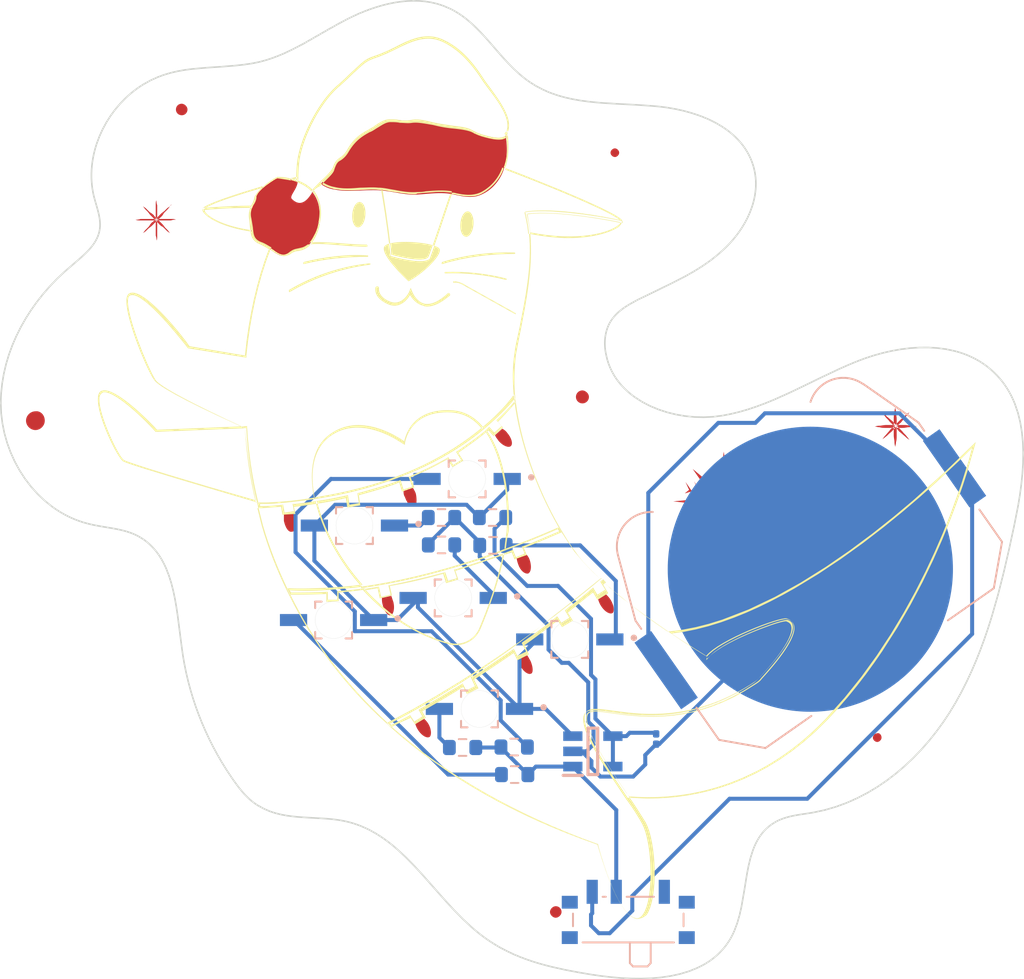
<source format=kicad_pcb>
(kicad_pcb (version 20211014) (generator pcbnew)
  (layers (0 "F.Cu" signal) (31 "B.Cu" signal) (34 "B.Paste" user) (35 "F.Paste" user) (36 "B.SilkS" user "B.Silkscreen") (37 "F.SilkS" user "F.Silkscreen") (38 "B.Mask" user) (39 "F.Mask" user) (44 "Edge.Cuts" user))
  (net 0 "")
  (net 1 "Net-(D1-PadA)")
  (net 2 "Net-(D1-PadC)")
  (net 3 "Net-(D2-PadA)")
  (net 4 "Net-(D3-PadA)")
  (net 5 "Net-(D4-PadC)")
  (net 6 "Net-(D5-PadC)")
  (net 7 "Net-(D6-PadC)")
  (net 8 "+3.3V")
  (net 9 "GND")
  (net 10 "Net-(C1-Pad1)")
  (net 11 "Net-(BT1-Pad1)")
  (footprint "Resistor_SMD:R_0603_1608Metric" (layer "B.Cu") (at 127.29 113.6 180)
    (fp_text reference "R5" hide)
    (fp_text value "R" hide)
  )
  (footprint "VSMB294008RG (1):DIO_VSMB294008RG" (layer "B.Cu") (at 125.1235 111.22 180)
    (fp_text reference "D3" hide)
    (fp_text value "VSMB294008RG" hide)
    (fp_arc (start 1.15 0) (mid 0 1.15) (end -1.15 0) (layer "Edge.Cuts") (width 0.01))
    (fp_arc (start -1.15 0) (mid 0 -1.15) (end 1.15 0) (layer "Edge.Cuts") (width 0.01))
  )
  (footprint "Resistor_SMD:R_0603_1608Metric" (layer "B.Cu") (at 124.07 113.63)
    (fp_text reference "R7" hide)
    (fp_text value "R" hide)
  )
  (footprint "Resistor_SMD:R_0603_1608Metric" (layer "B.Cu") (at 122.755 99.27)
    (fp_text reference "R2" hide)
    (fp_text value "R" hide)
  )
  (footprint "Resistor_SMD:R_0603_1608Metric" (layer "B.Cu") (at 122.755 100.98 180)
    (fp_text reference "R3" hide)
    (fp_text value "R" hide)
  )
  (footprint "Resistor_SMD:R_0603_1608Metric" (layer "B.Cu") (at 127.32 115.32)
    (fp_text reference "R6" hide)
    (fp_text value "R" hide)
  )
  (footprint "VSMB294008RG (1):DIO_VSMB294008RG" (layer "B.Cu") (at 130.76 106.88 180)
    (fp_text reference "D6" hide)
    (fp_text value "VSMB294008RG" hide)
    (fp_arc (start 1.15 0) (mid 0 1.15) (end -1.15 0) (layer "Edge.Cuts") (width 0.01))
    (fp_arc (start -1.15 0) (mid 0 -1.15) (end 1.15 0) (layer "Edge.Cuts") (width 0.01))
  )
  (footprint "MIC1555YM5-TR:SOT95P280X145-5N" (layer "B.Cu") (at 132.2 113.87)
    (fp_text reference "IC1" hide)
    (fp_text value "MIC1555YM5-TR" hide)
  )
  (footprint "VSMB294008RG (1):DIO_VSMB294008RG" (layer "B.Cu") (at 116.02 105.67 180)
    (fp_text reference "D2" hide)
    (fp_text value "VSMB294008RG" hide)
    (fp_arc (start -1.15 0) (mid 0 -1.15) (end 1.15 0) (layer "Edge.Cuts") (width 0.01))
    (fp_arc (start 1.15 0) (mid 0 1.15) (end -1.15 0) (layer "Edge.Cuts") (width 0.01))
  )
  (footprint "VSMB294008RG (1):DIO_VSMB294008RG" (layer "B.Cu") (at 124.3535 96.86 180)
    (fp_text reference "D1" hide)
    (fp_text value "VSMB294008RG" hide)
    (fp_arc (start 1.15 0) (mid 0 1.15) (end -1.15 0) (layer "Edge.Cuts") (width 0.01))
    (fp_arc (start -1.15 0) (mid 0 -1.15) (end 1.15 0) (layer "Edge.Cuts") (width 0.01))
  )
  (footprint "VSMB294008RG (1):DIO_VSMB294008RG" (layer "B.Cu") (at 123.4835 104.29 180)
    (fp_text reference "D5" hide)
    (fp_text value "VSMB294008RG" hide)
    (fp_arc (start -1.15 0) (mid 0 -1.15) (end 1.15 0) (layer "Edge.Cuts") (width 0.01))
    (fp_arc (start 1.15 0) (mid 0 1.15) (end -1.15 0) (layer "Edge.Cuts") (width 0.01))
  )
  (footprint "Resistor_SMD:R_0603_1608Metric" (layer "B.Cu") (at 125.94 99.27)
    (fp_text reference "R1" hide)
    (fp_text value "R" hide)
  )
  (footprint "Capacitor_SMD:C_0201_0603Metric" (layer "B.Cu") (at 136.15 113.1 -90)
    (fp_text reference "C1" hide)
    (fp_text value "C" hide)
  )
  (footprint "Button_Switch_SMD:SW_SPDT_PCM12" (layer "B.Cu") (at 134.41 124.07 180)
    (fp_text reference "SW1" hide)
    (fp_text value "SW_SPDT" hide)
  )
  (footprint "Battery:BatteryHolder_Keystone_3034_1x20mm" (layer "B.Cu") (at 145.77273 102.497332 35)
    (fp_text reference "BT1" hide)
    (fp_text value "Battery_Cell" hide)
  )
  (footprint "Resistor_SMD:R_0603_1608Metric" (layer "B.Cu") (at 125.965 101.01 180)
    (fp_text reference "R4" hide)
    (fp_text value "R" hide)
  )
  (footprint "VSMB294008RG (1):DIO_VSMB294008RG" (layer "B.Cu") (at 117.32 99.77 180)
    (fp_text reference "D4" hide)
    (fp_text value "VSMB294008RG" hide)
    (fp_arc (start 1.15 0) (mid 0 1.15) (end -1.15 0) (layer "Edge.Cuts") (width 0.01))
    (fp_arc (start -1.15 0) (mid 0 -1.15) (end 1.15 0) (layer "Edge.Cuts") (width 0.01))
  )
  (gr_poly (pts (xy 151.182234 93.55939) (xy 151.159733 93.581893) (xy 151.159733 93.536887)) (layer "F.Cu") (width 0) (fill solid))
  (gr_poly (pts (xy 151.159733 93.536887) (xy 151.114749 93.491908) (xy 151.159733 93.491908)) (layer "F.Cu") (width 0) (fill solid))
  (gr_poly (pts (xy 151.070265 92.384315) (xy 151.071693 92.401259) (xy 151.073912 92.418335) (xy 151.07679 92.435608) (xy 151.083996 92.47101) (xy 151.092256 92.507994) (xy 151.100517 92.547087) (xy 151.104317 92.56759) (xy 151.107723 92.588817) (xy 151.110601 92.610835) (xy 151.112819 92.633711) (xy 151.114247 92.657509) (xy 151.114753 92.682296) (xy 151.115258 92.707608) (xy 151.116685 92.732986) (xy 151.118904 92.758496) (xy 151.121781 92.784203) (xy 151.128985 92.836474) (xy 151.137243 92.890326) (xy 151.145501 92.946286) (xy 151.152704 93.004881) (xy 151.155582 93.035331) (xy 151.1578 93.066637) (xy 151.159227 93.098865) (xy 151.159733 93.132082) (xy 151.159733 93.401954) (xy 151.092261 93.469421) (xy 150.979813 93.356981) (xy 150.9798 93.356956) (xy 150.9798 93.132082) (xy 150.980503 93.023855) (xy 150.982172 92.966049) (xy 150.985423 92.907189) (xy 150.990782 92.848329) (xy 150.994416 92.819228) (xy 150.998776 92.790523) (xy 151.003926 92.762346) (xy 151.009933 92.734827) (xy 151.016862 92.7081) (xy 151.02478 92.682296) (xy 151.025285 92.657511) (xy 151.026713 92.633714) (xy 151.028931 92.61084) (xy 151.031808 92.588822) (xy 151.035212 92.567595) (xy 151.039012 92.547093) (xy 151.04727 92.507999) (xy 151.055528 92.471014) (xy 151.062732 92.43561) (xy 151.065609 92.418336) (xy 151.067827 92.40126) (xy 151.069255 92.384316) (xy 151.06976 92.367437)) (layer "F.Cu") (width 0) (fill solid))
  (gr_poly (pts (xy 138.970372 97.764942) (xy 138.385647 97.899882) (xy 138.790453 97.630003) (xy 138.520587 97.000298)) (layer "F.Cu") (width 0) (fill solid))
  (gr_poly (pts (xy 150.9798 93.761813) (xy 150.799907 93.941719) (xy 150.775122 93.959081) (xy 150.751325 93.977299) (xy 150.728451 93.996176) (xy 150.706433 94.015514) (xy 150.685205 94.035116) (xy 150.664703 94.054784) (xy 150.625608 94.093526) (xy 150.588621 94.13016) (xy 150.570753 94.147192) (xy 150.553215 94.163104) (xy 150.53594 94.177699) (xy 150.518862 94.190778) (xy 150.501915 94.202143) (xy 150.485035 94.211598) (xy 150.468178 94.22795) (xy 150.451388 94.243312) (xy 150.43473 94.257752) (xy 150.41827 94.271335) (xy 150.402073 94.284128) (xy 150.386206 94.296195) (xy 150.355724 94.318419) (xy 150.301612 94.357069) (xy 150.289896 94.365908) (xy 150.279036 94.37455) (xy 150.269098 94.38306) (xy 150.260148 94.391505) (xy 150.268593 94.382555) (xy 150.277104 94.372617) (xy 150.285746 94.361757) (xy 150.294586 94.350041) (xy 150.333239 94.295929) (xy 150.355464 94.265447) (xy 150.367531 94.24958) (xy 150.380323 94.233383) (xy 150.393906 94.216923) (xy 150.408345 94.200265) (xy 150.423706 94.183475) (xy 150.440055 94.166618) (xy 150.709934 93.851759) (xy 150.718379 93.842818) (xy 150.72689 93.832956) (xy 150.744373 93.810991) (xy 150.762912 93.786919) (xy 150.772741 93.774423) (xy 150.783031 93.761795) (xy 150.793848 93.749167) (xy 150.805258 93.736671) (xy 150.817327 93.724438) (xy 150.83012 93.712601) (xy 150.843703 93.701291) (xy 150.850812 93.695875) (xy 150.858143 93.69064) (xy 150.865704 93.685602) (xy 150.873504 93.680779) (xy 150.881551 93.676186) (xy 150.889853 93.67184) (xy 150.9798 93.67184)) (layer "F.Cu") (width 0) (fill solid))
  (gr_poly (pts (xy 119.754936 104.562413) (xy 119.762844 104.600224) (xy 119.769714 104.637723) (xy 119.775564 104.674859) (xy 119.780409 104.711583) (xy 119.784265 104.747847) (xy 119.78715 104.783599) (xy 119.78908 104.818791) (xy 119.790071 104.853374) (xy 119.79014 104.887298) (xy 119.789302 104.920513) (xy 119.787576 104.952971) (xy 119.784976 104.984622) (xy 119.78152 105.015416) (xy 119.777225 105.045304) (xy 119.772105 105.074236) (xy 119.766179 105.102164) (xy 119.759462 105.129038) (xy 119.751971 105.154808) (xy 119.743722 105.179425) (xy 119.734733 105.20284) (xy 119.725018 105.225002) (xy 119.714596 105.245864) (xy 119.703481 105.265374) (xy 119.691692 105.283485) (xy 119.679243 105.300146) (xy 119.666153 105.315308) (xy 119.652436 105.328922) (xy 119.63811 105.340938) (xy 119.623191 105.351307) (xy 119.607696 105.35998) (xy 119.591641 105.366906) (xy 119.575042 105.372037) (xy 119.558048 105.375208) (xy 119.540824 105.37632) (xy 119.523402 105.375422) (xy 119.505815 105.372564) (xy 119.488097 105.367795) (xy 119.470279 105.361165) (xy 119.452396 105.352724) (xy 119.43448 105.342519) (xy 119.398681 105.317021) (xy 119.363145 105.285065) (xy 119.328136 105.247048) (xy 119.293918 105.203364) (xy 119.260754 105.15441) (xy 119.228908 105.10058) (xy 119.198643 105.042269) (xy 119.170223 104.979874) (xy 119.143912 104.91379) (xy 119.119972 104.844411) (xy 119.098668 104.772133) (xy 119.080264 104.697352) (xy 119.072346 104.672051) (xy 119.065417 104.64675) (xy 119.05941 104.621449) (xy 119.05426 104.596147) (xy 119.0499 104.570846) (xy 119.046265 104.545545) (xy 119.043289 104.520244) (xy 119.040906 104.494943) (xy 119.037656 104.44434) (xy 119.035987 104.393738) (xy 119.035284 104.292533) (xy 119.620009 104.157607)) (layer "F.Cu") (width 0) (fill solid))
  (gr_poly (pts (xy 119.778896 74.421533) (xy 119.860355 74.427079) (xy 120.021824 74.444563) (xy 120.182238 74.465737) (xy 120.342652 74.484801) (xy 120.423188 74.49173) (xy 120.50412 74.495958) (xy 120.58558 74.496759) (xy 120.667698 74.493409) (xy 120.750607 74.485182) (xy 120.834439 74.471354) (xy 120.960602 74.458594) (xy 121.086831 74.453608) (xy 121.214246 74.455739) (xy 121.343967 74.464326) (xy 121.477114 74.478711) (xy 121.614807 74.498236) (xy 121.908312 74.550067) (xy 122.599161 74.686409) (xy 123.014426 74.760376) (xy 123.488199 74.83118) (xy 123.586285 74.843831) (xy 123.678309 74.856481) (xy 123.764535 74.869132) (xy 123.845227 74.881782) (xy 123.920647 74.894433) (xy 123.99106 74.907084) (xy 124.056728 74.919734) (xy 124.117917 74.932385) (xy 124.174888 74.945035) (xy 124.227906 74.957686) (xy 124.277235 74.970337) (xy 124.323137 74.982987) (xy 124.365876 74.995638) (xy 124.405717 75.008288) (xy 124.442921 75.020939) (xy 124.477754 75.033589) (xy 124.927541 75.235999) (xy 124.996411 75.269726) (xy 125.033484 75.286591) (xy 125.073719 75.303457) (xy 125.118172 75.320324) (xy 125.167895 75.337191) (xy 125.223942 75.354058) (xy 125.287367 75.370925) (xy 125.533785 75.435584) (xy 125.651756 75.465014) (xy 125.765972 75.491809) (xy 125.876234 75.515441) (xy 125.982345 75.535383) (xy 126.084108 75.551108) (xy 126.181324 75.56209) (xy 126.273797 75.5678) (xy 126.361328 75.567712) (xy 126.403179 75.565329) (xy 126.44372 75.561299) (xy 126.482927 75.555556) (xy 126.520776 75.548034) (xy 126.55724 75.538666) (xy 126.592297 75.527389) (xy 126.62592 75.514134) (xy 126.658086 75.498837) (xy 126.688769 75.481431) (xy 126.717945 75.461852) (xy 126.745589 75.440031) (xy 126.771677 75.415905) (xy 126.771804 75.420122) (xy 126.772171 75.424339) (xy 126.772752 75.428556) (xy 126.773522 75.432773) (xy 126.775531 75.441208) (xy 126.778002 75.449642) (xy 126.783538 75.466511) (xy 126.786207 75.474946) (xy 126.788547 75.48338) (xy 126.790361 75.491814) (xy 126.791008 75.496031) (xy 126.79145 75.500248) (xy 126.791661 75.504465) (xy 126.791616 75.508682) (xy 126.791292 75.512899) (xy 126.790664 75.517115) (xy 126.789705 75.521332) (xy 126.788393 75.525548) (xy 126.786703 75.529765) (xy 126.784608 75.533981) (xy 126.782086 75.538197) (xy 126.779111 75.542413) (xy 126.775658 75.546629) (xy 126.771703 75.550845) (xy 126.801041 75.773987) (xy 126.812218 75.888061) (xy 126.820892 76.003452) (xy 126.826931 76.119898) (xy 126.830202 76.237134) (xy 126.830575 76.354897) (xy 126.827918 76.472924) (xy 126.822098 76.59095) (xy 126.812984 76.708713) (xy 126.800444 76.825948) (xy 126.784346 76.942393) (xy 126.764559 77.057783) (xy 126.74095 77.171856) (xy 126.713389 77.284347) (xy 126.681743 77.394993) (xy 126.644351 77.521409) (xy 126.599778 77.647297) (xy 126.548221 77.772131) (xy 126.489878 77.895385) (xy 126.424946 78.016529) (xy 126.353622 78.135038) (xy 126.276106 78.250385) (xy 126.192593 78.362042) (xy 126.103283 78.469483) (xy 126.008372 78.572179) (xy 125.908058 78.669605) (xy 125.802538 78.761233) (xy 125.692011 78.846535) (xy 125.576674 78.924986) (xy 125.456724 78.996057) (xy 125.33236 79.059222) (xy 125.222715 79.113097) (xy 125.113004 79.157088) (xy 125.003161 79.191855) (xy 124.893119 79.218057) (xy 124.782813 79.236352) (xy 124.672178 79.247399) (xy 124.561147 79.251858) (xy 124.449655 79.250386) (xy 124.337635 79.243644) (xy 124.225022 79.232289) (xy 124.111751 79.216981) (xy 123.997754 79.198378) (xy 123.767324 79.153926) (xy 123.533205 79.104202) (xy 123.389832 79.07406) (xy 123.246459 79.050704) (xy 123.103087 79.033541) (xy 122.959716 79.021978) (xy 122.816344 79.015423) (xy 122.672973 79.013281) (xy 122.529602 79.014961) (xy 122.386231 79.019869) (xy 122.099489 79.036999) (xy 121.812747 79.059927) (xy 121.526003 79.083909) (xy 121.239258 79.104202) (xy 121.087947 79.10908) (xy 120.937494 79.107369) (xy 120.787699 79.099859) (xy 120.638365 79.087342) (xy 120.489295 79.070607) (xy 120.34029 79.050446) (xy 120.041689 79.003007) (xy 119.436579 78.9018) (xy 119.126908 78.860682) (xy 118.969601 78.845262) (xy 118.810384 78.834323) (xy 118.633795 78.828382) (xy 118.458194 78.826855) (xy 118.109692 78.83362) (xy 117.421651 78.862435) (xy 117.081056 78.870781) (xy 116.911385 78.870441) (xy 116.742043 78.865949) (xy 116.572965 78.85645) (xy 116.404084 78.841087) (xy 116.235335 78.819004) (xy 116.066652 78.789343) (xy 116.00764 78.779868) (xy 115.94876 78.768351) (xy 115.890143 78.754856) (xy 115.831921 78.739451) (xy 115.774226 78.7222) (xy 115.717189 78.70317) (xy 115.660943 78.682427) (xy 115.60562 78.660037) (xy 115.55135 78.636065) (xy 115.498266 78.610578) (xy 115.4465 78.583641) (xy 115.396184 78.55532) (xy 115.347448 78.525681) (xy 115.300426 78.49479) (xy 115.255249 78.462714) (xy 115.212048 78.429517) (xy 115.484033 78.161748) (xy 115.61449 78.031818) (xy 115.67626 77.968534) (xy 115.734932 77.906633) (xy 115.789915 77.846313) (xy 115.840615 77.787772) (xy 115.886439 77.731208) (xy 115.926795 77.676818) (xy 115.961089 77.6248) (xy 115.975778 77.599742) (xy 115.988728 77.575351) (xy 115.999868 77.551652) (xy 116.009121 77.52867) (xy 116.016413 77.506428) (xy 116.021672 77.484953) (xy 116.042891 77.420324) (xy 116.06439 77.36114) (xy 116.086185 77.307045) (xy 116.108293 77.257686) (xy 116.130731 77.212708) (xy 116.153515 77.171758) (xy 116.176661 77.134481) (xy 116.200186 77.100523) (xy 116.224106 77.06953) (xy 116.248438 77.041148) (xy 116.273198 77.015022) (xy 116.298403 76.990799) (xy 116.350213 76.946644) (xy 116.403999 76.905849) (xy 116.518029 76.823006) (xy 116.578535 76.775292) (xy 116.641545 76.719605) (xy 116.67403 76.687887) (xy 116.707191 76.653113) (xy 116.741043 76.614929) (xy 116.775603 76.572982) (xy 116.810888 76.526916) (xy 116.846914 76.476378) (xy 116.883698 76.421014) (xy 116.921256 76.360469) (xy 116.989767 76.230696) (xy 117.060321 76.110805) (xy 117.132851 76.000137) (xy 117.207292 75.898035) (xy 117.283579 75.803839) (xy 117.361644 75.71689) (xy 117.441423 75.63653) (xy 117.522849 75.5621) (xy 117.605856 75.49294) (xy 117.690379 75.428392) (xy 117.776351 75.367797) (xy 117.863707 75.310496) (xy 117.95238 75.255831) (xy 118.042305 75.203142) (xy 118.225646 75.101059) (xy 118.308984 75.049502) (xy 118.390543 74.996429) (xy 118.54964 74.88811) (xy 118.705573 74.780845) (xy 118.783177 74.729091) (xy 118.860979 74.67938) (xy 118.939307 74.632303) (xy 119.018492 74.588456) (xy 119.098863 74.54843) (xy 119.180749 74.512818) (xy 119.26448 74.482214) (xy 119.350385 74.45721) (xy 119.394256 74.446993) (xy 119.438794 74.438399) (xy 119.48404 74.431501) (xy 119.530036 74.426374) (xy 119.613868 74.420456) (xy 119.696777 74.419083)) (layer "F.Cu") (width 0) (fill solid))
  (gr_poly (pts (xy 152.366432 93.562119) (xy 152.376447 93.563206) (xy 152.385408 93.565018) (xy 152.393314 93.567356) (xy 152.400167 93.570024) (xy 152.405965 93.572823) (xy 152.410709 93.575557) (xy 152.417034 93.580036) (xy 152.419143 93.58188) (xy 152.284203 93.58188) (xy 152.292505 93.577924) (xy 152.300543 93.57447) (xy 152.308318 93.571494) (xy 152.31583 93.56897) (xy 152.323077 93.566874) (xy 152.330061 93.565182) (xy 152.336782 93.563869) (xy 152.343239 93.56291) (xy 152.349433 93.56228) (xy 152.355363 93.561955)) (layer "F.Cu") (width 0) (fill solid))
  (gr_poly (pts (xy 112.694686 78.043687) (xy 112.868186 78.06688) (xy 113.034308 78.094289) (xy 113.19358 78.125916) (xy 113.346527 78.161759) (xy 113.493677 78.201819) (xy 113.635556 78.246096) (xy 113.772692 78.29459) (xy 113.771149 78.336749) (xy 113.766675 78.378859) (xy 113.759498 78.42087) (xy 113.749851 78.462733) (xy 113.737964 78.504399) (xy 113.724068 78.545817) (xy 113.708392 78.586939) (xy 113.691168 78.627715) (xy 113.652997 78.708031) (xy 113.611401 78.786371) (xy 113.525308 78.93554) (xy 113.484501 79.005579) (xy 113.447648 79.072059) (xy 113.416593 79.134586) (xy 113.403816 79.164243) (xy 113.39318 79.192764) (xy 113.384916 79.220098) (xy 113.379255 79.246198) (xy 113.376427 79.271012) (xy 113.376662 79.294492) (xy 113.380192 79.316588) (xy 113.387247 79.337252) (xy 113.398057 79.356432) (xy 113.412853 79.374081) (xy 113.458975 79.418113) (xy 113.50457 79.457516) (xy 113.549637 79.492405) (xy 113.594178 79.522897) (xy 113.638191 79.549107) (xy 113.681677 79.571149) (xy 113.724636 79.589138) (xy 113.767068 79.603192) (xy 113.808972 79.613423) (xy 113.85035 79.619949) (xy 113.8912 79.622884) (xy 113.931523 79.622343) (xy 113.971319 79.618442) (xy 114.010588 79.611296) (xy 114.04933 79.60102) (xy 114.087545 79.58773) (xy 114.125232 79.571541) (xy 114.162393 79.552569) (xy 114.199026 79.530927) (xy 114.235132 79.506733) (xy 114.270712 79.480101) (xy 114.305764 79.451146) (xy 114.340289 79.419984) (xy 114.374287 79.38673) (xy 114.407758 79.351499) (xy 114.440702 79.314407) (xy 114.505008 79.2351) (xy 114.567206 79.149731) (xy 114.627297 79.059222) (xy 114.631384 79.055005) (xy 114.635216 79.050788) (xy 114.638801 79.046571) (xy 114.642148 79.042354) (xy 114.645263 79.038138) (xy 114.648156 79.033921) (xy 114.653308 79.025487) (xy 114.657669 79.017053) (xy 114.661305 79.00862) (xy 114.664282 79.000186) (xy 114.666665 78.991752) (xy 114.668522 78.983318) (xy 114.669917 78.974885) (xy 114.670916 78.966451) (xy 114.671586 78.958017) (xy 114.671993 78.949584) (xy 114.672201 78.94115) (xy 114.672289 78.924282) (xy 114.759853 79.03595) (xy 114.837269 79.151373) (xy 114.904934 79.270091) (xy 114.963243 79.391641) (xy 115.012592 79.515564) (xy 115.053375 79.641398) (xy 115.085988 79.768681) (xy 115.110827 79.896952) (xy 115.128286 80.025751) (xy 115.138762 80.154615) (xy 115.142649 80.283084) (xy 115.140343 80.410697) (xy 115.132239 80.536992) (xy 115.118733 80.661507) (xy 115.10022 80.783783) (xy 115.077095 80.903357) (xy 115.06764 80.961864) (xy 115.056274 81.019317) (xy 115.043195 81.075715) (xy 115.028601 81.13106) (xy 115.012689 81.185351) (xy 114.995657 81.238588) (xy 114.977702 81.290771) (xy 114.959023 81.341899) (xy 114.920281 81.440995) (xy 114.881011 81.535874) (xy 114.807216 81.712982) (xy 114.789835 81.76253) (xy 114.771464 81.809969) (xy 114.752171 81.8553) (xy 114.732021 81.898522) (xy 114.71108 81.939635) (xy 114.689414 81.978641) (xy 114.667089 82.015537) (xy 114.64417 82.050326) (xy 114.620725 82.083006) (xy 114.596819 82.113578) (xy 114.572517 82.142042) (xy 114.547886 82.168397) (xy 114.522992 82.192645) (xy 114.497901 82.214785) (xy 114.472678 82.234816) (xy 114.44739 82.25274) (xy 113.232947 82.792485) (xy 113.178638 82.831148) (xy 113.125285 82.863008) (xy 113.072789 82.888378) (xy 113.02105 82.907571) (xy 112.96997 82.9209) (xy 112.919451 82.928678) (xy 112.869392 82.931218) (xy 112.819697 82.928833) (xy 112.770264 82.921835) (xy 112.720997 82.910539) (xy 112.671795 82.895256) (xy 112.622561 82.8763) (xy 112.573195 82.853983) (xy 112.523598 82.828619) (xy 112.423317 82.770002) (xy 112.320929 82.702951) (xy 112.215641 82.629969) (xy 111.993206 82.476232) (xy 111.874477 82.400483) (xy 111.749687 82.328819) (xy 111.684771 82.295301) (xy 111.618044 82.263743) (xy 111.549406 82.234459) (xy 111.478758 82.20776) (xy 111.409931 82.181675) (xy 111.346654 82.154033) (xy 111.288681 82.124858) (xy 111.235765 82.094177) (xy 111.187659 82.062013) (xy 111.144116 82.028391) (xy 111.104888 81.993336) (xy 111.069728 81.956872) (xy 111.03839 81.919025) (xy 111.010627 81.879818) (xy 110.98619 81.839277) (xy 110.964834 81.797427) (xy 110.946311 81.754292) (xy 110.930374 81.709896) (xy 110.90527 81.617424) (xy 110.80406 80.723464) (xy 110.792965 80.661507) (xy 110.784867 80.602053) (xy 110.779602 80.544972) (xy 110.777006 80.490131) (xy 110.776913 80.437399) (xy 110.779159 80.386643) (xy 110.78358 80.337732) (xy 110.79001 80.290535) (xy 110.798284 80.244918) (xy 110.808239 80.200752) (xy 110.819709 80.157903) (xy 110.83253 80.11624) (xy 110.861564 80.035945) (xy 110.894025 79.958813) (xy 110.963953 79.809819) (xy 110.998785 79.73585) (xy 111.031773 79.660825) (xy 111.061598 79.583693) (xy 111.074912 79.544006) (xy 111.086942 79.503397) (xy 111.097522 79.461734) (xy 111.106489 79.418885) (xy 111.113676 79.374718) (xy 111.118919 79.329101) (xy 111.119007 79.310301) (xy 111.119622 79.28834) (xy 111.120292 79.276503) (xy 111.121291 79.264271) (xy 111.122686 79.251775) (xy 111.124542 79.239148) (xy 111.126925 79.22652) (xy 111.129901 79.214025) (xy 111.133536 79.201793) (xy 111.137895 79.189956) (xy 111.143046 79.178646) (xy 111.145938 79.173229) (xy 111.149052 79.167994) (xy 111.152398 79.162957) (xy 111.155982 79.158133) (xy 111.159813 79.15354) (xy 111.163899 79.149195) (xy 111.182315 79.114955) (xy 111.203696 79.079792) (xy 111.227844 79.043839) (xy 111.254562 79.007227) (xy 111.283651 78.970088) (xy 111.314915 78.932554) (xy 111.348155 78.894756) (xy 111.383174 78.856827) (xy 111.419775 78.818898) (xy 111.457759 78.781101) (xy 111.496928 78.743567) (xy 111.537086 78.70643) (xy 111.619575 78.633868) (xy 111.703645 78.564469) (xy 111.771543 78.506521) (xy 111.839901 78.450878) (xy 111.908128 78.397739) (xy 111.97563 78.347301) (xy 112.041815 78.299763) (xy 112.106088 78.255321) (xy 112.167858 78.214173) (xy 112.226531 78.176518) (xy 112.281514 78.142553) (xy 112.332215 78.112475) (xy 112.37804 78.086482) (xy 112.418397 78.064771) (xy 112.452693 78.047541) (xy 112.480334 78.03499) (xy 112.500728 78.027314) (xy 112.513282 78.024711)) (layer "F.Cu") (width 0) (fill solid))
  (gr_poly (pts (xy 120.988166 97.446484) (xy 121.010129 97.485927) (xy 121.059325 97.573777) (xy 121.084451 97.621129) (xy 121.108522 97.670061) (xy 121.119833 97.694956) (xy 121.130485 97.720047) (xy 121.140346 97.74527) (xy 121.149285 97.770558) (xy 121.164582 97.84636) (xy 121.176783 97.92157) (xy 121.185952 97.995594) (xy 121.192157 98.067839) (xy 121.195462 98.137712) (xy 121.195934 98.204621) (xy 121.193639 98.267972) (xy 121.188643 98.327172) (xy 121.185152 98.35503) (xy 121.18101 98.381628) (xy 121.176227 98.406892) (xy 121.170809 98.430748) (xy 121.164765 98.453121) (xy 121.158103 98.473937) (xy 121.150832 98.493123) (xy 121.14296 98.510604) (xy 121.134495 98.526306) (xy 121.125445 98.540155) (xy 121.115818 98.552077) (xy 121.105623 98.561997) (xy 121.094868 98.569842) (xy 121.083561 98.575537) (xy 121.071711 98.579009) (xy 121.059325 98.580182) (xy 121.042203 98.587569) (xy 121.024594 98.592888) (xy 121.00654 98.596181) (xy 120.988082 98.597489) (xy 120.969263 98.596853) (xy 120.950121 98.594315) (xy 120.9307 98.589916) (xy 120.91104 98.583696) (xy 120.891182 98.575698) (xy 120.871168 98.565962) (xy 120.851039 98.554529) (xy 120.830835 98.54144) (xy 120.79037 98.510462) (xy 120.750102 98.473357) (xy 120.710361 98.430453) (xy 120.671477 98.382081) (xy 120.63378 98.328569) (xy 120.597597 98.270248) (xy 120.56326 98.207447) (xy 120.531097 98.140495) (xy 120.501439 98.069722) (xy 120.474613 97.995457) (xy 120.458776 97.970156) (xy 120.444915 97.944855) (xy 120.4329 97.919554) (xy 120.422598 97.894252) (xy 120.413877 97.868952) (xy 120.406607 97.843651) (xy 120.400654 97.81835) (xy 120.395887 97.793049) (xy 120.392175 97.767749) (xy 120.389385 97.742448) (xy 120.387386 97.717148) (xy 120.386046 97.691848) (xy 120.384816 97.641249) (xy 120.384641 97.590651) (xy 120.969366 97.410732)) (layer "F.Cu") (width 0) (fill solid))
  (gr_poly (pts (xy 139.914937 100.418715) (xy 139.690037 100.013909) (xy 139.015352 100.238796) (xy 139.824977 99.78901)) (layer "F.Cu") (width 0) (fill solid))
  (gr_poly (pts (xy 104.120503 79.826735) (xy 104.13044 79.835245) (xy 104.1413 79.843888) (xy 104.153017 79.852728) (xy 104.207129 79.891382) (xy 104.237611 79.913609) (xy 104.253478 79.925677) (xy 104.269674 79.938471) (xy 104.286135 79.952055) (xy 104.302793 79.966495) (xy 104.319583 79.981858) (xy 104.336439 79.998209) (xy 104.471379 80.133136) (xy 104.488334 80.150004) (xy 104.505816 80.166871) (xy 104.51492 80.175304) (xy 104.524352 80.183738) (xy 104.53418 80.192171) (xy 104.544469 80.200604) (xy 104.555285 80.209037) (xy 104.566694 80.21747) (xy 104.578762 80.225903) (xy 104.591554 80.234335) (xy 104.605136 80.242768) (xy 104.619575 80.2512) (xy 104.634936 80.259631) (xy 104.651285 80.268063) (xy 104.660224 80.27651) (xy 104.670085 80.285022) (xy 104.692048 80.302508) (xy 104.716119 80.321046) (xy 104.728616 80.330875) (xy 104.741245 80.341165) (xy 104.753874 80.351981) (xy 104.76637 80.36339) (xy 104.778604 80.375458) (xy 104.790442 80.388251) (xy 104.801753 80.401833) (xy 104.807169 80.408941) (xy 104.812405 80.416272) (xy 104.817442 80.423833) (xy 104.822266 80.431633) (xy 104.826859 80.43968) (xy 104.831205 80.447982) (xy 104.921138 80.537922) (xy 104.921138 80.627876) (xy 104.831172 80.627876) (xy 104.741245 80.537942) (xy 104.561326 80.358035) (xy 104.426399 80.178116) (xy 104.291459 80.043189) (xy 104.275108 80.026331) (xy 104.259746 80.009539) (xy 104.245306 79.992879) (xy 104.231723 79.976417) (xy 104.21893 79.960219) (xy 104.206863 79.944351) (xy 104.184639 79.913867) (xy 104.145989 79.859754) (xy 104.137149 79.848038) (xy 104.128508 79.837178) (xy 104.119997 79.82724) (xy 104.111553 79.81829)) (layer "F.Cu") (width 0) (fill solid))
  (gr_poly (pts (xy 105.011098 80.627889) (xy 105.011085 80.627876) (xy 105.011098 80.627876)) (layer "F.Cu") (width 0) (fill solid))
  (gr_poly (pts (xy 105.812278 79.827214) (xy 105.803767 79.837152) (xy 105.795125 79.848012) (xy 105.786285 79.859728) (xy 105.74763 79.913841) (xy 105.725404 79.944325) (xy 105.713335 79.960193) (xy 105.700542 79.976391) (xy 105.686958 79.992853) (xy 105.672518 80.009513) (xy 105.657155 80.026305) (xy 105.640803 80.043163) (xy 105.505877 80.17809) (xy 105.489009 80.195045) (xy 105.472142 80.212528) (xy 105.463708 80.221631) (xy 105.455275 80.231064) (xy 105.446842 80.240893) (xy 105.438408 80.251182) (xy 105.429975 80.261999) (xy 105.421543 80.273409) (xy 105.41311 80.285477) (xy 105.404677 80.298271) (xy 105.396245 80.311855) (xy 105.387813 80.326295) (xy 105.379381 80.341658) (xy 105.37095 80.358009) (xy 105.353564 80.382803) (xy 105.335191 80.406675) (xy 105.315895 80.429756) (xy 105.295744 80.452179) (xy 105.274802 80.474074) (xy 105.253136 80.495575) (xy 105.230811 80.516812) (xy 105.207893 80.537918) (xy 105.111611 80.623659) (xy 105.106979 80.627876) (xy 105.011098 80.627876) (xy 105.011098 80.537916) (xy 105.280977 80.268037) (xy 105.460897 80.13311) (xy 105.595823 79.998171) (xy 105.612682 79.981819) (xy 105.629474 79.966457) (xy 105.646134 79.952017) (xy 105.662596 79.938434) (xy 105.678794 79.925641) (xy 105.694662 79.913574) (xy 105.725145 79.89135) (xy 105.779259 79.8527) (xy 105.790975 79.843861) (xy 105.801835 79.835219) (xy 105.811773 79.826709) (xy 105.820723 79.818264)) (layer "F.Cu") (width 0) (fill solid))
  (gr_poly (pts (xy 139.735004 100.823521) (xy 139.510118 100.553642) (xy 139.015339 100.733561) (xy 139.600065 100.373735)) (layer "F.Cu") (width 0) (fill solid))
  (gr_poly (pts (xy 142.568709 99.249252) (xy 142.793596 99.69905) (xy 142.34381 99.159292) (xy 142.838588 98.979372)) (layer "F.Cu") (width 0) (fill solid))
  (gr_poly (pts (xy 128.047956 101.566184) (xy 128.064747 101.584556) (xy 128.081406 101.603851) (xy 128.097867 101.624002) (xy 128.114064 101.644943) (xy 128.129932 101.66661) (xy 128.145405 101.688935) (xy 128.160417 101.711853) (xy 128.174901 101.735298) (xy 128.188793 101.759205) (xy 128.202025 101.783507) (xy 128.214533 101.808138) (xy 128.22625 101.833033) (xy 128.237111 101.858125) (xy 128.247049 101.88335) (xy 128.255999 101.90864) (xy 128.268123 101.946453) (xy 128.279201 101.983961) (xy 128.289241 102.021123) (xy 128.298251 102.057899) (xy 128.313217 102.130123) (xy 128.324165 102.200304) (xy 128.328152 102.234525) (xy 128.331159 102.268113) (xy 128.333194 102.301025) (xy 128.334266 102.33322) (xy 128.334383 102.364658) (xy 128.333552 102.395297) (xy 128.331783 102.425095) (xy 128.329083 102.454012) (xy 128.325461 102.482007) (xy 128.320925 102.509038) (xy 128.315483 102.535065) (xy 128.309143 102.560045) (xy 128.301914 102.583938) (xy 128.293804 102.606703) (xy 128.284821 102.628298) (xy 128.274973 102.648683) (xy 128.264269 102.667815) (xy 128.252717 102.685655) (xy 128.240324 102.70216) (xy 128.2271 102.71729) (xy 128.213053 102.731003) (xy 128.19819 102.743258) (xy 128.182521 102.754015) (xy 128.166052 102.763231) (xy 128.144842 102.766661) (xy 128.123401 102.768526) (xy 128.101762 102.768843) (xy 128.079958 102.767628) (xy 128.058023 102.764897) (xy 128.035989 102.760668) (xy 128.013889 102.754955) (xy 127.991756 102.747777) (xy 127.969623 102.739149) (xy 127.947523 102.729088) (xy 127.925489 102.71761) (xy 127.903553 102.704732) (xy 127.860111 102.674841) (xy 127.81746 102.639548) (xy 127.775863 102.598983) (xy 127.735584 102.553279) (xy 127.696887 102.502567) (xy 127.660034 102.446979) (xy 127.625291 102.386648) (xy 127.592919 102.321704) (xy 127.563184 102.252279) (xy 127.536347 102.178506) (xy 127.503308 102.077309) (xy 127.488107 102.026709) (xy 127.474489 101.976108) (xy 127.468437 101.950807) (xy 127.462979 101.925507) (xy 127.45818 101.900206) (xy 127.454106 101.874905) (xy 127.450822 101.849604) (xy 127.448395 101.824303) (xy 127.446891 101.799001) (xy 127.446375 101.7737) (xy 128.0311 101.548801)) (layer "F.Cu") (width 0) (fill solid))
  (gr_poly (pts (xy 151.114749 93.491908) (xy 151.069773 93.491908) (xy 151.092261 93.469421)) (layer "F.Cu") (width 0) (fill solid))
  (gr_poly (pts (xy 104.921138 80.717848) (xy 104.876155 80.672862) (xy 104.921138 80.627876)) (layer "F.Cu") (width 0) (fill solid))
  (gr_poly (pts (xy 151.339639 93.716807) (xy 151.519558 93.896726) (xy 151.53692 93.921509) (xy 151.555138 93.945304) (xy 151.574015 93.968176) (xy 151.593354 93.990193) (xy 151.612955 94.011419) (xy 151.632623 94.03192) (xy 151.671365 94.071014) (xy 151.707999 94.108) (xy 151.725032 94.125867) (xy 151.740944 94.143405) (xy 151.755538 94.160681) (xy 151.768617 94.177758) (xy 151.779983 94.194705) (xy 151.789438 94.211585) (xy 151.805789 94.228442) (xy 151.821151 94.245232) (xy 151.835591 94.26189) (xy 151.849174 94.27835) (xy 151.861967 94.294547) (xy 151.874034 94.310414) (xy 151.896258 94.340896) (xy 151.934908 94.395008) (xy 151.943748 94.406724) (xy 151.952389 94.417584) (xy 151.960899 94.427522) (xy 151.969344 94.436472) (xy 151.960394 94.428027) (xy 151.950457 94.419516) (xy 151.939597 94.410874) (xy 151.92788 94.402034) (xy 151.873768 94.363381) (xy 151.843286 94.341156) (xy 151.827419 94.329089) (xy 151.811223 94.316297) (xy 151.794762 94.302714) (xy 151.778104 94.288275) (xy 151.761314 94.272914) (xy 151.744458 94.256565) (xy 151.429599 93.986686) (xy 151.420658 93.978241) (xy 151.410795 93.969731) (xy 151.38883 93.952248) (xy 151.364759 93.933712) (xy 151.352262 93.923883) (xy 151.339634 93.913594) (xy 151.327006 93.902777) (xy 151.31451 93.891367) (xy 151.302278 93.879299) (xy 151.29044 93.866505) (xy 151.27913 93.852921) (xy 151.273714 93.845812) (xy 151.268479 93.838481) (xy 151.263441 93.830919) (xy 151.258618 93.823118) (xy 151.254025 93.81507) (xy 151.249679 93.806767) (xy 151.159733 93.716826) (xy 151.159733 93.67184) (xy 151.294675 93.67184)) (layer "F.Cu") (width 0) (fill solid))
  (gr_poly (pts (xy 106.557249 73.431737) (xy 106.574078 73.43328) (xy 106.590841 73.435811) (xy 106.607505 73.439297) (xy 106.624037 73.443706) (xy 106.640405 73.449005) (xy 106.656575 73.45516) (xy 106.672514 73.462138) (xy 106.688189 73.469908) (xy 106.703568 73.478435) (xy 106.718618 73.487686) (xy 106.733305 73.49763) (xy 106.747596 73.508232) (xy 106.76146 73.519461) (xy 106.774862 73.531282) (xy 106.78777 73.543663) (xy 106.800151 73.556571) (xy 106.811972 73.569974) (xy 106.8232 73.583837) (xy 106.833802 73.598129) (xy 106.843745 73.612816) (xy 106.852996 73.627866) (xy 106.861523 73.643245) (xy 106.869292 73.65892) (xy 106.87627 73.674859) (xy 106.882425 73.691028) (xy 106.887723 73.707395) (xy 106.892132 73.723927) (xy 106.895618 73.74059) (xy 106.898149 73.757352) (xy 106.899692 73.77418) (xy 106.900213 73.791041) (xy 106.899819 73.807903) (xy 106.898643 73.824732) (xy 106.896693 73.841495) (xy 106.893976 73.858159) (xy 106.890503 73.874691) (xy 106.886279 73.891058) (xy 106.881315 73.907228) (xy 106.875617 73.923167) (xy 106.869195 73.938843) (xy 106.862056 73.954222) (xy 106.854209 73.969271) (xy 106.845662 73.983958) (xy 106.836423 73.99825) (xy 106.8265 74.012113) (xy 106.815903 74.025516) (xy 106.804638 74.038424) (xy 106.792714 74.050805) (xy 106.780139 74.062625) (xy 106.766922 74.073853) (xy 106.753071 74.084455) (xy 106.738594 74.094398) (xy 106.723499 74.10365) (xy 106.707795 74.112176) (xy 106.69149 74.119945) (xy 106.674591 74.126923) (xy 106.657108 74.133078) (xy 106.639048 74.138376) (xy 106.620419 74.142785) (xy 106.601231 74.146271) (xy 106.581491 74.148802) (xy 106.561207 74.150345) (xy 106.540387 74.150867) (xy 106.523527 74.150473) (xy 106.506699 74.149297) (xy 106.489937 74.147346) (xy 106.473273 74.14463) (xy 106.456742 74.141156) (xy 106.440375 74.136933) (xy 106.424205 74.131968) (xy 106.408267 74.126271) (xy 106.392591 74.119848) (xy 106.377212 74.112709) (xy 106.362163 74.104862) (xy 106.347476 74.096315) (xy 106.333184 74.087076) (xy 106.31932 74.077154) (xy 106.305918 74.066556) (xy 106.29301 74.055291) (xy 106.280628 74.043367) (xy 106.268807 74.030793) (xy 106.257579 74.017576) (xy 106.246976 74.003725) (xy 106.237033 73.989248) (xy 106.227781 73.974153) (xy 106.219254 73.958449) (xy 106.211485 73.942143) (xy 106.204506 73.925245) (xy 106.198351 73.907761) (xy 106.193053 73.889701) (xy 106.188644 73.871073) (xy 106.185157 73.851884) (xy 106.182626 73.832144) (xy 106.181083 73.81186) (xy 106.180562 73.791041) (xy 106.180955 73.77418) (xy 106.182132 73.757352) (xy 106.184082 73.74059) (xy 106.186799 73.723927) (xy 106.190273 73.707395) (xy 106.194497 73.691028) (xy 106.199462 73.674859) (xy 106.20516 73.65892) (xy 106.211582 73.643245) (xy 106.218722 73.627866) (xy 106.226569 73.612816) (xy 106.235117 73.598129) (xy 106.244356 73.583837) (xy 106.254279 73.569974) (xy 106.264877 73.556571) (xy 106.276142 73.543663) (xy 106.288066 73.531282) (xy 106.300641 73.519461) (xy 106.313858 73.508232) (xy 106.327709 73.49763) (xy 106.342186 73.487686) (xy 106.357281 73.478435) (xy 106.372985 73.469908) (xy 106.389291 73.462138) (xy 106.406189 73.45516) (xy 106.423672 73.449005) (xy 106.441731 73.443706) (xy 106.460359 73.439297) (xy 106.479547 73.435811) (xy 106.499286 73.43328) (xy 106.519569 73.431737) (xy 106.540387 73.431215)) (layer "F.Cu") (width 0) (fill solid))
  (gr_poly (pts (xy 104.876155 80.672862) (xy 104.831172 80.717848) (xy 103.976574 80.717848) (xy 103.927996 80.71776) (xy 103.883106 80.717146) (xy 103.841377 80.715476) (xy 103.821533 80.714082) (xy 103.802282 80.712226) (xy 103.783558 80.709843) (xy 103.765295 80.706867) (xy 103.747428 80.703232) (xy 103.72989 80.698872) (xy 103.712615 80.693722) (xy 103.695539 80.687715) (xy 103.678594 80.680786) (xy 103.661715 80.672868) (xy 103.695538 80.672781) (xy 103.729886 80.672165) (xy 103.765289 80.670496) (xy 103.78355 80.669101) (xy 103.802273 80.667244) (xy 103.821523 80.664861) (xy 103.841366 80.661884) (xy 103.861868 80.658248) (xy 103.883095 80.653887) (xy 103.905114 80.648735) (xy 103.927989 80.642727) (xy 103.951787 80.635796) (xy 103.976574 80.627876) (xy 104.831172 80.627876)) (layer "F.Cu") (width 0) (fill solid))
  (gr_poly (pts (xy 129.901446 123.538406) (xy 129.918275 123.539582) (xy 129.935038 123.541533) (xy 129.951702 123.544249) (xy 129.968235 123.547724) (xy 129.984602 123.551947) (xy 130.000773 123.556912) (xy 130.016712 123.56261) (xy 130.032388 123.569033) (xy 130.047767 123.576172) (xy 130.062818 123.58402) (xy 130.077505 123.592567) (xy 130.091797 123.601806) (xy 130.105661 123.611729) (xy 130.119064 123.622327) (xy 130.131973 123.633593) (xy 130.144355 123.645517) (xy 130.156176 123.658091) (xy 130.167405 123.671309) (xy 130.178007 123.68516) (xy 130.187951 123.699637) (xy 130.197203 123.714732) (xy 130.20573 123.730436) (xy 130.213499 123.746741) (xy 130.220478 123.76364) (xy 130.226633 123.781123) (xy 130.231931 123.799182) (xy 130.23634 123.81781) (xy 130.239827 123.836997) (xy 130.242358 123.856737) (xy 130.243901 123.87702) (xy 130.244423 123.897838) (xy 130.243901 123.9147) (xy 130.242358 123.931529) (xy 130.239827 123.948292) (xy 130.23634 123.964956) (xy 130.231931 123.981489) (xy 130.226633 123.997857) (xy 130.220478 124.014027) (xy 130.213499 124.029966) (xy 130.20573 124.045642) (xy 130.197203 124.061022) (xy 130.187951 124.076072) (xy 130.178007 124.090759) (xy 130.167405 124.105052) (xy 130.156176 124.118916) (xy 130.144355 124.132318) (xy 130.131973 124.145227) (xy 130.119064 124.157609) (xy 130.105661 124.16943) (xy 130.091797 124.180659) (xy 130.077505 124.191261) (xy 130.062818 124.201205) (xy 130.047767 124.210457) (xy 130.032388 124.218984) (xy 130.016712 124.226753) (xy 130.000773 124.233732) (xy 129.984602 124.239887) (xy 129.968235 124.245185) (xy 129.951702 124.249594) (xy 129.935038 124.253081) (xy 129.918275 124.255612) (xy 129.901446 124.257155) (xy 129.884584 124.257677) (xy 129.867723 124.257155) (xy 129.850895 124.255612) (xy 129.834133 124.253081) (xy 129.81747 124.249594) (xy 129.800938 124.245185) (xy 129.784571 124.239887) (xy 129.768402 124.233732) (xy 129.752463 124.226753) (xy 129.736788 124.218984) (xy 129.721409 124.210457) (xy 129.706359 124.201205) (xy 129.691672 124.191261) (xy 129.67738 124.180659) (xy 129.663517 124.16943) (xy 129.650114 124.157609) (xy 129.637206 124.145227) (xy 129.624825 124.132318) (xy 129.613003 124.118916) (xy 129.601775 124.105052) (xy 129.591173 124.090759) (xy 129.581229 124.076072) (xy 129.571978 124.061022) (xy 129.563451 124.045642) (xy 129.555681 124.029966) (xy 129.548703 124.014027) (xy 129.542548 123.997857) (xy 129.537249 123.981489) (xy 129.53284 123.964956) (xy 129.529354 123.948292) (xy 129.526822 123.931529) (xy 129.525279 123.9147) (xy 129.524758 123.897838) (xy 129.525279 123.880977) (xy 129.526822 123.864149) (xy 129.529354 123.847387) (xy 129.53284 123.830724) (xy 129.537249 123.814192) (xy 129.542548 123.797825) (xy 129.548703 123.781656) (xy 129.555681 123.765717) (xy 129.563451 123.750042) (xy 129.571978 123.734663) (xy 129.581229 123.719613) (xy 129.591173 123.704926) (xy 129.601775 123.690634) (xy 129.613003 123.676771) (xy 129.624825 123.663368) (xy 129.637206 123.65046) (xy 129.650114 123.638079) (xy 129.663517 123.626258) (xy 129.67738 123.615029) (xy 129.691672 123.604427) (xy 129.706359 123.594483) (xy 129.721409 123.585232) (xy 129.736788 123.576705) (xy 129.752463 123.568936) (xy 129.768402 123.561957) (xy 129.784571 123.555802) (xy 129.800938 123.550503) (xy 129.81747 123.546094) (xy 129.834133 123.542608) (xy 129.850895 123.540077) (xy 129.867723 123.538534) (xy 129.884584 123.538012)) (layer "F.Cu") (width 0) (fill solid))
  (gr_poly (pts (xy 126.564152 93.731396) (xy 126.582449 93.741411) (xy 126.601536 93.75248) (xy 126.621281 93.764604) (xy 126.641553 93.777782) (xy 126.66222 93.792013) (xy 126.68315 93.8073) (xy 126.704212 93.82364) (xy 126.725273 93.841035) (xy 126.746203 93.859483) (xy 126.766869 93.878986) (xy 126.78714 93.899543) (xy 126.806884 93.921155) (xy 126.825969 93.943821) (xy 126.844264 93.96754) (xy 126.861636 93.992314) (xy 126.910119 94.051809) (xy 126.954319 94.111964) (xy 126.99417 94.172381) (xy 127.029606 94.232668) (xy 127.060562 94.292427) (xy 127.086972 94.351264) (xy 127.108769 94.408784) (xy 127.125888 94.46459) (xy 127.132673 94.491727) (xy 127.138264 94.518288) (xy 127.142652 94.544223) (xy 127.14583 94.569482) (xy 127.147788 94.594016) (xy 127.14852 94.617777) (xy 127.148016 94.640714) (xy 127.146269 94.662777) (xy 127.14327 94.683918) (xy 127.139011 94.704088) (xy 127.133484 94.723236) (xy 127.12668 94.741313) (xy 127.118592 94.75827) (xy 127.10921 94.774057) (xy 127.098528 94.788626) (xy 127.086536 94.801926) (xy 127.073236 94.813789) (xy 127.058676 94.824086) (xy 127.042913 94.832836) (xy 127.026006 94.840053) (xy 127.008012 94.845755) (xy 126.988988 94.849959) (xy 126.968992 94.852679) (xy 126.948082 94.853934) (xy 126.926316 94.853739) (xy 126.903751 94.852111) (xy 126.880444 94.849066) (xy 126.856454 94.844622) (xy 126.806654 94.831598) (xy 126.754811 94.813171) (xy 126.701387 94.789473) (xy 126.646843 94.760636) (xy 126.591641 94.726791) (xy 126.536241 94.688071) (xy 126.481105 94.644606) (xy 126.426693 94.59653) (xy 126.373468 94.543973) (xy 126.321891 94.487067) (xy 126.305033 94.462273) (xy 126.28824 94.438402) (xy 126.255119 94.392898) (xy 126.223053 94.349502) (xy 126.192569 94.307159) (xy 126.178085 94.286053) (xy 126.164195 94.264815) (xy 126.150963 94.243314) (xy 126.138456 94.221417) (xy 126.126739 94.198993) (xy 126.115879 94.175911) (xy 126.105942 94.152037) (xy 126.096992 94.127241) (xy 126.546777 93.722435)) (layer "F.Cu") (width 0) (fill solid))
  (gr_poly (pts (xy 141.0844 96.505519) (xy 141.714105 96.23564) (xy 140.949447 96.730419) (xy 140.814521 96.145693)) (layer "F.Cu") (width 0) (fill solid))
  (gr_poly (pts (xy 105.011098 80.717848) (xy 104.965325 80.763621) (xy 104.945947 80.743149) (xy 104.921151 80.717861) (xy 104.921138 80.717848) (xy 105.011098 80.717848)) (layer "F.Cu") (width 0) (fill solid))
  (gr_poly (pts (xy 128.092444 107.863272) (xy 128.107886 107.881642) (xy 128.122536 107.900935) (xy 128.136527 107.921085) (xy 128.14999 107.942026) (xy 128.163058 107.963692) (xy 128.188534 108.008936) (xy 128.240539 108.10522) (xy 128.269177 108.155205) (xy 128.284617 108.180428) (xy 128.300979 108.205716) (xy 128.317321 108.243528) (xy 128.332616 108.281027) (xy 128.346874 108.318163) (xy 128.360103 108.354888) (xy 128.383504 108.426904) (xy 128.402886 108.49668) (xy 128.418315 108.56382) (xy 128.429856 108.62793) (xy 128.434189 108.658724) (xy 128.437576 108.688613) (xy 128.440023 108.717546) (xy 128.441539 108.745475) (xy 128.442133 108.772349) (xy 128.441813 108.798119) (xy 128.440587 108.822737) (xy 128.438463 108.846152) (xy 128.43545 108.868315) (xy 128.431555 108.889177) (xy 128.426787 108.908688) (xy 128.421154 108.9268) (xy 128.414665 108.943461) (xy 128.407327 108.958624) (xy 128.399149 108.972238) (xy 128.390139 108.984254) (xy 128.380306 108.994624) (xy 128.369657 109.003296) (xy 128.358201 109.010223) (xy 128.345946 109.015354) (xy 128.328692 109.022869) (xy 128.310698 109.028573) (xy 128.292011 109.032498) (xy 128.272682 109.034677) (xy 128.25276 109.035143) (xy 128.232294 109.033928) (xy 128.211334 109.031067) (xy 128.189929 109.026591) (xy 128.168129 109.020535) (xy 128.145983 109.012929) (xy 128.12354 109.003809) (xy 128.100851 108.993206) (xy 128.054927 108.967685) (xy 128.008608 108.936629) (xy 127.962289 108.900303) (xy 127.916365 108.858969) (xy 127.871232 108.812892) (xy 127.827285 108.762335) (xy 127.784918 108.707561) (xy 127.744529 108.648834) (xy 127.706511 108.586417) (xy 127.671261 108.520575) (xy 127.654923 108.495276) (xy 127.639639 108.469977) (xy 127.625409 108.444677) (xy 127.612232 108.419376) (xy 127.60011 108.394076) (xy 127.589042 108.368775) (xy 127.579028 108.343474) (xy 127.570068 108.318172) (xy 127.562162 108.292871) (xy 127.555309 108.26757) (xy 127.549512 108.242269) (xy 127.544768 108.216968) (xy 127.541078 108.191668) (xy 127.538443 108.166368) (xy 127.536861 108.141069) (xy 127.536334 108.115769) (xy 128.07608 107.84589)) (layer "F.Cu") (width 0) (fill solid))
  (gr_poly (pts (xy 151.159733 93.67184) (xy 151.114743 93.67184) (xy 151.092261 93.64936) (xy 151.159733 93.581893)) (layer "F.Cu") (width 0) (fill solid))
  (gr_poly (pts (xy 105.914284 80.627964) (xy 105.959176 80.628579) (xy 106.000906 80.630248) (xy 106.020749 80.631643) (xy 106.039999 80.6335) (xy 106.058723 80.635883) (xy 106.076985 80.63886) (xy 106.094852 80.642496) (xy 106.112389 80.646857) (xy 106.129663 80.652009) (xy 106.146739 80.658017) (xy 106.163683 80.664949) (xy 106.180562 80.672868) (xy 106.146739 80.672956) (xy 106.112391 80.673571) (xy 106.076988 80.67524) (xy 106.058727 80.676635) (xy 106.040004 80.678491) (xy 106.020754 80.680874) (xy 106.000911 80.68385) (xy 105.980409 80.687485) (xy 105.959182 80.691844) (xy 105.937163 80.696995) (xy 105.914288 80.703001) (xy 105.89049 80.709931) (xy 105.865703 80.717848) (xy 105.101061 80.717848) (xy 105.056874 80.673663) (xy 105.061625 80.669166) (xy 105.106979 80.627876) (xy 105.865703 80.627876)) (layer "F.Cu") (width 0) (fill solid))
  (gr_poly (pts (xy 142.028951 99.114325) (xy 142.34381 99.74403) (xy 141.804052 99.024352) (xy 142.388777 98.844446)) (layer "F.Cu") (width 0) (fill solid))
  (gr_poly (pts (xy 138.385634 97.630003) (xy 137.935849 97.764942) (xy 138.205715 97.540056) (xy 137.980829 97.045278)) (layer "F.Cu") (width 0) (fill solid))
  (gr_poly (pts (xy 104.969821 80.768372) (xy 105.011098 80.81371) (xy 105.011098 81.662412) (xy 105.01101 81.71099) (xy 105.010395 81.755881) (xy 105.008726 81.79761) (xy 105.007332 81.817454) (xy 105.005476 81.836704) (xy 105.003093 81.855428) (xy 105.000117 81.873691) (xy 104.996482 81.891559) (xy 104.992122 81.909097) (xy 104.986972 81.926371) (xy 104.980965 81.943448) (xy 104.974036 81.960393) (xy 104.966118 81.977271) (xy 104.96603 81.943449) (xy 104.965415 81.909099) (xy 104.963746 81.873695) (xy 104.962352 81.855433) (xy 104.960496 81.836709) (xy 104.958113 81.817459) (xy 104.955137 81.797616) (xy 104.951502 81.777113) (xy 104.947142 81.755886) (xy 104.941992 81.733868) (xy 104.935985 81.710994) (xy 104.929056 81.687197) (xy 104.921138 81.662412) (xy 104.921138 80.807808) (xy 104.965325 80.763621)) (layer "F.Cu") (width 0) (fill solid))
  (gr_poly (pts (xy 140.769541 97.585023) (xy 142.43377 96.23564) (xy 141.17436 98.034808) (xy 143.558253 98.349667) (xy 141.12938 98.709493) (xy 142.748629 100.463682) (xy 140.724574 99.114312) (xy 140.499675 101.543186) (xy 140.004896 99.159292) (xy 138.025821 100.418702) (xy 139.60009 98.529574) (xy 137.216197 98.259695) (xy 139.69005 98.034796) (xy 138.43064 96.235627) (xy 140.094882 97.62999) (xy 140.364735 95.156149)) (layer "F.Cu") (width 0) (fill solid))
  (gr_poly (pts (xy 151.06976 93.491921) (xy 151.002295 93.55939) (xy 150.9798 93.536894) (xy 150.9798 93.491908) (xy 151.069773 93.491908)) (layer "F.Cu") (width 0) (fill solid))
  (gr_poly (pts (xy 105.820723 79.818264) (xy 105.824938 79.810091) (xy 105.829145 79.802429) (xy 105.833336 79.795261) (xy 105.837502 79.78857) (xy 105.841635 79.782341) (xy 105.845727 79.776557) (xy 105.84977 79.771201) (xy 105.853755 79.766256) (xy 105.857674 79.761707) (xy 105.861519 79.757537) (xy 105.865281 79.753729) (xy 105.868953 79.750267) (xy 105.875992 79.744315) (xy 105.88257 79.739549) (xy 105.888621 79.735838) (xy 105.894079 79.733048) (xy 105.898877 79.73105) (xy 105.902951 79.72971) (xy 105.906235 79.728897) (xy 105.908662 79.72848) (xy 105.910682 79.728304)) (layer "F.Cu") (width 0) (fill solid))
  (gr_poly (pts (xy 150.9798 93.536894) (xy 150.9798 93.581887) (xy 150.889853 93.67184) (xy 150.530015 93.67184) (xy 150.402806 93.671137) (xy 150.344209 93.669468) (xy 150.288248 93.666218) (xy 150.261091 93.663835) (xy 150.234395 93.660859) (xy 150.208094 93.657224) (xy 150.182123 93.652864) (xy 150.156416 93.647714) (xy 150.130906 93.641707) (xy 150.105528 93.634778) (xy 150.080216 93.62686) (xy 150.055433 93.626355) (xy 150.031638 93.624927) (xy 150.008765 93.622709) (xy 149.986748 93.619832) (xy 149.965521 93.616428) (xy 149.945018 93.612628) (xy 149.905924 93.60437) (xy 149.868937 93.596112) (xy 149.833531 93.588908) (xy 149.816257 93.586031) (xy 149.79918 93.583813) (xy 149.782236 93.582385) (xy 149.765357 93.58188) (xy 149.782235 93.581375) (xy 149.79918 93.579947) (xy 149.816256 93.577728) (xy 149.83353 93.57485) (xy 149.868934 93.567644) (xy 149.905919 93.559384) (xy 149.945013 93.551123) (xy 149.965515 93.547323) (xy 149.986742 93.543918) (xy 150.00876 93.54104) (xy 150.031634 93.538821) (xy 150.055431 93.537393) (xy 150.080216 93.536887) (xy 150.105528 93.536382) (xy 150.130906 93.534955) (xy 150.156416 93.532736) (xy 150.182123 93.529859) (xy 150.234395 93.522656) (xy 150.288248 93.514398) (xy 150.344209 93.50614) (xy 150.402806 93.498936) (xy 150.433257 93.496059) (xy 150.464565 93.49384) (xy 150.496796 93.492413) (xy 150.530015 93.491908) (xy 150.934817 93.491908)) (layer "F.Cu") (width 0) (fill solid))
  (gr_poly (pts (xy 104.966206 79.492247) (xy 104.966821 79.526596) (xy 104.96849 79.561998) (xy 104.969885 79.58026) (xy 104.971741 79.598982) (xy 104.974124 79.618232) (xy 104.9771 79.638075) (xy 104.980735 79.658578) (xy 104.985094 79.679805) (xy 104.990244 79.701823) (xy 104.996251 79.724699) (xy 105.003181 79.748497) (xy 105.011098 79.773284) (xy 105.011098 80.537916) (xy 104.966113 80.582901) (xy 104.921138 80.537922) (xy 104.921138 79.773284) (xy 104.921226 79.724703) (xy 104.921841 79.679811) (xy 104.92351 79.638081) (xy 104.924905 79.618238) (xy 104.926761 79.598987) (xy 104.929144 79.580264) (xy 104.93212 79.562002) (xy 104.935755 79.544135) (xy 104.940114 79.526598) (xy 104.945265 79.509324) (xy 104.951271 79.492248) (xy 104.958201 79.475304) (xy 104.966118 79.458425)) (layer "F.Cu") (width 0) (fill solid))
  (gr_poly (pts (xy 151.627786 93.49261) (xy 151.685591 93.49428) (xy 151.744451 93.49753) (xy 151.803311 93.502889) (xy 151.832412 93.506524) (xy 151.861117 93.510883) (xy 151.889294 93.516034) (xy 151.916813 93.522041) (xy 151.94354 93.52897) (xy 151.969344 93.536887) (xy 151.994129 93.537393) (xy 152.017926 93.538821) (xy 152.0408 93.54104) (xy 152.062818 93.543918) (xy 152.084045 93.547323) (xy 152.104547 93.551123) (xy 152.143641 93.559384) (xy 152.180626 93.567644) (xy 152.21603 93.57485) (xy 152.233304 93.577728) (xy 152.25038 93.579947) (xy 152.267325 93.581375) (xy 152.284203 93.58188) (xy 152.267325 93.582385) (xy 152.250381 93.583813) (xy 152.233305 93.586031) (xy 152.216032 93.588908) (xy 152.18063 93.596112) (xy 152.143646 93.60437) (xy 152.104553 93.612628) (xy 152.084051 93.616428) (xy 152.062823 93.619832) (xy 152.040805 93.622709) (xy 152.01793 93.624927) (xy 151.994131 93.626355) (xy 151.969344 93.62686) (xy 151.944034 93.627365) (xy 151.918658 93.628793) (xy 151.893149 93.631011) (xy 151.867442 93.633888) (xy 151.815171 93.641092) (xy 151.761319 93.64935) (xy 151.705357 93.657608) (xy 151.646761 93.664812) (xy 151.616311 93.667689) (xy 151.585004 93.669907) (xy 151.552775 93.671335) (xy 151.519558 93.67184) (xy 151.294675 93.67184) (xy 151.182234 93.55939) (xy 151.249712 93.491908) (xy 151.519558 93.491908)) (layer "F.Cu") (width 0) (fill solid))
  (gr_poly (pts (xy 104.921138 80.717848) (xy 104.921138 80.807808) (xy 104.831205 80.897742) (xy 104.651285 81.077661) (xy 104.471379 81.212588) (xy 104.336439 81.347527) (xy 104.319583 81.363879) (xy 104.302793 81.379241) (xy 104.286135 81.393681) (xy 104.269674 81.407264) (xy 104.253478 81.420057) (xy 104.237611 81.432124) (xy 104.207129 81.454348) (xy 104.153017 81.492998) (xy 104.1413 81.501837) (xy 104.13044 81.510479) (xy 104.120503 81.518989) (xy 104.111553 81.527434) (xy 104.119998 81.518484) (xy 104.128508 81.508546) (xy 104.13715 81.497686) (xy 104.14599 81.48597) (xy 104.184644 81.431858) (xy 104.206868 81.401376) (xy 104.218936 81.385509) (xy 104.231728 81.369313) (xy 104.245311 81.352852) (xy 104.259749 81.336194) (xy 104.27511 81.319404) (xy 104.291459 81.302548) (xy 104.426399 81.167608) (xy 104.443266 81.150653) (xy 104.460134 81.13317) (xy 104.468567 81.124067) (xy 104.477001 81.114634) (xy 104.485434 81.104806) (xy 104.493867 81.094517) (xy 104.5023 81.083701) (xy 104.510733 81.072293) (xy 104.519166 81.060225) (xy 104.527598 81.047433) (xy 104.53603 81.03385) (xy 104.544462 81.019412) (xy 104.552894 81.004051) (xy 104.561326 80.987702) (xy 104.56977 80.978761) (xy 104.578281 80.968898) (xy 104.595763 80.946933) (xy 104.6143 80.922862) (xy 104.624128 80.910365) (xy 104.634418 80.897737) (xy 104.645234 80.885109) (xy 104.656644 80.872613) (xy 104.668713 80.86038) (xy 104.681506 80.848543) (xy 104.69509 80.837233) (xy 104.702199 80.831817) (xy 104.709531 80.826582) (xy 104.717093 80.821544) (xy 104.724894 80.816721) (xy 104.732942 80.812128) (xy 104.741245 80.807782) (xy 104.831172 80.717848) (xy 104.921138 80.717848)) (layer "F.Cu") (width 0) (fill solid))
  (gr_poly (pts (xy 151.06976 93.62686) (xy 151.092261 93.64936) (xy 151.069779 93.67184) (xy 150.9798 93.67184) (xy 150.9798 93.581887) (xy 151.002295 93.55939)) (layer "F.Cu") (width 0) (fill solid))
  (gr_poly (pts (xy 131.565802 91.333448) (xy 131.583006 91.335) (xy 131.600375 91.337556) (xy 131.617859 91.341093) (xy 131.63541 91.345585) (xy 131.652976 91.351008) (xy 131.67051 91.357337) (xy 131.687962 91.364547) (xy 131.705281 91.372614) (xy 131.72242 91.381513) (xy 131.739328 91.391219) (xy 131.755956 91.401708) (xy 131.772255 91.412955) (xy 131.788175 91.424934) (xy 131.803666 91.437622) (xy 131.81868 91.450994) (xy 131.833167 91.465024) (xy 131.847078 91.479689) (xy 131.860362 91.494963) (xy 131.872972 91.510822) (xy 131.884856 91.527241) (xy 131.895966 91.544195) (xy 131.906253 91.56166) (xy 131.915667 91.579611) (xy 131.924158 91.598023) (xy 131.931678 91.616872) (xy 131.938176 91.636132) (xy 131.943603 91.655779) (xy 131.947911 91.675789) (xy 131.951049 91.696136) (xy 131.952968 91.716797) (xy 131.953618 91.737745) (xy 131.953095 91.758692) (xy 131.951543 91.779351) (xy 131.948986 91.799697) (xy 131.945449 91.819706) (xy 131.940956 91.839352) (xy 131.935533 91.858611) (xy 131.929204 91.877459) (xy 131.921994 91.89587) (xy 131.913927 91.91382) (xy 131.905029 91.931284) (xy 131.895323 91.948237) (xy 131.884835 91.964655) (xy 131.873589 91.980513) (xy 131.86161 91.995787) (xy 131.848923 92.01045) (xy 131.835553 92.02448) (xy 131.821523 92.037851) (xy 131.806859 92.050539) (xy 131.791586 92.062518) (xy 131.775728 92.073764) (xy 131.75931 92.084252) (xy 131.742357 92.093958) (xy 131.724893 92.102857) (xy 131.706943 92.110925) (xy 131.688532 92.118135) (xy 131.669684 92.124464) (xy 131.650424 92.129888) (xy 131.630777 92.134381) (xy 131.610768 92.137918) (xy 131.590421 92.140475) (xy 131.569761 92.142028) (xy 131.548813 92.142551) (xy 131.527864 92.142028) (xy 131.507204 92.140475) (xy 131.486857 92.137918) (xy 131.466847 92.134381) (xy 131.4472 92.129888) (xy 131.42794 92.124464) (xy 131.409092 92.118135) (xy 131.39068 92.110925) (xy 131.37273 92.102857) (xy 131.355265 92.093958) (xy 131.338311 92.084252) (xy 131.321893 92.073764) (xy 131.306034 92.062518) (xy 131.29076 92.050539) (xy 131.276096 92.037851) (xy 131.262066 92.02448) (xy 131.248695 92.01045) (xy 131.236007 91.995787) (xy 131.224028 91.980513) (xy 131.212781 91.964655) (xy 131.202293 91.948237) (xy 131.192587 91.931284) (xy 131.183688 91.91382) (xy 131.17562 91.89587) (xy 131.16841 91.877459) (xy 131.16208 91.858611) (xy 131.156657 91.839352) (xy 131.152164 91.819706) (xy 131.148627 91.799697) (xy 131.146069 91.779351) (xy 131.144517 91.758692) (xy 131.143994 91.737745) (xy 131.144517 91.716797) (xy 131.146069 91.696136) (xy 131.148627 91.675789) (xy 131.152164 91.65578) (xy 131.156657 91.636133) (xy 131.16208 91.616873) (xy 131.16841 91.598024) (xy 131.17562 91.579613) (xy 131.183688 91.561662) (xy 131.192587 91.544198) (xy 131.202293 91.527244) (xy 131.212781 91.510825) (xy 131.224028 91.494967) (xy 131.236007 91.479693) (xy 131.248695 91.465029) (xy 131.262066 91.450998) (xy 131.276096 91.437627) (xy 131.29076 91.42494) (xy 131.306034 91.41296) (xy 131.321893 91.401714) (xy 131.338311 91.391225) (xy 131.355265 91.381519) (xy 131.37273 91.37262) (xy 131.39068 91.364553) (xy 131.409092 91.357342) (xy 131.42794 91.351013) (xy 131.4472 91.345589) (xy 131.466847 91.341096) (xy 131.486857 91.337559) (xy 131.507204 91.335002) (xy 131.527864 91.333449) (xy 131.548813 91.332926)) (layer "F.Cu") (width 0) (fill solid))
  (gr_poly (pts (xy 133.091249 104.135807) (xy 133.124984 104.171211) (xy 133.158718 104.208196) (xy 133.192451 104.24729) (xy 133.209318 104.267792) (xy 133.226184 104.289019) (xy 133.243051 104.311037) (xy 133.259918 104.333911) (xy 133.276785 104.357708) (xy 133.293652 104.382493) (xy 133.333713 104.449908) (xy 133.369556 104.516993) (xy 133.401182 104.583419) (xy 133.428592 104.648856) (xy 133.451785 104.712975) (xy 133.470761 104.775447) (xy 133.48552 104.835942) (xy 133.496062 104.894131) (xy 133.502387 104.949684) (xy 133.503968 104.976369) (xy 133.504496 105.002272) (xy 133.503968 105.027351) (xy 133.502387 105.051565) (xy 133.499752 105.074874) (xy 133.496062 105.097235) (xy 133.491318 105.118608) (xy 133.48552 105.138951) (xy 133.478667 105.158223) (xy 133.470761 105.176384) (xy 133.4618 105.193392) (xy 133.451785 105.209205) (xy 133.440715 105.223783) (xy 133.428592 105.237084) (xy 133.411336 105.244731) (xy 133.393331 105.250813) (xy 133.374617 105.255347) (xy 133.355236 105.258348) (xy 133.335229 105.259834) (xy 133.314638 105.259821) (xy 133.293503 105.258325) (xy 133.271865 105.255363) (xy 133.249767 105.250952) (xy 133.227248 105.245107) (xy 133.20435 105.237846) (xy 133.181115 105.229184) (xy 133.157583 105.219139) (xy 133.133796 105.207727) (xy 133.109795 105.194964) (xy 133.085621 105.180866) (xy 133.036918 105.148735) (xy 132.988018 105.111464) (xy 132.939249 105.069186) (xy 132.890942 105.022032) (xy 132.843426 104.970134) (xy 132.797029 104.913625) (xy 132.752082 104.852636) (xy 132.708914 104.787299) (xy 132.692565 104.762) (xy 132.677204 104.7367) (xy 132.662765 104.7114) (xy 132.649183 104.6861) (xy 132.636391 104.660799) (xy 132.624323 104.635498) (xy 132.612914 104.610197) (xy 132.602098 104.584896) (xy 132.581981 104.534294) (xy 132.563445 104.483692) (xy 132.529008 104.382493) (xy 133.023773 104.067634)) (layer "F.Cu") (width 0) (fill solid))
  (gr_poly (pts (xy 105.011111 80.627902) (xy 105.056874 80.673663) (xy 105.036401 80.693039) (xy 105.011111 80.717835) (xy 105.011098 80.717848) (xy 105.011098 80.627889)) (layer "F.Cu") (width 0) (fill solid))
  (gr_poly (pts (xy 97.496811 92.632792) (xy 97.525152 92.634777) (xy 97.553064 92.638443) (xy 97.580508 92.643747) (xy 97.60744 92.65065) (xy 97.633821 92.659109) (xy 97.659609 92.669083) (xy 97.684762 92.680532) (xy 97.709241 92.693414) (xy 97.733003 92.707688) (xy 97.756007 92.723312) (xy 97.778212 92.740246) (xy 97.799578 92.758449) (xy 97.820062 92.777878) (xy 97.839623 92.798494) (xy 97.858222 92.820254) (xy 97.875815 92.843118) (xy 97.892362 92.867045) (xy 97.907823 92.891993) (xy 97.922155 92.91792) (xy 97.935317 92.944787) (xy 97.947269 92.972552) (xy 97.957969 93.001172) (xy 97.967376 93.030609) (xy 97.975448 93.060819) (xy 97.982146 93.091762) (xy 97.987426 93.123397) (xy 97.991249 93.155683) (xy 97.993573 93.188578) (xy 97.994357 93.222041) (xy 97.993573 93.251422) (xy 97.991249 93.280497) (xy 97.987426 93.309227) (xy 97.982146 93.337569) (xy 97.975448 93.365483) (xy 97.967376 93.392927) (xy 97.957969 93.41986) (xy 97.947269 93.446241) (xy 97.935317 93.47203) (xy 97.922155 93.497183) (xy 97.907823 93.521662) (xy 97.892362 93.545424) (xy 97.875815 93.568428) (xy 97.858222 93.590633) (xy 97.839623 93.611997) (xy 97.820062 93.632481) (xy 97.799578 93.652042) (xy 97.778212 93.67064) (xy 97.756007 93.688232) (xy 97.733003 93.704779) (xy 97.709241 93.720238) (xy 97.684762 93.734569) (xy 97.659609 93.747731) (xy 97.633821 93.759682) (xy 97.60744 93.770381) (xy 97.580508 93.779788) (xy 97.553064 93.78786) (xy 97.525152 93.794556) (xy 97.496811 93.799837) (xy 97.468084 93.803659) (xy 97.43901 93.805983) (xy 97.409632 93.806767) (xy 97.380252 93.805983) (xy 97.351178 93.803659) (xy 97.322449 93.799836) (xy 97.294108 93.794555) (xy 97.266195 93.787858) (xy 97.238751 93.779785) (xy 97.211818 93.770378) (xy 97.185437 93.759679) (xy 97.159649 93.747727) (xy 97.134496 93.734564) (xy 97.110017 93.720232) (xy 97.086255 93.704772) (xy 97.063251 93.688225) (xy 97.041046 93.670631) (xy 97.019681 93.652033) (xy 96.999197 93.632471) (xy 96.979636 93.611987) (xy 96.961038 93.590622) (xy 96.943445 93.568416) (xy 96.926898 93.545412) (xy 96.911438 93.52165) (xy 96.897106 93.497172) (xy 96.883944 93.472018) (xy 96.871993 93.44623) (xy 96.861293 93.41985) (xy 96.851887 93.392917) (xy 96.843814 93.365474) (xy 96.837117 93.337562) (xy 96.831837 93.309221) (xy 96.828014 93.280493) (xy 96.82569 93.25142) (xy 96.824907 93.222041) (xy 96.82569 93.192662) (xy 96.828014 93.163588) (xy 96.831837 93.134859) (xy 96.837118 93.106518) (xy 96.843815 93.078605) (xy 96.851888 93.051162) (xy 96.861295 93.02423) (xy 96.871995 92.997849) (xy 96.883947 92.972061) (xy 96.897109 92.946908) (xy 96.911441 92.92243) (xy 96.926901 92.898669) (xy 96.943449 92.875666) (xy 96.961042 92.853461) (xy 96.97964 92.832096) (xy 96.999202 92.811613) (xy 97.019686 92.792052) (xy 97.041051 92.773455) (xy 97.063257 92.755863) (xy 97.086261 92.739316) (xy 97.110023 92.723857) (xy 97.134501 92.709526) (xy 97.159655 92.696364) (xy 97.185443 92.684413) (xy 97.211824 92.673714) (xy 97.238756 92.664308) (xy 97.266199 92.656236) (xy 97.294112 92.649539) (xy 97.322452 92.644259) (xy 97.35118 92.640437) (xy 97.380254 92.638113) (xy 97.409632 92.637329) (xy 97.43901 92.634027) (xy 97.468084 92.632528)) (layer "F.Cu") (width 0) (fill solid))
  (gr_poly (pts (xy 151.159733 93.716826) (xy 151.159733 94.121626) (xy 151.15903 94.248834) (xy 151.157361 94.307431) (xy 151.15411 94.363392) (xy 151.151727 94.390549) (xy 151.148751 94.417245) (xy 151.145116 94.443546) (xy 151.140757 94.469517) (xy 151.135606 94.495224) (xy 151.1296 94.520734) (xy 151.12267 94.546112) (xy 151.114753 94.571424) (xy 151.114247 94.596207) (xy 151.112819 94.620002) (xy 151.110601 94.642875) (xy 151.107723 94.664893) (xy 151.104317 94.686119) (xy 151.100517 94.706622) (xy 151.092256 94.745716) (xy 151.083996 94.782703) (xy 151.07679 94.818109) (xy 151.073912 94.835383) (xy 151.071693 94.85246) (xy 151.070265 94.869405) (xy 151.06976 94.886283) (xy 151.069255 94.869405) (xy 151.067827 94.85246) (xy 151.065609 94.835384) (xy 151.062732 94.818111) (xy 151.055528 94.782707) (xy 151.04727 94.745721) (xy 151.039012 94.706627) (xy 151.035212 94.686125) (xy 151.031808 94.664898) (xy 151.028931 94.64288) (xy 151.026713 94.620006) (xy 151.025285 94.596209) (xy 151.02478 94.571424) (xy 151.024275 94.546112) (xy 151.022847 94.520734) (xy 151.020629 94.495224) (xy 151.017752 94.469517) (xy 151.010548 94.417245) (xy 151.00229 94.363392) (xy 150.994032 94.307431) (xy 150.986828 94.248834) (xy 150.983951 94.218383) (xy 150.981733 94.187075) (xy 150.980305 94.154844) (xy 150.9798 94.121626) (xy 150.9798 93.761813) (xy 150.979813 93.7618) (xy 151.069779 93.67184) (xy 151.114743 93.67184)) (layer "F.Cu") (width 0) (fill solid))
  (gr_poly (pts (xy 150.269098 92.735721) (xy 150.279036 92.744231) (xy 150.289896 92.752874) (xy 150.301612 92.761713) (xy 150.355724 92.800367) (xy 150.386206 92.822591) (xy 150.402073 92.834659) (xy 150.41827 92.847451) (xy 150.43473 92.861034) (xy 150.451388 92.875472) (xy 150.468178 92.890833) (xy 150.485035 92.907182) (xy 150.799907 93.177062) (xy 150.808845 93.185506) (xy 150.818706 93.194017) (xy 150.840668 93.211501) (xy 150.864737 93.230039) (xy 150.877232 93.239868) (xy 150.88986 93.250159) (xy 150.902487 93.260976) (xy 150.914983 93.272386) (xy 150.927215 93.284455) (xy 150.939052 93.297248) (xy 150.950362 93.310831) (xy 150.955778 93.31794) (xy 150.961013 93.32527) (xy 150.966051 93.332832) (xy 150.970874 93.340632) (xy 150.975467 93.348679) (xy 150.9798 93.356956) (xy 150.9798 93.491908) (xy 150.934817 93.491908) (xy 150.889853 93.446941) (xy 150.709934 93.267034) (xy 150.692572 93.242249) (xy 150.674354 93.218452) (xy 150.655477 93.195578) (xy 150.636139 93.173561) (xy 150.616537 93.152333) (xy 150.596869 93.131831) (xy 150.558127 93.092737) (xy 150.521493 93.055752) (xy 150.504461 93.037885) (xy 150.488549 93.020348) (xy 150.473954 93.003074) (xy 150.460876 92.985998) (xy 150.44951 92.969054) (xy 150.440055 92.952175) (xy 150.423704 92.935317) (xy 150.408341 92.918524) (xy 150.393901 92.901865) (xy 150.380318 92.885403) (xy 150.367526 92.869205) (xy 150.355458 92.853337) (xy 150.333234 92.822853) (xy 150.294584 92.76874) (xy 150.285745 92.757023) (xy 150.277103 92.746163) (xy 150.268593 92.736226) (xy 150.260148 92.727276)) (layer "F.Cu") (width 0) (fill solid))
  (gr_poly (pts (xy 121.711526 111.872226) (xy 121.745261 111.90763) (xy 121.778995 111.944615) (xy 121.812729 111.983709) (xy 121.829595 112.004211) (xy 121.846462 112.025438) (xy 121.863329 112.047456) (xy 121.880195 112.07033) (xy 121.897063 112.094127) (xy 121.91393 112.118912) (xy 121.934358 112.152767) (xy 121.953485 112.186819) (xy 121.971327 112.221003) (xy 121.987901 112.255253) (xy 122.003222 112.289503) (xy 122.017309 112.323687) (xy 122.030176 112.35774) (xy 122.041841 112.391595) (xy 122.05232 112.425186) (xy 122.061629 112.458449) (xy 122.069786 112.491315) (xy 122.076805 112.523721) (xy 122.087501 112.586885) (xy 122.093848 112.647414) (xy 122.095431 112.676525) (xy 122.095977 112.70478) (xy 122.095502 112.732113) (xy 122.094022 112.758457) (xy 122.091553 112.783747) (xy 122.088113 112.807917) (xy 122.083717 112.830901) (xy 122.078382 112.852633) (xy 122.072125 112.873048) (xy 122.064961 112.892078) (xy 122.056908 112.90966) (xy 122.047982 112.925725) (xy 122.0382 112.94021) (xy 122.027577 112.953047) (xy 122.01613 112.964171) (xy 122.003877 112.973516) (xy 121.986622 112.981162) (xy 121.968618 112.987243) (xy 121.949905 112.991775) (xy 121.930525 112.994776) (xy 121.910519 112.996261) (xy 121.889928 112.996247) (xy 121.868794 112.99475) (xy 121.847157 112.991788) (xy 121.825059 112.987375) (xy 121.802541 112.98153) (xy 121.779644 112.974268) (xy 121.756409 112.965606) (xy 121.732878 112.955561) (xy 121.709091 112.944148) (xy 121.68509 112.931384) (xy 121.660917 112.917287) (xy 121.612214 112.885155) (xy 121.563315 112.847883) (xy 121.514546 112.805605) (xy 121.466239 112.758451) (xy 121.418723 112.706553) (xy 121.372327 112.650044) (xy 121.32738 112.589055) (xy 121.284212 112.523718) (xy 121.267863 112.498419) (xy 121.252502 112.473119) (xy 121.238063 112.447819) (xy 121.22448 112.422519) (xy 121.211688 112.397218) (xy 121.199621 112.371917) (xy 121.188212 112.346616) (xy 121.177396 112.321315) (xy 121.157279 112.270713) (xy 121.138743 112.220111) (xy 121.104305 112.118912) (xy 121.644051 111.804053)) (layer "F.Cu") (width 0) (fill solid))
  (gr_poly (pts (xy 133.585514 76.220307) (xy 133.598136 76.221465) (xy 133.610708 76.223364) (xy 133.623206 76.22598) (xy 133.635605 76.229288) (xy 133.647881 76.233263) (xy 133.660009 76.23788) (xy 133.671964 76.243114) (xy 133.683721 76.248942) (xy 133.695255 76.255338) (xy 133.706543 76.262277) (xy 133.717558 76.269735) (xy 133.728278 76.277687) (xy 133.738676 76.286109) (xy 133.748728 76.294975) (xy 133.758409 76.304261) (xy 133.767695 76.313943) (xy 133.776561 76.323995) (xy 133.784983 76.334393) (xy 133.792935 76.345112) (xy 133.800392 76.356127) (xy 133.807331 76.367414) (xy 133.813727 76.378948) (xy 133.819554 76.390705) (xy 133.824788 76.402659) (xy 133.829404 76.414785) (xy 133.833378 76.42706) (xy 133.836685 76.439459) (xy 133.8393 76.451956) (xy 133.841198 76.464528) (xy 133.842355 76.477148) (xy 133.842746 76.489794) (xy 133.842355 76.502439) (xy 133.841198 76.51506) (xy 133.8393 76.527631) (xy 133.836685 76.540129) (xy 133.833379 76.552527) (xy 133.829405 76.564803) (xy 133.824789 76.57693) (xy 133.819556 76.588884) (xy 133.813729 76.600641) (xy 133.807334 76.612176) (xy 133.800396 76.623463) (xy 133.792938 76.634479) (xy 133.784987 76.645198) (xy 133.776566 76.655596) (xy 133.7677 76.665649) (xy 133.758414 76.675331) (xy 133.748733 76.684617) (xy 133.738681 76.693484) (xy 133.728283 76.701905) (xy 133.717564 76.709858) (xy 133.706548 76.717316) (xy 133.695261 76.724255) (xy 133.683726 76.730651) (xy 133.671969 76.736478) (xy 133.660014 76.741713) (xy 133.647886 76.746329) (xy 133.63561 76.750303) (xy 133.62321 76.75361) (xy 133.610711 76.756226) (xy 133.598138 76.758124) (xy 133.585515 76.759281) (xy 133.572867 76.759673) (xy 133.560222 76.759281) (xy 133.547601 76.758124) (xy 133.53503 76.756226) (xy 133.522532 76.753611) (xy 133.510133 76.750304) (xy 133.497858 76.74633) (xy 133.485731 76.741714) (xy 133.473777 76.73648) (xy 133.46202 76.730653) (xy 133.450485 76.724258) (xy 133.439198 76.717319) (xy 133.428182 76.709861) (xy 133.417463 76.701909) (xy 133.407064 76.693488) (xy 133.397012 76.684622) (xy 133.38733 76.675335) (xy 133.378044 76.665654) (xy 133.369177 76.655602) (xy 133.360756 76.645204) (xy 133.352803 76.634485) (xy 133.345345 76.623469) (xy 133.338406 76.612181) (xy 133.33201 76.600647) (xy 133.326183 76.58889) (xy 133.320948 76.576935) (xy 133.316332 76.564808) (xy 133.312357 76.552532) (xy 133.30905 76.540132) (xy 133.306435 76.527634) (xy 133.304537 76.515062) (xy 133.303379 76.50244) (xy 133.302988 76.489794) (xy 133.303379 76.477148) (xy 133.304537 76.464527) (xy 133.306435 76.451956) (xy 133.30905 76.439458) (xy 133.312357 76.42706) (xy 133.316331 76.414784) (xy 133.320947 76.402657) (xy 133.326181 76.390703) (xy 133.332008 76.378946) (xy 133.338403 76.367411) (xy 133.345342 76.356124) (xy 133.3528 76.345108) (xy 133.360752 76.334389) (xy 133.369173 76.323991) (xy 133.378039 76.313938) (xy 133.387325 76.304256) (xy 133.397007 76.29497) (xy 133.407059 76.286104) (xy 133.417457 76.277682) (xy 133.428176 76.269729) (xy 133.439192 76.262271) (xy 133.450479 76.255332) (xy 133.462014 76.248936) (xy 133.473771 76.243109) (xy 133.485726 76.237875) (xy 133.497853 76.233258) (xy 133.510129 76.229284) (xy 133.522528 76.225977) (xy 133.535027 76.223361) (xy 133.547599 76.221463) (xy 133.560221 76.220306) (xy 133.572867 76.219914)) (layer "F.Cu") (width 0) (fill solid))
  (gr_poly (pts (xy 141.219326 95.965774) (xy 141.714105 95.740888) (xy 141.174347 96.190673) (xy 140.949447 95.695908)) (layer "F.Cu") (width 0) (fill solid))
  (gr_poly (pts (xy 151.960899 92.691259) (xy 151.952389 92.701197) (xy 151.943746 92.712057) (xy 151.934907 92.723773) (xy 151.896253 92.777885) (xy 151.874029 92.808367) (xy 151.861961 92.824234) (xy 151.849169 92.84043) (xy 151.835586 92.856891) (xy 151.821148 92.873549) (xy 151.805787 92.890339) (xy 151.789438 92.907195) (xy 151.519558 93.222067) (xy 151.511114 93.231006) (xy 151.502603 93.240867) (xy 151.485121 93.262828) (xy 151.466584 93.286898) (xy 151.456756 93.299393) (xy 151.446466 93.312021) (xy 151.435649 93.324648) (xy 151.42424 93.337144) (xy 151.412171 93.349376) (xy 151.399378 93.361213) (xy 151.385794 93.372523) (xy 151.378685 93.377939) (xy 151.371353 93.383174) (xy 151.363791 93.388212) (xy 151.35599 93.393035) (xy 151.347942 93.397628) (xy 151.339639 93.401974) (xy 151.249712 93.491908) (xy 151.159733 93.491908) (xy 151.159733 93.401954) (xy 151.249679 93.312014) (xy 151.429599 93.132095) (xy 151.454381 93.114733) (xy 151.478176 93.096515) (xy 151.501049 93.077638) (xy 151.523065 93.0583) (xy 151.544291 93.038698) (xy 151.564793 93.01903) (xy 151.603886 92.980288) (xy 151.640872 92.943654) (xy 151.658739 92.926621) (xy 151.676278 92.910709) (xy 151.693553 92.896115) (xy 151.710631 92.883036) (xy 151.727577 92.871671) (xy 151.744458 92.862216) (xy 151.761314 92.845864) (xy 151.778104 92.830502) (xy 151.794762 92.816062) (xy 151.811223 92.802479) (xy 151.827419 92.789686) (xy 151.843286 92.777619) (xy 151.873768 92.755395) (xy 151.92788 92.716745) (xy 151.939597 92.707906) (xy 151.950457 92.699264) (xy 151.960394 92.690754) (xy 151.969344 92.682309)) (layer "F.Cu") (width 0) (fill solid))
  (gr_poly (pts (xy 150.008023 112.73458) (xy 150.020299 112.735787) (xy 150.032426 112.737899) (xy 150.04438 112.740893) (xy 150.056137 112.744744) (xy 150.067671 112.749426) (xy 150.078959 112.754915) (xy 150.089975 112.761187) (xy 150.100694 112.768216) (xy 150.111092 112.775979) (xy 150.121145 112.78445) (xy 150.130826 112.793604) (xy 150.140113 112.803417) (xy 150.148979 112.813865) (xy 150.157401 112.824922) (xy 150.165353 112.836563) (xy 150.172812 112.848765) (xy 150.179751 112.861502) (xy 150.186146 112.87475) (xy 150.191974 112.888483) (xy 150.197208 112.902678) (xy 150.201825 112.91731) (xy 150.205799 112.932353) (xy 150.209106 112.947783) (xy 150.211721 112.963576) (xy 150.21362 112.979706) (xy 150.214777 112.996149) (xy 150.215168 113.012881) (xy 150.214777 113.025526) (xy 150.21362 113.038147) (xy 150.211722 113.050718) (xy 150.209107 113.063216) (xy 150.2058 113.075615) (xy 150.201826 113.08789) (xy 150.19721 113.100017) (xy 150.191976 113.111972) (xy 150.186149 113.123728) (xy 150.179753 113.135263) (xy 150.172815 113.14655) (xy 150.165357 113.157566) (xy 150.157405 113.168286) (xy 150.148984 113.178684) (xy 150.140117 113.188736) (xy 150.130831 113.198418) (xy 150.12115 113.207704) (xy 150.111098 113.216571) (xy 150.1007 113.224993) (xy 150.08998 113.232945) (xy 150.078965 113.240403) (xy 150.067677 113.247342) (xy 150.056143 113.253738) (xy 150.044386 113.259565) (xy 150.032431 113.2648) (xy 150.020303 113.269416) (xy 150.008027 113.273391) (xy 149.995628 113.276698) (xy 149.98313 113.279313) (xy 149.970558 113.281211) (xy 149.957936 113.282369) (xy 149.945289 113.28276) (xy 149.932643 113.282369) (xy 149.920021 113.281212) (xy 149.907449 113.279313) (xy 149.894951 113.276698) (xy 149.882551 113.273391) (xy 149.870275 113.269418) (xy 149.858148 113.264801) (xy 149.846193 113.259567) (xy 149.834436 113.25374) (xy 149.822901 113.247345) (xy 149.811614 113.240406) (xy 149.800598 113.232948) (xy 149.789879 113.224996) (xy 149.779481 113.216575) (xy 149.769429 113.207709) (xy 149.759747 113.198423) (xy 149.750461 113.188741) (xy 149.741595 113.178689) (xy 149.733174 113.168291) (xy 149.725222 113.157572) (xy 149.717764 113.146556) (xy 149.710825 113.135269) (xy 149.70443 113.123734) (xy 149.698603 113.111977) (xy 149.693369 113.100022) (xy 149.688753 113.087895) (xy 149.684779 113.075619) (xy 149.681472 113.06322) (xy 149.678857 113.050721) (xy 149.676959 113.038149) (xy 149.675801 113.025527) (xy 149.67541 113.012881) (xy 149.675801 113.000235) (xy 149.676958 112.987615) (xy 149.678857 112.975043) (xy 149.681471 112.962546) (xy 149.684778 112.950147) (xy 149.688751 112.937872) (xy 149.693367 112.925744) (xy 149.698601 112.91379) (xy 149.704428 112.902033) (xy 149.710823 112.890499) (xy 149.717761 112.879211) (xy 149.725218 112.868195) (xy 149.73317 112.857476) (xy 149.741591 112.847078) (xy 149.750457 112.837026) (xy 149.759743 112.827344) (xy 149.769424 112.818057) (xy 149.779476 112.809191) (xy 149.789873 112.800769) (xy 149.800593 112.792817) (xy 149.811608 112.785359) (xy 149.822896 112.778419) (xy 149.83443 112.772024) (xy 149.846188 112.766196) (xy 149.858142 112.760962) (xy 149.87027 112.756345) (xy 149.882547 112.752371) (xy 149.894947 112.749064) (xy 149.907446 112.746449) (xy 149.920019 112.74455) (xy 149.932642 112.743393) (xy 149.945289 112.743002) (xy 149.957935 112.739308) (xy 149.970555 112.736643) (xy 149.983127 112.734984) (xy 149.995624 112.734304)) (layer "F.Cu") (width 0) (fill solid))
  (gr_poly (pts (xy 105.011085 80.627876) (xy 104.921138 80.627876) (xy 104.966113 80.582901)) (layer "F.Cu") (width 0) (fill solid))
  (gr_poly (pts (xy 113.55625 99.002887) (xy 113.564682 99.022685) (xy 113.581546 99.067224) (xy 113.598411 99.117035) (xy 113.615277 99.170536) (xy 113.649011 99.282282) (xy 113.665878 99.337363) (xy 113.682745 99.389807) (xy 113.686567 99.427617) (xy 113.689598 99.465106) (xy 113.691838 99.502216) (xy 113.693288 99.53889) (xy 113.693947 99.575069) (xy 113.693815 99.610697) (xy 113.692892 99.645714) (xy 113.691179 99.680065) (xy 113.688676 99.713691) (xy 113.685381 99.746535) (xy 113.681296 99.778538) (xy 113.676421 99.809644) (xy 113.670755 99.839794) (xy 113.664298 99.868931) (xy 113.65705 99.896998) (xy 113.649012 99.923936) (xy 113.640183 99.949688) (xy 113.630564 99.974197) (xy 113.620154 99.997404) (xy 113.608954 100.019252) (xy 113.596962 100.039684) (xy 113.58418 100.058641) (xy 113.570608 100.076067) (xy 113.556245 100.091903) (xy 113.541091 100.106092) (xy 113.525147 100.118576) (xy 113.508412 100.129298) (xy 113.490887 100.138199) (xy 113.472571 100.145223) (xy 113.453464 100.150311) (xy 113.433567 100.153407) (xy 113.412879 100.154451) (xy 113.391928 100.157622) (xy 113.371249 100.158734) (xy 113.350849 100.157836) (xy 113.330738 100.154978) (xy 113.310924 100.15021) (xy 113.291414 100.14358) (xy 113.272217 100.135138) (xy 113.253341 100.124933) (xy 113.234795 100.113016) (xy 113.216587 100.099435) (xy 113.181215 100.067479) (xy 113.147294 100.029462) (xy 113.114888 99.985778) (xy 113.084063 99.936824) (xy 113.054885 99.882994) (xy 113.027421 99.824684) (xy 113.001735 99.762289) (xy 112.977895 99.696204) (xy 112.955965 99.626825) (xy 112.936012 99.554547) (xy 112.918101 99.479766) (xy 112.918101 99.074948) (xy 113.547819 98.985001)) (layer "F.Cu") (width 0) (fill solid))
  (gr_poly (pts (xy 105.37095 80.987727) (xy 105.505877 81.167634) (xy 105.640803 81.302574) (xy 105.657157 81.31943) (xy 105.672521 81.33622) (xy 105.686963 81.352878) (xy 105.700548 81.369338) (xy 105.713341 81.385535) (xy 105.72541 81.401402) (xy 105.747635 81.431884) (xy 105.786287 81.485996) (xy 105.795126 81.497712) (xy 105.803768 81.508572) (xy 105.812278 81.51851) (xy 105.820723 81.52746) (xy 105.811773 81.519015) (xy 105.801835 81.510505) (xy 105.790975 81.501862) (xy 105.779259 81.493022) (xy 105.725145 81.454369) (xy 105.694662 81.432144) (xy 105.678794 81.420077) (xy 105.662596 81.407285) (xy 105.646134 81.393702) (xy 105.629474 81.379263) (xy 105.612682 81.363902) (xy 105.595823 81.347553) (xy 105.460897 81.212614) (xy 105.443941 81.195746) (xy 105.426459 81.178879) (xy 105.417355 81.170446) (xy 105.407922 81.162012) (xy 105.398094 81.153579) (xy 105.387804 81.145146) (xy 105.376988 81.136713) (xy 105.365578 81.12828) (xy 105.35351 81.119847) (xy 105.340716 81.111415) (xy 105.327132 81.102982) (xy 105.312692 81.09455) (xy 105.297329 81.086119) (xy 105.280977 81.077687) (xy 105.256184 81.060304) (xy 105.232312 81.041932) (xy 105.209231 81.022637) (xy 105.186808 81.002487) (xy 105.164913 80.981545) (xy 105.143412 80.959879) (xy 105.122175 80.937554) (xy 105.101069 80.914637) (xy 105.015328 80.818356) (xy 105.011098 80.81371) (xy 105.011098 80.717848) (xy 105.101061 80.717848)) (layer "F.Cu") (width 0) (fill solid))
  (gr_poly (pts (xy 127.309593 82.721125) (xy 127.31368 82.721254) (xy 127.317511 82.72163) (xy 127.321095 82.722237) (xy 127.32444 82.723057) (xy 127.327555 82.724076) (xy 127.330447 82.725276) (xy 127.333125 82.72664) (xy 127.335597 82.728153) (xy 127.337872 82.729797) (xy 127.339957 82.731557) (xy 127.341861 82.733416) (xy 127.343592 82.735357) (xy 127.345158 82.737363) (xy 127.346568 82.73942) (xy 127.347829 82.741509) (xy 127.348951 82.743615) (xy 127.34994 82.74572) (xy 127.350807 82.74781) (xy 127.352201 82.751873) (xy 127.353201 82.755672) (xy 127.35387 82.759076) (xy 127.354277 82.761954) (xy 127.354485 82.764172) (xy 127.354573 82.766105) (xy 127.354444 82.770191) (xy 127.354068 82.774022) (xy 127.353461 82.777606) (xy 127.352641 82.780951) (xy 127.351622 82.784066) (xy 127.350422 82.786958) (xy 127.349058 82.789636) (xy 127.347545 82.792109) (xy 127.345901 82.794383) (xy 127.344141 82.796468) (xy 127.342282 82.798372) (xy 127.340341 82.800103) (xy 127.338335 82.801669) (xy 127.336278 82.803079) (xy 127.334189 82.80434) (xy 127.332083 82.805462) (xy 127.329978 82.806452) (xy 127.327888 82.807318) (xy 127.323825 82.808712) (xy 127.320026 82.809712) (xy 127.316622 82.810382) (xy 127.313744 82.810788) (xy 127.311526 82.810997) (xy 127.309593 82.811084) (xy 126.751045 82.819693) (xy 126.189333 82.846223) (xy 125.625513 82.891728) (xy 125.060638 82.957262) (xy 124.495762 83.043881) (xy 123.93194 83.152639) (xy 123.370225 83.28459) (xy 123.090488 83.359593) (xy 122.811672 83.440789) (xy 122.796826 83.440702) (xy 122.790819 83.440493) (xy 122.785668 83.440087) (xy 122.783394 83.439789) (xy 122.781309 83.439417) (xy 122.779405 83.438962) (xy 122.777674 83.438417) (xy 122.776108 83.437774) (xy 122.774698 83.437023) (xy 122.773437 83.436157) (xy 122.772315 83.435167) (xy 122.771325 83.434045) (xy 122.770459 83.432784) (xy 122.769708 83.431374) (xy 122.769065 83.429808) (xy 122.76852 83.428077) (xy 122.768065 83.426173) (xy 122.767693 83.424088) (xy 122.767395 83.421814) (xy 122.766989 83.416663) (xy 122.76678 83.410656) (xy 122.766693 83.39581) (xy 122.76678 83.380875) (xy 122.766989 83.374659) (xy 122.767395 83.369103) (xy 122.768065 83.364073) (xy 122.76852 83.361715) (xy 122.769065 83.359438) (xy 122.769708 83.357228) (xy 122.770459 83.355068) (xy 122.771325 83.35294) (xy 122.772315 83.350828) (xy 122.773437 83.348717) (xy 122.774698 83.346589) (xy 122.776108 83.344428) (xy 122.777674 83.342217) (xy 122.781309 83.337582) (xy 122.785668 83.332551) (xy 122.790819 83.326993) (xy 122.796826 83.320776) (xy 122.811672 83.305837) (xy 123.089992 83.224654) (xy 123.368377 83.14973) (xy 123.646894 83.080999) (xy 123.925609 83.018395) (xy 124.204588 82.961853) (xy 124.483897 82.911307) (xy 125.043765 82.827939) (xy 125.605743 82.767763) (xy 126.170355 82.730254) (xy 126.73813 82.714883)) (layer "F.SilkS") (width 0) (fill solid))
  (gr_poly (pts (xy 111.589852 78.628928) (xy 111.560546 78.654722) (xy 111.524076 78.68817) (xy 111.507455 78.704046) (xy 110.660114 78.956046) (xy 109.884397 79.200095) (xy 109.266809 79.4083) (xy 108.78943 79.583825) (xy 108.434338 79.729831) (xy 108.183612 79.849483) (xy 108.057655 79.92344) (xy 108.011599 79.926602) (xy 107.878607 79.932399) (xy 107.932379 79.887598) (xy 108.009412 79.837524) (xy 108.109768 79.78218) (xy 108.233515 79.721564) (xy 108.380718 79.655677) (xy 108.551444 79.584519) (xy 108.745757 79.508089) (xy 108.963724 79.426389) (xy 109.205411 79.339417) (xy 109.470883 79.247175) (xy 110.073448 79.046877) (xy 110.771945 78.825495) (xy 111.566902 78.58303)) (layer "F.SilkS") (width 0) (fill solid))
  (gr_poly (pts (xy 107.833789 80.011127) (xy 107.834067 80.022372) (xy 107.833626 80.022372) (xy 107.833714 80.005592) (xy 107.833752 80.004085)) (layer "F.SilkS") (width 0) (fill solid))
  (gr_poly (pts (xy 101.803775 91.327604) (xy 101.908568 91.347115) (xy 102.020048 91.379738) (xy 102.137516 91.424533) (xy 102.260271 91.480562) (xy 102.387613 91.546886) (xy 102.65326 91.706663) (xy 102.928857 91.896352) (xy 103.208801 92.108444) (xy 103.487494 92.335425) (xy 103.759335 92.569786) (xy 104.018723 92.804015) (xy 104.477739 93.242034) (xy 104.81974 93.589392) (xy 104.999921 93.786001) (xy 110.229325 93.576822) (xy 110.487373 93.696042) (xy 104.909974 93.920941) (xy 104.623321 93.60802) (xy 104.252858 93.230793) (xy 104.04427 93.028277) (xy 103.824414 92.821939) (xy 103.59652 92.615865) (xy 103.363817 92.41414) (xy 103.129532 92.220848) (xy 102.896893 92.040075) (xy 102.669131 91.875905) (xy 102.449473 91.732424) (xy 102.241147 91.613717) (xy 102.142243 91.56493) (xy 102.047382 91.523868) (xy 101.956969 91.491043) (xy 101.871407 91.466964) (xy 101.791099 91.452142) (xy 101.71645 91.447088) (xy 101.699582 91.447175) (xy 101.691149 91.447384) (xy 101.682716 91.44779) (xy 101.674282 91.44846) (xy 101.665849 91.44946) (xy 101.657416 91.450854) (xy 101.648982 91.45271) (xy 101.640549 91.455093) (xy 101.632115 91.458069) (xy 101.623681 91.461704) (xy 101.615248 91.466063) (xy 101.606814 91.471214) (xy 101.602596 91.474106) (xy 101.598379 91.477221) (xy 101.594162 91.480566) (xy 101.589945 91.48415) (xy 101.585727 91.487981) (xy 101.58151 91.492067) (xy 101.57308 91.496546) (xy 101.564666 91.501544) (xy 101.556285 91.507053) (xy 101.547953 91.513064) (xy 101.539687 91.519569) (xy 101.531504 91.52656) (xy 101.523419 91.534029) (xy 101.51545 91.541967) (xy 101.507612 91.550366) (xy 101.499922 91.559218) (xy 101.492398 91.568515) (xy 101.485054 91.578249) (xy 101.477908 91.588411) (xy 101.470976 91.598992) (xy 101.464275 91.609986) (xy 101.457821 91.621383) (xy 101.45163 91.633175) (xy 101.44572 91.645355) (xy 101.440106 91.657913) (xy 101.434805 91.670842) (xy 101.429833 91.684133) (xy 101.425207 91.697778) (xy 101.420943 91.711769) (xy 101.417059 91.726098) (xy 101.413569 91.740756) (xy 101.410492 91.755735) (xy 101.407843 91.771027) (xy 101.405638 91.786624) (xy 101.403895 91.802517) (xy 101.402629 91.818699) (xy 101.401858 91.83516) (xy 101.401597 91.851893) (xy 101.4079 92.063338) (xy 101.441481 92.305815) (xy 101.499045 92.573461) (xy 101.577297 92.860412) (xy 101.672944 93.160805) (xy 101.782691 93.468774) (xy 101.903243 93.778456) (xy 102.031307 94.083988) (xy 102.163587 94.379505) (xy 102.29679 94.659142) (xy 102.42762 94.917037) (xy 102.552784 95.147325) (xy 102.668987 95.344142) (xy 102.772935 95.501625) (xy 102.861332 95.613908) (xy 102.930886 95.675129) (xy 103.025798 95.721205) (xy 103.205243 95.790737) (xy 103.793223 95.99279) (xy 104.645807 96.26653) (xy 105.713974 96.597197) (xy 108.300978 97.370279) (xy 111.128791 98.184382) (xy 111.155454 98.300213) (xy 106.309941 96.861446) (xy 104.009674 96.159348) (xy 103.250912 95.910293) (xy 102.885893 95.765076) (xy 102.849464 95.736998) (xy 102.807928 95.695422) (xy 102.71125 95.574705) (xy 102.599286 95.408789) (xy 102.475463 95.203539) (xy 102.343205 94.964818) (xy 102.20594 94.698491) (xy 102.067094 94.41042) (xy 101.930092 94.106471) (xy 101.798361 93.792507) (xy 101.675327 93.474392) (xy 101.564416 93.157991) (xy 101.469054 92.849165) (xy 101.392668 92.553781) (xy 101.338684 92.277702) (xy 101.321163 92.148734) (xy 101.310527 92.026791) (xy 101.307205 91.912607) (xy 101.311624 91.806913) (xy 101.312668 91.765294) (xy 101.315753 91.724861) (xy 101.320816 91.685746) (xy 101.327789 91.64808) (xy 101.336607 91.611996) (xy 101.347204 91.577626) (xy 101.359514 91.5451) (xy 101.373472 91.514551) (xy 101.38901 91.48611) (xy 101.406065 91.45991) (xy 101.424568 91.436081) (xy 101.444455 91.414756) (xy 101.465661 91.396067) (xy 101.488118 91.380144) (xy 101.511761 91.367121) (xy 101.524006 91.361737) (xy 101.536524 91.357128) (xy 101.617053 91.331671) (xy 101.70637 91.322143)) (layer "F.SilkS") (width 0) (fill solid))
  (gr_poly (pts (xy 112.674316 78.000413) (xy 112.791157 78.006738) (xy 112.905889 78.01728) (xy 113.017457 78.032039) (xy 113.124809 78.051015) (xy 113.176575 78.062084) (xy 113.22689 78.074208) (xy 113.275625 78.087386) (xy 113.322647 78.101618) (xy 113.328793 78.103697) (xy 113.343571 78.133257) (xy 113.321078 78.178237) (xy 113.378885 78.197504) (xy 113.366032 78.223204) (xy 112.955604 78.155734) (xy 112.739846 78.121999) (xy 112.51144 78.088264) (xy 112.506311 78.088918) (xy 112.499394 78.090856) (xy 112.480429 78.098455) (xy 112.455007 78.110798) (xy 112.423589 78.127622) (xy 112.386637 78.148662) (xy 112.344611 78.173656) (xy 112.247184 78.234449) (xy 112.134998 78.307892) (xy 112.011742 78.391878) (xy 111.881108 78.484298) (xy 111.746783 78.583043) (xy 111.649883 78.665271) (xy 111.561946 78.743282) (xy 111.521502 78.780705) (xy 111.483497 78.817075) (xy 111.447995 78.85239) (xy 111.415063 78.886652) (xy 111.384766 78.919859) (xy 111.357171 78.952012) (xy 111.332343 78.983112) (xy 111.310349 79.013157) (xy 111.291253 79.042149) (xy 111.275122 79.070086) (xy 111.262021 79.09697) (xy 111.252017 79.122801) (xy 111.24793 79.127018) (xy 111.244098 79.131235) (xy 111.240512 79.135451) (xy 111.237166 79.139668) (xy 111.234051 79.143885) (xy 111.231158 79.148102) (xy 111.226006 79.156536) (xy 111.221645 79.164969) (xy 111.218009 79.173403) (xy 111.215032 79.181836) (xy 111.212649 79.190269) (xy 111.210792 79.198702) (xy 111.209397 79.207135) (xy 111.208398 79.215568) (xy 111.207728 79.224) (xy 111.207321 79.232432) (xy 111.207112 79.240864) (xy 111.207025 79.257727) (xy 111.205992 79.291451) (xy 111.202983 79.325109) (xy 111.19813 79.358635) (xy 111.191563 79.391962) (xy 111.183415 79.425027) (xy 111.173818 79.457761) (xy 111.162902 79.490101) (xy 111.150801 79.521979) (xy 111.137646 79.553331) (xy 111.123569 79.584089) (xy 111.108701 79.614189) (xy 111.093175 79.643565) (xy 111.077121 79.67215) (xy 111.060673 79.699879) (xy 111.027118 79.752506) (xy 111.002377 79.795213) (xy 110.978888 79.839039) (xy 110.956848 79.884052) (xy 110.936456 79.930317) (xy 110.917908 79.977899) (xy 110.901403 80.026865) (xy 110.887138 80.07728) (xy 110.875311 80.129211) (xy 110.86612 80.182722) (xy 110.859761 80.237881) (xy 110.856434 80.294753) (xy 110.856335 80.353403) (xy 110.859663 80.413898) (xy 110.866614 80.476304) (xy 110.877387 80.540686) (xy 110.892179 80.60711) (xy 110.982151 81.146856) (xy 110.998052 81.309205) (xy 111.006563 81.385635) (xy 111.016589 81.458903) (xy 111.028987 81.529009) (xy 111.044613 81.595951) (xy 111.064324 81.659731) (xy 111.075979 81.690435) (xy 111.088977 81.720349) (xy 111.103424 81.749471) (xy 111.119428 81.777804) (xy 111.137095 81.805345) (xy 111.156533 81.832096) (xy 111.177849 81.858056) (xy 111.201149 81.883225) (xy 111.226542 81.907604) (xy 111.254133 81.931192) (xy 111.284031 81.953989) (xy 111.316342 81.975996) (xy 111.351172 81.997212) (xy 111.38863 82.017638) (xy 111.428823 82.037272) (xy 111.471857 82.056116) (xy 111.517839 82.07417) (xy 111.566876 82.091433) (xy 111.608527 82.108805) (xy 111.649189 82.1271) (xy 111.688929 82.146185) (xy 111.727812 82.165929) (xy 111.803274 82.206866) (xy 111.8761 82.248857) (xy 112.015954 82.331788) (xy 112.084035 82.37062) (xy 112.151589 82.406292) (xy 112.106643 82.451238) (xy 112.241574 82.541192) (xy 112.372644 82.637477) (xy 112.435676 82.681138) (xy 112.49739 82.72111) (xy 112.55805 82.756864) (xy 112.617919 82.787875) (xy 112.677262 82.813614) (xy 112.706818 82.824342) (xy 112.736341 82.833555) (xy 112.765865 82.841186) (xy 112.795421 82.847171) (xy 112.825043 82.851442) (xy 112.854764 82.853934) (xy 112.884617 82.854581) (xy 112.914634 82.853318) (xy 112.94485 82.850078) (xy 112.975295 82.844795) (xy 113.006005 82.837404) (xy 113.037011 82.827839) (xy 113.068346 82.816034) (xy 113.100044 82.801923) (xy 113.132137 82.785439) (xy 113.164659 82.766518) (xy 113.197641 82.745093) (xy 113.231118 82.721099) (xy 113.280688 82.681502) (xy 113.328282 82.646781) (xy 113.37403 82.61654) (xy 113.418066 82.590384) (xy 113.46052 82.567917) (xy 113.501524 82.548744) (xy 113.54121 82.532471) (xy 113.57971 82.518701) (xy 113.617156 82.507039) (xy 113.65368 82.49709) (xy 113.724486 82.48075) (xy 113.793182 82.466519) (xy 113.860823 82.451233) (xy 113.99014 82.421707) (xy 114.02181 82.413997) (xy 114.053744 82.405365) (xy 114.086205 82.395415) (xy 114.119456 82.383753) (xy 114.153761 82.369983) (xy 114.189384 82.353709) (xy 114.226588 82.334536) (xy 114.265637 82.312069) (xy 114.306793 82.285912) (xy 114.350322 82.255671) (xy 114.396486 82.22095) (xy 114.445548 82.181353) (xy 114.462932 82.16343) (xy 114.481304 82.143398) (xy 114.500598 82.121258) (xy 114.520749 82.097011) (xy 114.54169 82.070655) (xy 114.563356 82.042191) (xy 114.585681 82.011619) (xy 114.608599 81.978939) (xy 114.632043 81.944151) (xy 114.655949 81.907254) (xy 114.68025 81.868249) (xy 114.70488 81.827135) (xy 114.729773 81.783913) (xy 114.754864 81.738582) (xy 114.780086 81.691143) (xy 114.805374 81.641595) (xy 114.830148 81.59891) (xy 114.853868 81.555237) (xy 114.876534 81.510642) (xy 114.898145 81.46519) (xy 114.918703 81.418947) (xy 114.938206 81.37198) (xy 114.956654 81.324353) (xy 114.974049 81.276134) (xy 114.990389 81.227387) (xy 115.005675 81.17818) (xy 115.019907 81.128577) (xy 115.033085 81.078644) (xy 115.045208 81.028448) (xy 115.056278 80.978054) (xy 115.066293 80.927529) (xy 115.075253 80.876938) (xy 115.165213 80.92193) (xy 115.146238 81.023131) (xy 115.123046 81.124332) (xy 115.095638 81.225534) (xy 115.064013 81.326736) (xy 115.028171 81.427938) (xy 114.98811 81.52914) (xy 114.943832 81.630342) (xy 114.895334 81.731542) (xy 114.870035 81.781101) (xy 114.844736 81.828618) (xy 114.819437 81.874157) (xy 114.794137 81.917786) (xy 114.768837 81.95957) (xy 114.743537 81.999575) (xy 114.718237 82.037867) (xy 114.692936 82.074512) (xy 114.68667 82.083196) (xy 114.535495 82.091407) (xy 114.400569 82.226346) (xy 114.527072 82.211532) (xy 114.591719 82.205949) (xy 114.541131 82.263473) (xy 114.490528 82.316267) (xy 114.433041 82.363784) (xy 114.378519 82.405436) (xy 114.326764 82.441686) (xy 114.277579 82.472994) (xy 114.230766 82.499821) (xy 114.186128 82.52263) (xy 114.143466 82.54188) (xy 114.102584 82.558034) (xy 114.063282 82.571552) (xy 114.025365 82.582896) (xy 113.952889 82.600905) (xy 113.815843 82.631126) (xy 113.790017 82.631675) (xy 113.763136 82.63341) (xy 113.735201 82.636463) (xy 113.70621 82.640965) (xy 113.676166 82.647049) (xy 113.645066 82.654846) (xy 113.612912 82.664488) (xy 113.579704 82.676106) (xy 113.545441 82.689833) (xy 113.510124 82.7058) (xy 113.473753 82.724139) (xy 113.436328 82.744981) (xy 113.397848 82.76846) (xy 113.358314 82.794705) (xy 113.317727 82.82385) (xy 113.276085 82.856025) (xy 113.175591 82.889078) (xy 113.12666 82.904281) (xy 113.07931 82.9179) (xy 113.034067 82.929409) (xy 113.012401 82.934208) (xy 112.99146 82.938282) (xy 112.971309 82.941565) (xy 112.952015 82.943991) (xy 112.933643 82.945495) (xy 112.916259 82.946011) (xy 112.895046 82.945491) (xy 112.873585 82.943958) (xy 112.829989 82.938017) (xy 112.785602 82.928519) (xy 112.740557 82.915792) (xy 112.694984 82.900166) (xy 112.649016 82.881971) (xy 112.602785 82.861535) (xy 112.556422 82.839189) (xy 112.510059 82.815261) (xy 112.463828 82.790081) (xy 112.37229 82.737282) (xy 112.196594 82.631152) (xy 112.061655 82.541192) (xy 112.106622 82.451258) (xy 112.106643 82.451238) (xy 112.106635 82.451233) (xy 112.106622 82.451258) (xy 112.016675 82.541205) (xy 111.962124 82.505538) (xy 111.900719 82.466707) (xy 111.834041 82.425769) (xy 111.763673 82.383776) (xy 111.691195 82.341783) (xy 111.618189 82.300844) (xy 111.546236 82.262014) (xy 111.476917 82.226346) (xy 111.423664 82.204868) (xy 111.373474 82.182607) (xy 111.32625 82.159573) (xy 111.281891 82.135772) (xy 111.2403 82.111214) (xy 111.201377 82.085906) (xy 111.165024 82.059857) (xy 111.131142 82.033076) (xy 111.099631 82.005569) (xy 111.070394 81.977346) (xy 111.04333 81.948415) (xy 111.018343 81.918784) (xy 110.995332 81.888461) (xy 110.974198 81.857454) (xy 110.954844 81.825772) (xy 110.93717 81.793423) (xy 110.921077 81.760415) (xy 110.906466 81.726757) (xy 110.893239 81.692456) (xy 110.881297 81.657521) (xy 110.860872 81.585782) (xy 110.8444 81.511605) (xy 110.831091 81.435056) (xy 110.827121 81.406433) (xy 110.60288 81.370976) (xy 110.32556 81.318508) (xy 110.060628 81.259979) (xy 109.808477 81.196047) (xy 109.569504 81.12737) (xy 109.344104 81.054609) (xy 109.132672 80.97842) (xy 108.935603 80.899465) (xy 108.753293 80.8184) (xy 108.586138 80.735887) (xy 108.434531 80.652582) (xy 108.298869 80.569145) (xy 108.179547 80.486236) (xy 108.07696 80.404512) (xy 107.991503 80.324633) (xy 107.923573 80.247258) (xy 107.9154 80.238825) (xy 107.907738 80.230391) (xy 107.900569 80.221958) (xy 107.893879 80.213524) (xy 107.88765 80.205091) (xy 107.881865 80.196657) (xy 107.871565 80.179791) (xy 107.862846 80.162924) (xy 107.855576 80.146058) (xy 107.849624 80.129192) (xy 107.844858 80.112325) (xy 107.841146 80.095459) (xy 107.838357 80.078593) (xy 107.837023 80.067339) (xy 107.968553 80.067339) (xy 108.013532 80.202266) (xy 108.045024 80.24047) (xy 108.080453 80.279135) (xy 108.163054 80.357586) (xy 108.261205 80.437091) (xy 108.374772 80.517123) (xy 108.503626 80.597154) (xy 108.647633 80.676658) (xy 108.806663 80.755108) (xy 108.980583 80.831977) (xy 109.169262 80.906737) (xy 109.372568 80.978862) (xy 109.590369 81.047824) (xy 109.822533 81.113097) (xy 110.06893 81.174153) (xy 110.329426 81.230465) (xy 110.60389 81.281506) (xy 110.815632 81.314735) (xy 110.820153 81.3562) (xy 110.827121 81.406433) (xy 110.892191 81.416722) (xy 110.892191 81.326749) (xy 110.815632 81.314735) (xy 110.802232 81.191835) (xy 110.757252 80.697057) (xy 110.742954 80.614795) (xy 110.733532 80.536553) (xy 110.72859 80.462133) (xy 110.727734 80.391337) (xy 110.730567 80.323967) (xy 110.736694 80.259825) (xy 110.74572 80.198715) (xy 110.75725 80.140438) (xy 110.770889 80.084796) (xy 110.78624 80.031592) (xy 110.802908 79.980629) (xy 110.820045 79.932972) (xy 110.892191 79.932399) (xy 110.892191 79.797473) (xy 110.874188 79.797473) (xy 110.820499 79.931708) (xy 110.820045 79.932972) (xy 110.393908 79.936353) (xy 109.916708 79.94716) (xy 109.469025 79.963239) (xy 109.059293 79.983007) (xy 108.387418 80.027284) (xy 107.968553 80.067339) (xy 107.837023 80.067339) (xy 107.836358 80.061726) (xy 107.835019 80.04486) (xy 107.834206 80.027993) (xy 107.834067 80.022372) (xy 107.923573 80.022372) (xy 108.019331 79.945942) (xy 108.057655 79.92344) (xy 108.234212 79.911317) (xy 108.901873 79.864936) (xy 109.323728 79.840164) (xy 109.788804 79.818555) (xy 110.285504 79.80327) (xy 110.802232 79.797473) (xy 110.874188 79.797473) (xy 110.892179 79.752493) (xy 110.908532 79.727181) (xy 110.923897 79.701803) (xy 110.938338 79.676293) (xy 110.951923 79.650585) (xy 110.964717 79.624614) (xy 110.976785 79.598314) (xy 110.988194 79.571618) (xy 110.999011 79.544461) (xy 111.009299 79.516777) (xy 111.019127 79.4885) (xy 111.037662 79.429903) (xy 111.055143 79.368144) (xy 111.072098 79.302694) (xy 111.072614 79.293756) (xy 111.074119 79.283895) (xy 111.076545 79.273243) (xy 111.079829 79.261933) (xy 111.083903 79.250096) (xy 111.088702 79.237864) (xy 111.09416 79.225369) (xy 111.10021 79.212741) (xy 111.106788 79.200114) (xy 111.113827 79.187618) (xy 111.121262 79.175386) (xy 111.129026 79.163549) (xy 111.137053 79.152239) (xy 111.145278 79.141588) (xy 111.153635 79.131727) (xy 111.162058 79.122788) (xy 111.18838 79.080641) (xy 111.216613 79.038626) (xy 111.246559 78.996875) (xy 111.27802 78.955519) (xy 111.310798 78.914691) (xy 111.344697 78.874521) (xy 111.379518 78.835142) (xy 111.415065 78.796686) (xy 111.451138 78.759284) (xy 111.487541 78.723068) (xy 111.507455 78.704046) (xy 111.611882 78.672989) (xy 111.589852 78.628928) (xy 111.596752 78.622855) (xy 111.632498 78.592702) (xy 111.667585 78.564394) (xy 111.701816 78.538063) (xy 111.823402 78.437385) (xy 111.949203 78.33987) (xy 112.075004 78.248681) (xy 112.196588 78.166979) (xy 112.254481 78.130674) (xy 112.309738 78.097928) (xy 112.361833 78.069135) (xy 112.410238 78.04469) (xy 112.454426 78.024989) (xy 112.493871 78.010428) (xy 112.528044 78.001401) (xy 112.55642 77.998304)) (layer "F.SilkS") (width 0) (fill solid))
  (gr_poly (pts (xy 132.797006 103.096611) (xy 132.73712 103.066668) (xy 132.752091 103.051696)) (layer "F.SilkS") (width 0) (fill solid))
  (gr_poly (pts (xy 119.0517 78.822712) (xy 119.081322 78.826513) (xy 119.29559 80.199472) (xy 119.466373 81.439208) (xy 119.551401 82.151506) (xy 119.484387 82.172773) (xy 119.41576 81.630368) (xy 119.3316 81.012256) (xy 119.231627 80.32035) (xy 119.116897 79.577844) (xy 118.989903 78.816563)) (layer "F.SilkS") (width 0) (fill solid))
  (gr_poly (pts (xy 119.532425 82.552442) (xy 119.573187 82.901031) (xy 119.573187 82.946011) (xy 119.618167 82.946011) (xy 119.861332 83.014184) (xy 120.068834 83.065401) (xy 120.315342 83.120308) (xy 120.587152 83.173107) (xy 120.870557 83.217999) (xy 121.012325 83.235668) (xy 121.151853 83.249186) (xy 121.287428 83.257828) (xy 121.417336 83.26087) (xy 121.483705 83.259827) (xy 121.547703 83.256741) (xy 121.57873 83.254453) (xy 121.609065 83.251679) (xy 121.638676 83.248427) (xy 121.667529 83.244705) (xy 121.695592 83.240523) (xy 121.722831 83.235887) (xy 121.749213 83.230807) (xy 121.774706 83.22529) (xy 121.799277 83.219344) (xy 121.822893 83.212979) (xy 121.84552 83.206202) (xy 121.867126 83.199021) (xy 121.887678 83.191445) (xy 121.907143 83.183482) (xy 121.925488 83.17514) (xy 121.94268 83.166427) (xy 121.958687 83.157351) (xy 121.973474 83.147922) (xy 121.98701 83.138147) (xy 121.999261 83.128033) (xy 122.010194 83.117591) (xy 122.019777 83.106827) (xy 122.027976 83.09575) (xy 122.034759 83.084368) (xy 122.040092 83.07269) (xy 122.043943 83.060723) (xy 122.046279 83.048476) (xy 122.047067 83.035958) (xy 122.182006 82.664183) (xy 122.308264 82.298893) (xy 122.446226 82.353731) (xy 122.5104 82.387485) (xy 122.563242 82.42254) (xy 122.603961 82.458815) (xy 122.631766 82.496225) (xy 122.644727 82.532287) (xy 122.65007 82.572821) (xy 122.648083 82.617555) (xy 122.639055 82.666217) (xy 122.623273 82.718536) (xy 122.601027 82.77424) (xy 122.572603 82.833058) (xy 122.538291 82.894716) (xy 122.498378 82.958945) (xy 122.453154 83.025471) (xy 122.347921 83.164329) (xy 122.224899 83.309117) (xy 122.086393 83.45766) (xy 121.93471 83.607784) (xy 121.772155 83.757315) (xy 121.601035 83.904079) (xy 121.423655 84.0459) (xy 121.242321 84.180605) (xy 121.05934 84.30602) (xy 120.877017 84.41997) (xy 120.697658 84.52028) (xy 120.390536 84.225807) (xy 120.08807 83.915433) (xy 119.923362 83.736296) (xy 119.758721 83.547605) (xy 119.600932 83.354171) (xy 119.456782 83.160802) (xy 119.333057 82.97231) (xy 119.280974 82.881395) (xy 119.236543 82.793503) (xy 119.200611 82.709234) (xy 119.174027 82.629191) (xy 119.157638 82.553974) (xy 119.152295 82.484184) (xy 119.158843 82.420424) (xy 119.178133 82.363293) (xy 119.211012 82.313393) (xy 119.258328 82.271326) (xy 119.318813 82.235207) (xy 119.390103 82.202694) (xy 119.484387 82.172773)) (layer "F.SilkS") (width 0) (fill solid))
  (gr_poly (pts (xy 111.240914 98.325588) (xy 111.241677 98.328902) (xy 111.162058 98.328902) (xy 111.155454 98.300213)) (layer "F.SilkS") (width 0) (fill solid))
  (gr_poly (pts (xy 123.582436 84.521828) (xy 123.634311 84.526342) (xy 123.686714 84.533623) (xy 123.73938 84.543473) (xy 123.792046 84.555695) (xy 123.844448 84.570092) (xy 123.896323 84.586465) (xy 123.947407 84.604617) (xy 123.997437 84.624351) (xy 124.04615 84.645468) (xy 124.093281 84.667771) (xy 124.138567 84.691063) (xy 124.181745 84.715145) (xy 124.222552 84.73982) (xy 124.260723 84.764891) (xy 124.295995 84.790159) (xy 127.354573 86.499368) (xy 127.358658 86.499498) (xy 127.36248 86.499884) (xy 127.366038 86.500517) (xy 127.369332 86.501389) (xy 127.372363 86.502491) (xy 127.37513 86.503815) (xy 127.377634 86.505354) (xy 127.379874 86.507099) (xy 127.381851 86.509041) (xy 127.383564 86.511173) (xy 127.385014 86.513486) (xy 127.3862 86.515972) (xy 127.387122 86.518622) (xy 127.387781 86.52143) (xy 127.388176 86.524385) (xy 127.388308 86.52748) (xy 127.388176 86.530708) (xy 127.387781 86.534058) (xy 127.387122 86.537524) (xy 127.3862 86.541097) (xy 127.385014 86.544769) (xy 127.383564 86.548532) (xy 127.381851 86.552377) (xy 127.379874 86.556296) (xy 127.377634 86.56028) (xy 127.37513 86.564323) (xy 127.372363 86.568415) (xy 127.369332 86.572548) (xy 127.366038 86.576714) (xy 127.36248 86.580905) (xy 127.358658 86.585112) (xy 127.354573 86.589328) (xy 127.354444 86.585241) (xy 127.354068 86.58141) (xy 127.353461 86.577826) (xy 127.352641 86.574481) (xy 127.351622 86.571366) (xy 127.350422 86.568474) (xy 127.349058 86.565796) (xy 127.347545 86.563324) (xy 127.345901 86.561049) (xy 127.344141 86.558964) (xy 127.342282 86.55706) (xy 127.340341 86.555329) (xy 127.338335 86.553763) (xy 127.336278 86.552353) (xy 127.334189 86.551092) (xy 127.332083 86.54997) (xy 127.329978 86.548981) (xy 127.327888 86.548114) (xy 127.323825 86.54672) (xy 127.320026 86.54572) (xy 127.316622 86.545051) (xy 127.313744 86.544644) (xy 127.311526 86.544436) (xy 127.309593 86.544348) (xy 124.251015 84.835139) (xy 124.16659 84.784892) (xy 124.08164 84.736753) (xy 124.038802 84.714133) (xy 123.995635 84.69283) (xy 123.952073 84.673108) (xy 123.90805 84.655231) (xy 123.8635 84.639462) (xy 123.818356 84.626065) (xy 123.772554 84.615304) (xy 123.726027 84.607441) (xy 123.678708 84.602741) (xy 123.630534 84.601468) (xy 123.606104 84.602198) (xy 123.581436 84.603884) (xy 123.556521 84.606558) (xy 123.53135 84.610253) (xy 123.516499 84.610165) (xy 123.51049 84.609956) (xy 123.505339 84.60955) (xy 123.503063 84.609252) (xy 123.500978 84.60888) (xy 123.499073 84.608426) (xy 123.497342 84.607881) (xy 123.495775 84.607237) (xy 123.494365 84.606486) (xy 123.493103 84.60562) (xy 123.491981 84.60463) (xy 123.490991 84.603509) (xy 123.490125 84.602247) (xy 123.489374 84.600838) (xy 123.48873 84.599271) (xy 123.488185 84.59754) (xy 123.48773 84.595637) (xy 123.487358 84.593551) (xy 123.48706 84.591277) (xy 123.486654 84.586127) (xy 123.486445 84.58012) (xy 123.486357 84.565273) (xy 123.486445 84.550422) (xy 123.486654 84.544413) (xy 123.48706 84.539261) (xy 123.487358 84.536986) (xy 123.48773 84.534901) (xy 123.488185 84.532996) (xy 123.48873 84.531265) (xy 123.489374 84.529698) (xy 123.490125 84.528288) (xy 123.490991 84.527026) (xy 123.491981 84.525904) (xy 123.493103 84.524914) (xy 123.494365 84.524048) (xy 123.495775 84.523297) (xy 123.497342 84.522653) (xy 123.499073 84.522108) (xy 123.500978 84.521653) (xy 123.503063 84.521281) (xy 123.505339 84.520983) (xy 123.51049 84.520577) (xy 123.516499 84.520368) (xy 123.53135 84.52028)) (layer "F.SilkS") (width 0) (fill solid))
  (gr_poly (pts (xy 129.289393 80.246986) (xy 129.721615 80.262733) (xy 130.164378 80.290604) (xy 130.611359 80.328621) (xy 131.492668 80.427189) (xy 132.314942 80.542624) (xy 133.027578 80.659113) (xy 133.579974 80.760841) (xy 133.921529 80.831997) (xy 133.921002 80.840938) (xy 133.919421 80.850801) (xy 133.916786 80.861454) (xy 133.915 80.86693) (xy 133.966509 80.877002) (xy 133.995314 80.877002) (xy 133.990141 80.890599) (xy 133.981894 80.908861) (xy 133.972131 80.927584) (xy 133.960787 80.946833) (xy 133.947796 80.966676) (xy 133.933092 80.987178) (xy 133.916609 81.008404) (xy 133.898281 81.030421) (xy 133.878042 81.053294) (xy 133.855827 81.077091) (xy 133.831569 81.101876) (xy 133.747289 81.161843) (xy 133.646471 81.223194) (xy 133.529445 81.285204) (xy 133.396539 81.347149) (xy 133.248084 81.408303) (xy 133.084409 81.467942) (xy 132.905843 81.525341) (xy 132.712716 81.579775) (xy 132.505357 81.63052) (xy 132.284096 81.67685) (xy 132.049262 81.718041) (xy 131.801185 81.753368) (xy 131.540194 81.782106) (xy 131.266618 81.803531) (xy 130.980787 81.816917) (xy 130.683031 81.821541) (xy 130.408852 81.817323) (xy 130.125712 81.804671) (xy 129.833084 81.783585) (xy 129.530441 81.754066) (xy 129.217257 81.716113) (xy 128.893002 81.669728) (xy 128.557152 81.614911) (xy 128.30025 81.568215) (xy 128.299124 81.551687) (xy 128.280237 81.399877) (xy 128.25766 81.248068) (xy 128.231922 81.096261) (xy 128.203547 80.944456) (xy 128.140998 80.640849) (xy 128.074225 80.337244) (xy 128.124689 80.332018) (xy 128.13803 80.429211) (xy 128.159992 80.569859) (xy 128.209184 80.860114) (xy 128.258376 81.1588) (xy 128.280338 81.309987) (xy 128.299137 81.461702) (xy 128.836143 81.558446) (xy 129.350351 81.630549) (xy 129.841103 81.679723) (xy 130.307741 81.707682) (xy 130.749604 81.716138) (xy 131.166034 81.706805) (xy 131.556374 81.681396) (xy 131.919962 81.641623) (xy 132.256142 81.589199) (xy 132.564254 81.525839) (xy 132.843639 81.453253) (xy 133.093638 81.373157) (xy 133.313593 81.287262) (xy 133.502844 81.197281) (xy 133.660734 81.104928) (xy 133.786602 81.011916) (xy 133.794904 81.00757) (xy 133.802942 81.002977) (xy 133.810717 80.998154) (xy 133.818228 80.993116) (xy 133.825476 80.987881) (xy 133.832459 80.982465) (xy 133.83918 80.976884) (xy 133.845636 80.971155) (xy 133.857759 80.959318) (xy 133.868827 80.947085) (xy 133.878841 80.934589) (xy 133.8878 80.921961) (xy 133.895706 80.909333) (xy 133.902557 80.896837) (xy 133.908354 80.884603) (xy 133.913097 80.872765) (xy 133.915 80.86693) (xy 133.147042 80.716758) (xy 132.434228 80.595525) (xy 131.593855 80.472184) (xy 130.681797 80.36571) (xy 130.216345 80.324728) (xy 129.753924 80.295079) (xy 129.301518 80.279134) (xy 128.866109 80.279265) (xy 128.454684 80.297845) (xy 128.124689 80.332018) (xy 128.119231 80.292251) (xy 128.481876 80.259768) (xy 128.874038 80.245339)) (layer "F.SilkS") (width 0) (fill solid))
  (gr_poly (pts (xy 133.201864 103.591481) (xy 133.210803 103.599925) (xy 133.220664 103.608436) (xy 133.242627 103.625918) (xy 133.266698 103.644454) (xy 133.279195 103.654282) (xy 133.291824 103.664571) (xy 133.304452 103.675387) (xy 133.316949 103.686796) (xy 133.329183 103.698864) (xy 133.34102 103.711656) (xy 133.352331 103.725238) (xy 133.357748 103.732347) (xy 133.362983 103.739677) (xy 133.368021 103.747238) (xy 133.372845 103.755038) (xy 133.373738 103.756603) (xy 133.336804 103.726394) (xy 133.327863 103.71795) (xy 133.318 103.709439) (xy 133.296035 103.691957) (xy 133.271964 103.67342) (xy 133.259467 103.663592) (xy 133.246839 103.653302) (xy 133.234211 103.642485) (xy 133.221715 103.631076) (xy 133.209483 103.619007) (xy 133.197645 103.606214) (xy 133.186335 103.59263) (xy 133.180919 103.585521) (xy 133.175684 103.578189) (xy 133.170646 103.570627) (xy 133.165823 103.562826) (xy 133.164321 103.560195)) (layer "F.SilkS") (width 0) (fill solid))
  (gr_poly (pts (xy 119.670155 74.400671) (xy 119.744825 74.40234) (xy 119.820551 74.405592) (xy 119.896276 74.410952) (xy 119.970947 74.418949) (xy 120.007557 74.424101) (xy 120.043509 74.430109) (xy 120.078669 74.437041) (xy 120.112907 74.44496) (xy 120.155581 74.452867) (xy 120.199177 74.459719) (xy 120.243564 74.465518) (xy 120.288609 74.470262) (xy 120.334182 74.473951) (xy 120.38015 74.476587) (xy 120.426382 74.478168) (xy 120.472746 74.478695) (xy 120.519109 74.478168) (xy 120.565341 74.476587) (xy 120.611309 74.473951) (xy 120.656882 74.470262) (xy 120.701928 74.465518) (xy 120.746315 74.459719) (xy 120.789911 74.452867) (xy 120.832585 74.44496) (xy 120.908519 74.430166) (xy 120.98465 74.419392) (xy 121.061177 74.41244) (xy 121.138298 74.409111) (xy 121.216208 74.40921) (xy 121.295108 74.412537) (xy 121.375193 74.418895) (xy 121.456662 74.428087) (xy 121.539713 74.439913) (xy 121.624543 74.454178) (xy 121.800331 74.48923) (xy 121.985607 74.53166) (xy 122.181954 74.579887) (xy 122.319174 74.611689) (xy 122.461667 74.640327) (xy 122.610486 74.666856) (xy 122.766684 74.692332) (xy 123.105434 74.744339) (xy 123.486344 74.804786) (xy 123.776601 74.838609) (xy 124.012039 74.872957) (xy 124.111837 74.890494) (xy 124.201093 74.90836) (xy 124.280861 74.926621) (xy 124.352195 74.945344) (xy 124.41615 74.964593) (xy 124.473781 74.984437) (xy 124.52614 75.004939) (xy 124.574282 75.026166) (xy 124.662133 75.07106) (xy 124.745767 75.119645) (xy 124.925674 75.209605) (xy 124.961429 75.226473) (xy 125.000874 75.24334) (xy 125.043482 75.260207) (xy 125.088724 75.277073) (xy 125.136075 75.293939) (xy 125.185005 75.310804) (xy 125.2855 75.344532) (xy 125.504157 75.409279) (xy 125.719126 75.46612) (xy 125.824074 75.490423) (xy 125.926717 75.511365) (xy 126.026592 75.528487) (xy 126.123238 75.541325) (xy 126.216195 75.54942) (xy 126.305002 75.552309) (xy 126.389196 75.549532) (xy 126.468317 75.540627) (xy 126.541903 75.525133) (xy 126.609494 75.502589) (xy 126.640896 75.488528) (xy 126.670627 75.472533) (xy 126.698628 75.454544) (xy 126.724842 75.434504) (xy 126.769858 75.47952) (xy 126.784094 75.551945) (xy 126.760071 75.57041) (xy 126.729707 75.58999) (xy 126.697433 75.607396) (xy 126.663314 75.622693) (xy 126.627416 75.635947) (xy 126.589806 75.647225) (xy 126.550548 75.656592) (xy 126.509708 75.664115) (xy 126.467354 75.669858) (xy 126.378362 75.676271) (xy 126.284099 75.676359) (xy 126.185092 75.670649) (xy 126.081869 75.659667) (xy 125.974956 75.643942) (xy 125.86488 75.624) (xy 125.752169 75.600368) (xy 125.63735 75.573573) (xy 125.520949 75.544143) (xy 125.285513 75.479484) (xy 125.185017 75.44575) (xy 125.088732 75.412016) (xy 125.043489 75.39515) (xy 125.000882 75.378285) (xy 124.961439 75.361421) (xy 124.925687 75.344558) (xy 124.909336 75.336627) (xy 124.893973 75.329619) (xy 124.879533 75.323401) (xy 124.86595 75.317843) (xy 124.818866 75.299566) (xy 124.808578 75.295327) (xy 124.798751 75.290956) (xy 124.789319 75.286322) (xy 124.780216 75.281292) (xy 124.771377 75.275735) (xy 124.762735 75.26952) (xy 124.754225 75.262514) (xy 124.74578 75.254585) (xy 124.676993 75.220851) (xy 124.640128 75.203984) (xy 124.600299 75.187117) (xy 124.556516 75.17025) (xy 124.507792 75.153384) (xy 124.453138 75.136517) (xy 124.391566 75.11965) (xy 124.322087 75.102783) (xy 124.243713 75.085916) (xy 124.155457 75.069049) (xy 124.056329 75.052181) (xy 123.945341 75.035313) (xy 123.821506 75.018444) (xy 123.683834 75.001575) (xy 123.531337 74.984706) (xy 123.335078 74.965818) (xy 123.150416 74.943242) (xy 122.976297 74.917504) (xy 122.811666 74.88913) (xy 122.655469 74.858648) (xy 122.506651 74.826584) (xy 122.226934 74.759819) (xy 121.846019 74.694453) (xy 121.6719 74.665725) (xy 121.50727 74.641742) (xy 121.351072 74.624086) (xy 121.275807 74.618124) (xy 121.202255 74.614336) (xy 121.130285 74.61292) (xy 121.059764 74.614074) (xy 120.990561 74.617994) (xy 120.922544 74.62488) (xy 120.872447 74.632292) (xy 120.823272 74.637794) (xy 120.774888 74.641583) (xy 120.727163 74.643856) (xy 120.679965 74.644811) (xy 120.633163 74.644646) (xy 120.540217 74.641747) (xy 120.353273 74.631205) (xy 120.257167 74.626725) (xy 120.1579 74.62488) (xy 120.12366 74.616962) (xy 120.088497 74.610033) (xy 120.052544 74.604026) (xy 120.015932 74.598876) (xy 119.941259 74.590881) (xy 119.865532 74.585523) (xy 119.789806 74.582272) (xy 119.715135 74.580603) (xy 119.573175 74.5799) (xy 119.543786 74.580551) (xy 119.514644 74.58247) (xy 119.485733 74.585608) (xy 119.457036 74.589915) (xy 119.400218 74.601841) (xy 119.34406 74.617852) (xy 119.28843 74.637552) (xy 119.233194 74.660547) (xy 119.178222 74.686441) (xy 119.123382 74.714838) (xy 119.068542 74.745344) (xy 119.013571 74.777562) (xy 118.902704 74.845557) (xy 118.789729 74.915659) (xy 118.67359 74.984706) (xy 118.572386 75.051478) (xy 118.521783 75.083544) (xy 118.471181 75.114028) (xy 118.420579 75.142402) (xy 118.395277 75.155634) (xy 118.369976 75.168141) (xy 118.344675 75.179858) (xy 118.319374 75.190718) (xy 118.294073 75.200655) (xy 118.268772 75.209605) (xy 118.087276 75.3116) (xy 117.999361 75.364081) (xy 117.913159 75.41834) (xy 117.828539 75.47497) (xy 117.745368 75.534566) (xy 117.663514 75.59772) (xy 117.582847 75.665025) (xy 117.503233 75.737073) (xy 117.424542 75.814458) (xy 117.346641 75.897773) (xy 117.269399 75.987611) (xy 117.192684 76.084564) (xy 117.116364 76.189226) (xy 117.040307 76.30219) (xy 116.964382 76.424048) (xy 116.93066 76.481009) (xy 116.897004 76.53395) (xy 116.863479 76.58307) (xy 116.830152 76.628566) (xy 116.797089 76.670636) (xy 116.764354 76.709477) (xy 116.732015 76.745287) (xy 116.700136 76.778265) (xy 116.668785 76.808606) (xy 116.638026 76.83651) (xy 116.607927 76.862174) (xy 116.578552 76.885795) (xy 116.522239 76.9277) (xy 116.469616 76.963807) (xy 116.436903 76.980751) (xy 116.4061 76.998156) (xy 116.37701 77.016483) (xy 116.349436 77.036194) (xy 116.336155 77.046712) (xy 116.323179 77.05775) (xy 116.310483 77.069363) (xy 116.298043 77.081611) (xy 116.285833 77.094551) (xy 116.273829 77.10824) (xy 116.262006 77.122736) (xy 116.250339 77.138097) (xy 116.238805 77.154381) (xy 116.227377 77.171644) (xy 116.216032 77.189945) (xy 116.204745 77.209342) (xy 116.19349 77.229892) (xy 116.182244 77.251652) (xy 116.159677 77.299036) (xy 116.136846 77.351955) (xy 116.113555 77.410869) (xy 116.089604 77.476241) (xy 116.064797 77.548532) (xy 116.059798 77.569747) (xy 116.053267 77.591225) (xy 116.045254 77.612967) (xy 116.035807 77.634973) (xy 116.024977 77.657243) (xy 116.012813 77.679776) (xy 115.984679 77.725632) (xy 115.951802 77.772543) (xy 115.914576 77.820509) (xy 115.873397 77.869529) (xy 115.82866 77.919603) (xy 115.78076 77.970731) (xy 115.730093 78.022913) (xy 115.622038 78.13044) (xy 115.390113 78.358143) (xy 115.386435 78.361821) (xy 115.390284 78.364361) (xy 115.438612 78.393999) (xy 115.488257 78.42232) (xy 115.539023 78.449257) (xy 115.590711 78.474745) (xy 115.643124 78.498717) (xy 115.696064 78.521107) (xy 115.749334 78.54185) (xy 115.802735 78.56088) (xy 115.85607 78.57813) (xy 115.909142 78.593536) (xy 115.961752 78.60703) (xy 116.013703 78.618548) (xy 116.064797 78.628022) (xy 116.166002 78.651259) (xy 116.267206 78.670543) (xy 116.36841 78.686137) (xy 116.469614 78.698305) (xy 116.570818 78.707311) (xy 116.672021 78.713417) (xy 116.773225 78.716888) (xy 116.874428 78.717987) (xy 117.076835 78.714122) (xy 117.279243 78.703931) (xy 117.684059 78.673002) (xy 117.819082 78.671157) (xy 117.954634 78.666677) (xy 118.229427 78.656135) (xy 118.369723 78.653236) (xy 118.512654 78.654026) (xy 118.585273 78.6563) (xy 118.658748 78.660088) (xy 118.733145 78.66559) (xy 118.80853 78.673002) (xy 118.875481 78.674024) (xy 118.941445 78.676956) (xy 119.006486 78.681602) (xy 119.070671 78.687763) (xy 119.196736 78.703842) (xy 119.320166 78.723609) (xy 119.561232 78.767887) (xy 119.679923 78.789233) (xy 119.798087 78.807942) (xy 119.968778 78.841413) (xy 120.143159 78.873301) (xy 120.320704 78.902026) (xy 120.500884 78.926008) (xy 120.683173 78.943663) (xy 120.774943 78.949625) (xy 120.867043 78.953413) (xy 120.959406 78.954828) (xy 121.051967 78.953675) (xy 121.144659 78.949754) (xy 121.237416 78.942868) (xy 121.372354 78.942166) (xy 121.439822 78.940496) (xy 121.507291 78.937246) (xy 121.57476 78.931887) (xy 121.608494 78.928252) (xy 121.64223 78.923893) (xy 121.675965 78.918742) (xy 121.709701 78.912736) (xy 121.743438 78.905806) (xy 121.777175 78.897889) (xy 122.181991 78.866262) (xy 122.384398 78.854402) (xy 122.586804 78.847286) (xy 122.789209 78.846496) (xy 122.890412 78.848966) (xy 122.991614 78.853612) (xy 123.092817 78.860629) (xy 123.194019 78.870215) (xy 123.295221 78.88257) (xy 123.396424 78.897889) (xy 123.396424 78.987848) (xy 123.295221 78.972529) (xy 123.194019 78.960175) (xy 123.092817 78.950588) (xy 122.991614 78.943571) (xy 122.890412 78.938926) (xy 122.789209 78.936455) (xy 122.586804 78.937246) (xy 122.384398 78.944362) (xy 122.181991 78.956222) (xy 121.777175 78.987848) (xy 121.237416 79.032841) (xy 121.23307 79.036928) (xy 121.228477 79.040759) (xy 121.223654 79.044343) (xy 121.218616 79.047688) (xy 121.213381 79.050803) (xy 121.207964 79.053695) (xy 121.196653 79.058845) (xy 121.184815 79.063205) (xy 121.172582 79.06684) (xy 121.160085 79.069816) (xy 121.147457 79.072199) (xy 121.134828 79.074054) (xy 121.122331 79.075449) (xy 121.110098 79.076448) (xy 121.09826 79.077118) (xy 121.076297 79.077733) (xy 121.057497 79.077821) (xy 120.973676 79.0768) (xy 120.890844 79.073867) (xy 120.727881 79.06306) (xy 120.568082 79.046982) (xy 120.410919 79.027214) (xy 120.102394 78.982936) (xy 119.949977 78.96159) (xy 119.798087 78.942881) (xy 119.678078 78.92417) (xy 119.554909 78.902823) (xy 119.303303 78.858551) (xy 119.176975 78.838787) (xy 119.081322 78.826513) (xy 119.078422 78.807929) (xy 118.988462 78.807929) (xy 118.989903 78.816563) (xy 118.989788 78.816552) (xy 118.928534 78.811908) (xy 118.868071 78.808976) (xy 118.80853 78.807955) (xy 118.741062 78.800542) (xy 118.673595 78.795041) (xy 118.606127 78.791252) (xy 118.538658 78.788979) (xy 118.403722 78.788188) (xy 118.268785 78.791087) (xy 117.998911 78.80163) (xy 117.863974 78.80611) (xy 117.729039 78.807955) (xy 117.526543 78.822626) (xy 117.32352 78.832553) (xy 117.119443 78.837209) (xy 116.913786 78.836067) (xy 116.70602 78.8286) (xy 116.495618 78.81428) (xy 116.282053 78.792581) (xy 116.064797 78.762975) (xy 115.946902 78.728973) (xy 115.830061 78.693391) (xy 115.71533 78.654649) (xy 115.659085 78.633598) (xy 115.603762 78.611163) (xy 115.549494 78.587147) (xy 115.496412 78.561353) (xy 115.444647 78.533582) (xy 115.394333 78.503636) (xy 115.3456 78.471319) (xy 115.306183 78.442073) (xy 115.165213 78.583043) (xy 115.12409 78.600424) (xy 115.085009 78.618794) (xy 115.047905 78.638087) (xy 115.012711 78.658238) (xy 114.979362 78.679179) (xy 114.947791 78.700845) (xy 114.917933 78.72317) (xy 114.889723 78.746088) (xy 114.863094 78.769533) (xy 114.837979 78.79344) (xy 114.814315 78.817741) (xy 114.792034 78.842372) (xy 114.788117 78.847024) (xy 114.83364 78.911231) (xy 114.901405 79.018604) (xy 114.963504 79.129932) (xy 115.019739 79.24508) (xy 115.069912 79.363919) (xy 115.113827 79.486316) (xy 115.151284 79.612139) (xy 115.182087 79.741256) (xy 115.206038 79.873536) (xy 115.222938 80.008848) (xy 115.23259 80.147058) (xy 115.234797 80.288037) (xy 115.229361 80.431651) (xy 115.216083 80.577769) (xy 115.194766 80.726259) (xy 115.165213 80.876989) (xy 115.075253 80.831997) (xy 115.107671 80.645581) (xy 115.121408 80.540447) (xy 115.132181 80.428593) (xy 115.139001 80.310941) (xy 115.140879 80.188413) (xy 115.136827 80.061931) (xy 115.125857 79.932419) (xy 115.106981 79.800798) (xy 115.07921 79.667991) (xy 115.041556 79.534921) (xy 115.018714 79.468575) (xy 114.99303 79.40251) (xy 114.964382 79.336839) (xy 114.932645 79.27168) (xy 114.897696 79.207146) (xy 114.859412 79.143353) (xy 114.817668 79.080417) (xy 114.772342 79.018453) (xy 114.72331 78.957576) (xy 114.706189 78.938249) (xy 114.68545 78.92788) (xy 114.691576 78.921753) (xy 114.706189 78.938249) (xy 114.715428 78.942868) (xy 114.732833 78.91758) (xy 114.751359 78.892358) (xy 114.77107 78.867266) (xy 114.788117 78.847024) (xy 114.760407 78.807942) (xy 114.737691 78.830658) (xy 114.76042 78.852909) (xy 114.691576 78.921753) (xy 114.670448 78.897902) (xy 114.737691 78.830658) (xy 114.70928 78.802845) (xy 114.701701 78.795746) (xy 114.702072 78.795284) (xy 114.724352 78.768643) (xy 114.748016 78.741343) (xy 114.799758 78.684239) (xy 114.857826 78.622918) (xy 114.922746 78.556325) (xy 115.075253 78.40311) (xy 115.12021 78.358156) (xy 115.210206 78.358156) (xy 115.253404 78.398776) (xy 115.29858 78.436431) (xy 115.306183 78.442073) (xy 115.386435 78.361821) (xy 115.343472 78.33347) (xy 115.298374 78.301393) (xy 115.255186 78.268197) (xy 115.210206 78.358156) (xy 115.12021 78.358156) (xy 115.300153 78.178224) (xy 115.358629 78.127138) (xy 115.415852 78.075263) (xy 115.471626 78.02286) (xy 115.525753 77.970194) (xy 115.578034 77.917528) (xy 115.628273 77.865125) (xy 115.676272 77.81325) (xy 115.721832 77.762165) (xy 115.764758 77.712134) (xy 115.80485 77.663421) (xy 115.841911 77.616289) (xy 115.875743 77.571001) (xy 115.90615 77.527822) (xy 115.932933 77.487014) (xy 115.955895 77.448841) (xy 115.974838 77.413566) (xy 116.000148 77.341267) (xy 116.025524 77.27582) (xy 116.051033 77.216698) (xy 116.07674 77.163373) (xy 116.10271 77.11532) (xy 116.12901 77.07201) (xy 116.155706 77.032917) (xy 116.182863 76.997514) (xy 116.210547 76.965273) (xy 116.238824 76.935668) (xy 116.26776 76.90817) (xy 116.29742 76.882254) (xy 116.359178 76.833058) (xy 116.424623 76.783861) (xy 116.475313 76.749688) (xy 116.500823 76.731778) (xy 116.526531 76.712879) (xy 116.552502 76.692664) (xy 116.578802 76.670801) (xy 116.605498 76.646961) (xy 116.632655 76.620816) (xy 116.660339 76.592035) (xy 116.688616 76.560289) (xy 116.717552 76.525248) (xy 116.747213 76.486583) (xy 116.777665 76.443965) (xy 116.808973 76.397064) (xy 116.841203 76.345551) (xy 116.874422 76.289096) (xy 116.95085 76.159317) (xy 117.028333 76.039422) (xy 117.10687 75.928752) (xy 117.186462 75.826647) (xy 117.267108 75.732448) (xy 117.348808 75.645498) (xy 117.431563 75.565136) (xy 117.515372 75.490705) (xy 117.600235 75.421545) (xy 117.686152 75.356997) (xy 117.773124 75.296402) (xy 117.861149 75.239103) (xy 117.950229 75.184439) (xy 118.040363 75.131752) (xy 118.223792 75.029673) (xy 118.249082 75.013311) (xy 118.274306 74.997871) (xy 118.324293 74.969233) (xy 118.420577 74.91723) (xy 118.465819 74.891755) (xy 118.487484 74.878688) (xy 118.508424 74.865226) (xy 118.528574 74.851237) (xy 118.547866 74.836588) (xy 118.566236 74.821148) (xy 118.583618 74.804786) (xy 118.68693 74.735735) (xy 118.794459 74.66563) (xy 118.849804 74.63117) (xy 118.906204 74.597633) (xy 118.963658 74.565414) (xy 119.022166 74.534907) (xy 119.081729 74.506509) (xy 119.142346 74.480615) (xy 119.204018 74.45762) (xy 119.266744 74.437919) (xy 119.330524 74.421909) (xy 119.39536 74.409983) (xy 119.428173 74.405675) (xy 119.46125 74.402537) (xy 119.49459 74.400618) (xy 119.528195 74.399968)) (layer "F.SilkS") (width 0) (fill solid))
  (gr_poly (pts (xy 123.94249 83.935557) (xy 124.420305 83.96086) (xy 124.897594 84.00303) (xy 125.372774 84.062066) (xy 125.844264 84.13797) (xy 126.310483 84.230739) (xy 126.769848 84.340374) (xy 126.773935 84.340504) (xy 126.777766 84.34089) (xy 126.78135 84.341523) (xy 126.784695 84.342394) (xy 126.78781 84.343497) (xy 126.790702 84.344821) (xy 126.79338 84.34636) (xy 126.795852 84.348105) (xy 126.798127 84.350047) (xy 126.800212 84.352179) (xy 126.802116 84.354492) (xy 126.803847 84.356978) (xy 126.805413 84.359628) (xy 126.806822 84.362435) (xy 126.808084 84.365391) (xy 126.809205 84.368486) (xy 126.810195 84.371713) (xy 126.811061 84.375064) (xy 126.811812 84.37853) (xy 126.812456 84.382103) (xy 126.813001 84.385775) (xy 126.813455 84.389537) (xy 126.814125 84.397301) (xy 126.814531 84.405329) (xy 126.81474 84.413554) (xy 126.814828 84.430333) (xy 126.769848 84.430333) (xy 126.297569 84.320696) (xy 125.825288 84.227926) (xy 125.353008 84.152025) (xy 124.880726 84.092991) (xy 124.408445 84.050825) (xy 123.936164 84.025526) (xy 123.463884 84.017093) (xy 122.991605 84.025528) (xy 122.987518 84.025399) (xy 122.983687 84.025022) (xy 122.980103 84.024416) (xy 122.976758 84.023595) (xy 122.973643 84.022576) (xy 122.970751 84.021377) (xy 122.968073 84.020012) (xy 122.965601 84.0185) (xy 122.963326 84.016855) (xy 122.961241 84.015095) (xy 122.959337 84.013237) (xy 122.957606 84.011296) (xy 122.95604 84.009289) (xy 122.95463 84.007233) (xy 122.953369 84.005143) (xy 122.952247 84.003038) (xy 122.951258 84.000932) (xy 122.950392 83.998843) (xy 122.948997 83.99478) (xy 122.947998 83.99098) (xy 122.947328 83.987576) (xy 122.946921 83.984699) (xy 122.946713 83.98248) (xy 122.946625 83.980548) (xy 122.946754 83.97646) (xy 122.94713 83.972628) (xy 122.947737 83.969043) (xy 122.948558 83.965697) (xy 122.949576 83.962581) (xy 122.950776 83.959688) (xy 122.95214 83.957009) (xy 122.953653 83.954536) (xy 122.955298 83.952261) (xy 122.957057 83.950175) (xy 122.958916 83.948271) (xy 122.960857 83.946539) (xy 122.962864 83.944973) (xy 122.96492 83.943563) (xy 122.967009 83.942301) (xy 122.969115 83.941179) (xy 122.971221 83.940189) (xy 122.97331 83.939323) (xy 122.977373 83.937928) (xy 122.981173 83.936928) (xy 122.984577 83.936258) (xy 122.987454 83.935852) (xy 122.989672 83.935643) (xy 122.991605 83.935555) (xy 123.465729 83.927122)) (layer "F.SilkS") (width 0) (fill solid))
  (gr_poly (pts (xy 112.061642 82.586172) (xy 111.928846 82.93072) (xy 111.800465 83.288972) (xy 111.557736 84.042373) (xy 111.335038 84.837942) (xy 111.13395 85.667245) (xy 110.956055 86.521849) (xy 110.802932 87.39332) (xy 110.676165 88.273224) (xy 110.577333 89.153128) (xy 110.577333 89.288067) (xy 106.934029 88.703342) (xy 106.572698 88.248634) (xy 106.118072 87.696937) (xy 105.603358 87.103071) (xy 105.333846 86.807455) (xy 105.061763 86.521855) (xy 104.791263 86.253121) (xy 104.526494 86.008107) (xy 104.271609 85.793665) (xy 104.030758 85.616647) (xy 103.916892 85.544313) (xy 103.808092 85.483905) (xy 103.704875 85.43628) (xy 103.607762 85.402293) (xy 103.51727 85.382801) (xy 103.433918 85.378662) (xy 103.358226 85.390731) (xy 103.290712 85.419864) (xy 103.273933 85.43682) (xy 103.265708 85.445463) (xy 103.25768 85.454304) (xy 103.249916 85.463408) (xy 103.242482 85.472842) (xy 103.235443 85.482671) (xy 103.228865 85.492961) (xy 103.22577 85.4983) (xy 103.222814 85.503779) (xy 103.220007 85.509405) (xy 103.217356 85.515189) (xy 103.21487 85.521137) (xy 103.212557 85.527257) (xy 103.210426 85.533559) (xy 103.208483 85.54005) (xy 103.206739 85.546739) (xy 103.2052 85.553634) (xy 103.203875 85.560742) (xy 103.202773 85.568073) (xy 103.201901 85.575635) (xy 103.201269 85.583435) (xy 103.200883 85.591482) (xy 103.200752 85.599784) (xy 103.188422 85.691341) (xy 103.184862 85.796711) (xy 103.202245 86.045095) (xy 103.249277 86.337361) (xy 103.322335 86.665931) (xy 103.417794 87.023228) (xy 103.532031 87.401674) (xy 103.661423 87.793693) (xy 103.802345 88.191708) (xy 104.104285 88.975415) (xy 104.408861 89.692181) (xy 104.687084 90.281387) (xy 104.807252 90.509212) (xy 104.909961 90.682417) (xy 104.940388 90.722338) (xy 104.98101 90.766172) (xy 105.092514 90.86541) (xy 105.243814 90.979802) (xy 105.434251 91.109019) (xy 105.663165 91.25273) (xy 105.9299 91.410607) (xy 106.233794 91.582321) (xy 106.57419 91.767541) (xy 106.950429 91.96594) (xy 107.361851 92.177186) (xy 108.287613 92.636905) (xy 109.346203 93.144064) (xy 110.272473 93.575096) (xy 110.229325 93.576822) (xy 108.646741 92.845658) (xy 107.741448 92.41045) (xy 106.894662 91.986836) (xy 106.142754 91.588523) (xy 105.522095 91.229214) (xy 105.272349 91.068469) (xy 105.069054 90.922615) (xy 104.916756 90.793364) (xy 104.820001 90.68243) (xy 104.709386 90.508707) (xy 104.582365 90.279375) (xy 104.442562 90.002078) (xy 104.293601 89.684457) (xy 103.982699 88.958819) (xy 103.828006 88.566087) (xy 103.67865 88.163603) (xy 103.538256 87.759011) (xy 103.410445 87.359954) (xy 103.298843 86.974074) (xy 103.207074 86.609014) (xy 103.13876 86.272418) (xy 103.097526 85.971928) (xy 103.086996 85.715186) (xy 103.094377 85.60561) (xy 103.110793 85.509837) (xy 103.119226 85.485568) (xy 103.12766 85.463276) (xy 103.136093 85.442828) (xy 103.144526 85.424094) (xy 103.152959 85.406941) (xy 103.161392 85.391238) (xy 103.169825 85.376852) (xy 103.178258 85.363652) (xy 103.186691 85.351507) (xy 103.195124 85.340284) (xy 103.203558 85.329852) (xy 103.211992 85.320078) (xy 103.228861 85.301981) (xy 103.245732 85.284938) (xy 103.330866 85.245464) (xy 103.425537 85.227428) (xy 103.529004 85.229603) (xy 103.640526 85.250762) (xy 103.759361 85.289678) (xy 103.884769 85.345123) (xy 104.016008 85.415871) (xy 104.152336 85.500694) (xy 104.293014 85.598365) (xy 104.437299 85.707658) (xy 104.733726 85.956196) (xy 105.035687 86.236493) (xy 105.337254 86.53873) (xy 105.632495 86.853091) (xy 105.915482 87.169757) (xy 106.180284 87.478913) (xy 106.420971 87.770739) (xy 106.806282 88.263138) (xy 107.023976 88.568416) (xy 110.487373 89.153128) (xy 110.586205 88.260226) (xy 110.712974 87.373647) (xy 110.866098 86.499716) (xy 111.043995 85.64476) (xy 111.245084 84.815104) (xy 111.467782 84.017074) (xy 111.710509 83.256995) (xy 111.971682 82.541192)) (layer "F.SilkS") (width 0) (fill solid))
  (gr_poly (pts (xy 123.396398 79.077789) (xy 123.396398 79.077821) (xy 123.396432 79.077821) (xy 122.451882 81.883378) (xy 122.308264 82.298893) (xy 122.287041 82.290457) (xy 122.205578 82.266614) (xy 122.361918 81.815913) (xy 123.306477 79.032815)) (layer "F.SilkS") (width 0) (fill solid))
  (gr_poly (pts (xy 111.263279 98.688741) (xy 111.25203 98.688741) (xy 111.25203 98.643748)) (layer "F.SilkS") (width 0) (fill solid))
  (gr_poly (pts (xy 126.769848 77.323632) (xy 126.765762 77.327848) (xy 126.76193 77.332064) (xy 126.758346 77.33628) (xy 126.755001 77.340496) (xy 126.751887 77.344712) (xy 126.748994 77.348928) (xy 126.743844 77.35736) (xy 126.739484 77.365792) (xy 126.73585 77.374225) (xy 126.732874 77.382658) (xy 126.730491 77.391091) (xy 126.728635 77.399524) (xy 126.72724 77.407957) (xy 126.726241 77.416391) (xy 126.725571 77.424824) (xy 126.725165 77.433258) (xy 126.724956 77.441692) (xy 126.724868 77.458559) (xy 126.634909 77.413579) (xy 126.679888 77.278653)) (layer "F.SilkS") (width 0) (fill solid))
  (gr_poly (pts (xy 127.951946 77.91398) (xy 130.323192 78.87541) (xy 131.593678 79.419377) (xy 132.728173 79.938043) (xy 133.199291 80.172075) (xy 133.582252 80.380808) (xy 133.859002 80.557914) (xy 133.951906 80.632631) (xy 134.011489 80.69707) (xy 134.056468 80.78703) (xy 134.056468 80.877002) (xy 133.995314 80.877002) (xy 133.996938 80.872732) (xy 134.002352 80.855195) (xy 134.006448 80.83792) (xy 134.009292 80.820843) (xy 134.01095 80.803897) (xy 134.011489 80.787017) (xy 134.011489 80.742037) (xy 133.966509 80.742037) (xy 133.132984 80.581796) (xy 132.405761 80.460561) (xy 131.548872 80.337218) (xy 130.620298 80.230742) (xy 129.67802 80.16011) (xy 129.219862 80.144165) (xy 128.78002 80.144297) (xy 128.365743 80.162877) (xy 127.984278 80.202279) (xy 127.984265 80.202279) (xy 127.984265 80.157312) (xy 128.029245 80.157312) (xy 128.390913 80.116922) (xy 128.780451 80.09564) (xy 129.191995 80.091488) (xy 129.619682 80.102491) (xy 130.057647 80.126671) (xy 130.500026 80.162052) (xy 131.374572 80.258512) (xy 132.196408 80.376056) (xy 132.918622 80.498872) (xy 133.494302 80.611148) (xy 133.876536 80.69707) (xy 133.732472 80.58215) (xy 133.508355 80.441863) (xy 133.212684 80.279307) (xy 132.85396 80.097577) (xy 131.981347 79.688986) (xy 130.958511 79.240863) (xy 129.853449 78.777983) (xy 128.734155 78.325118) (xy 127.668625 77.907043) (xy 126.724855 77.548532) (xy 126.769835 77.458559)) (layer "F.SilkS") (width 0) (fill solid))
  (gr_poly (pts (xy 142.557532 109.303793) (xy 142.463355 109.397272) (xy 142.419957 109.439002) (xy 142.377613 109.478095) (xy 142.335268 109.515079) (xy 142.313767 109.532945) (xy 142.29187 109.550481) (xy 142.269446 109.567754) (xy 142.246363 109.58483) (xy 142.222489 109.601774) (xy 142.197693 109.618652) (xy 141.849303 109.842234) (xy 141.504216 110.049501) (xy 141.162571 110.241004) (xy 140.82451 110.417296) (xy 140.490171 110.578927) (xy 140.159694 110.726451) (xy 139.833221 110.860418) (xy 139.51089 110.981381) (xy 138.879217 111.1865) (xy 138.265794 111.346222) (xy 137.671743 111.464963) (xy 137.098183 111.547136) (xy 136.546234 111.597156) (xy 136.017016 111.619437) (xy 135.511649 111.618394) (xy 135.031253 111.598441) (xy 134.576949 111.563993) (xy 134.149856 111.519464) (xy 133.381783 111.41782) (xy 133.027839 111.370297) (xy 132.86401 111.349927) (xy 132.709207 111.332786) (xy 132.563628 111.319597) (xy 132.427471 111.311087) (xy 132.300933 111.307979) (xy 132.241333 111.308677) (xy 132.184213 111.310998) (xy 132.129595 111.315032) (xy 132.077507 111.32087) (xy 132.027971 111.328602) (xy 131.981014 111.338318) (xy 131.936659 111.350111) (xy 131.894931 111.364069) (xy 131.855855 111.380284) (xy 131.819456 111.398846) (xy 131.785759 111.419847) (xy 131.779532 111.424577) (xy 131.791086 111.408425) (xy 131.816531 111.379568) (xy 131.844752 111.35342) (xy 131.875724 111.329892) (xy 131.909422 111.308892) (xy 131.945821 111.29033) (xy 131.984896 111.274115) (xy 132.026624 111.260157) (xy 132.070979 111.248365) (xy 132.117937 111.238648) (xy 132.167472 111.230916) (xy 132.21956 111.225079) (xy 132.274177 111.221045) (xy 132.331298 111.218724) (xy 132.390897 111.218026) (xy 132.517434 111.221134) (xy 132.653591 111.229645) (xy 132.799169 111.242833) (xy 132.953971 111.259976) (xy 133.117799 111.280346) (xy 133.471743 111.327874) (xy 134.239816 111.429517) (xy 134.66691 111.474046) (xy 135.121215 111.508494) (xy 135.601612 111.528447) (xy 136.106979 111.52949) (xy 136.636199 111.507209) (xy 137.188149 111.457189) (xy 137.76171 111.375016) (xy 138.355763 111.256275) (xy 138.969186 111.096553) (xy 139.600861 110.891434) (xy 139.923192 110.770471) (xy 140.249666 110.636504) (xy 140.580142 110.488981) (xy 140.914482 110.327349) (xy 141.252544 110.151057) (xy 141.594188 109.959554) (xy 141.939276 109.752287) (xy 142.287666 109.528705) (xy 142.312459 109.511827) (xy 142.336331 109.494883) (xy 142.359412 109.477806) (xy 142.381835 109.460533) (xy 142.403731 109.442995) (xy 142.425231 109.425129) (xy 142.467574 109.388143) (xy 142.509917 109.349049) (xy 142.553315 109.30732) (xy 142.563993 109.296722)) (layer "F.SilkS") (width 0) (fill solid))
  (gr_poly (pts (xy 117.662981 79.569417) (xy 117.684059 79.572586) (xy 117.704876 79.577718) (xy 117.72515 79.584653) (xy 117.744863 79.593351) (xy 117.764 79.60377) (xy 117.782545 79.615869) (xy 117.800479 79.629608) (xy 117.817789 79.644945) (xy 117.834455 79.661838) (xy 117.850463 79.680246) (xy 117.865796 79.700129) (xy 117.880437 79.721446) (xy 117.89437 79.744154) (xy 117.907578 79.768213) (xy 117.920044 79.793581) (xy 117.931754 79.820218) (xy 117.942689 79.848082) (xy 117.952833 79.877132) (xy 117.96217 79.907326) (xy 117.970684 79.938625) (xy 117.978358 79.970985) (xy 117.985175 80.004367) (xy 117.991119 80.03873) (xy 117.996174 80.07403) (xy 118.000322 80.110229) (xy 118.003548 80.147284) (xy 118.005836 80.185154) (xy 118.007167 80.223799) (xy 118.007527 80.263176) (xy 118.006899 80.303245) (xy 118.005265 80.343965) (xy 118.002611 80.385294) (xy 117.998918 80.427191) (xy 117.988418 80.509892) (xy 117.973965 80.589101) (xy 117.955822 80.664488) (xy 117.934254 80.735724) (xy 117.909524 80.80248) (xy 117.881895 80.864426) (xy 117.85163 80.921232) (xy 117.818994 80.97257) (xy 117.78425 81.018109) (xy 117.74766 81.057521) (xy 117.70949 81.090475) (xy 117.689894 81.104427) (xy 117.670001 81.116642) (xy 117.649845 81.127078) (xy 117.629459 81.135694) (xy 117.608874 81.142448) (xy 117.588125 81.147299) (xy 117.567244 81.150207) (xy 117.546264 81.15113) (xy 117.525219 81.150026) (xy 117.50414 81.146856) (xy 117.483322 81.141723) (xy 117.463048 81.134787) (xy 117.443333 81.126089) (xy 117.424196 81.115669) (xy 117.405651 81.103569) (xy 117.387716 81.08983) (xy 117.370407 81.074494) (xy 117.35374 81.057601) (xy 117.337733 81.039193) (xy 117.3224 81.01931) (xy 117.30776 80.997994) (xy 117.293827 80.975287) (xy 117.28062 80.951229) (xy 117.268154 80.925861) (xy 117.256445 80.899225) (xy 117.245511 80.871362) (xy 117.235367 80.842313) (xy 117.22603 80.812119) (xy 117.217517 80.780822) (xy 117.209844 80.748462) (xy 117.203027 80.715081) (xy 117.197083 80.68072) (xy 117.192029 80.64542) (xy 117.187881 80.609222) (xy 117.184655 80.572168) (xy 117.182367 80.534298) (xy 117.181035 80.495655) (xy 117.180675 80.456278) (xy 117.181303 80.416209) (xy 117.182936 80.37549) (xy 117.18559 80.334161) (xy 117.189281 80.292264) (xy 117.199779 80.209563) (xy 117.214231 80.130354) (xy 117.232372 80.054967) (xy 117.253939 79.983731) (xy 117.27867 79.916974) (xy 117.306299 79.855028) (xy 117.336564 79.798222) (xy 117.3692 79.746883) (xy 117.403946 79.701344) (xy 117.440536 79.661931) (xy 117.478707 79.628976) (xy 117.498303 79.615023) (xy 117.518196 79.602807) (xy 117.538353 79.592371) (xy 117.55874 79.583755) (xy 117.579324 79.577) (xy 117.600074 79.572147) (xy 117.620955 79.569239) (xy 117.641935 79.568315)) (layer "F.SilkS") (width 0) (fill solid))
  (gr_poly (pts (xy 114.68545 78.92788) (xy 114.670461 78.942868) (xy 114.635702 78.903006)) (layer "F.SilkS") (width 0) (fill solid))
  (gr_poly (pts (xy 126.634909 77.458559) (xy 126.589116 77.583966) (xy 126.536339 77.707001) (xy 126.476974 77.8274) (xy 126.411415 77.9449) (xy 126.340058 78.059237) (xy 126.263298 78.170147) (xy 126.181531 78.277368) (xy 126.095152 78.380635) (xy 126.004556 78.479685) (xy 125.910139 78.574256) (xy 125.812295 78.664083) (xy 125.711421 78.748902) (xy 125.607912 78.828452) (xy 125.502163 78.902467) (xy 125.394569 78.970684) (xy 125.285526 79.032841) (xy 125.242843 79.057097) (xy 125.199173 79.07931) (xy 125.15458 79.099547) (xy 125.10913 79.117874) (xy 125.062889 79.134356) (xy 125.015924 79.149059) (xy 124.9683 79.162049) (xy 124.920082 79.173392) (xy 124.871337 79.183154) (xy 124.822131 79.1914) (xy 124.77253 79.198198) (xy 124.722598 79.203611) (xy 124.672403 79.207707) (xy 124.62201 79.210551) (xy 124.571485 79.21221) (xy 124.520894 79.212748) (xy 124.402735 79.210639) (xy 124.284049 79.204314) (xy 124.16431 79.193772) (xy 124.04299 79.179014) (xy 123.919561 79.16004) (xy 123.793496 79.13685) (xy 123.664269 79.109443) (xy 123.53135 79.077821) (xy 123.396432 79.077821) (xy 123.396436 79.077808) (xy 123.396398 79.077789) (xy 123.396398 78.987848) (xy 123.53135 78.987848) (xy 123.750534 79.035727) (xy 123.859962 79.056932) (xy 123.969191 79.0757) (xy 124.078157 79.091568) (xy 124.186794 79.104076) (xy 124.295035 79.112762) (xy 124.402815 79.117165) (xy 124.510068 79.116825) (xy 124.616728 79.111279) (xy 124.72273 79.100067) (xy 124.828006 79.082728) (xy 124.932492 79.058799) (xy 125.036121 79.027821) (xy 125.138827 78.989331) (xy 125.240546 78.942868) (xy 125.349084 78.881219) (xy 125.45525 78.81443) (xy 125.558781 78.742635) (xy 125.659413 78.665963) (xy 125.756883 78.584548) (xy 125.850926 78.498521) (xy 125.94128 78.408014) (xy 126.02768 78.313159) (xy 126.109864 78.214086) (xy 126.187567 78.110929) (xy 126.260526 78.003818) (xy 126.328478 77.892886) (xy 126.391158 77.778265) (xy 126.448304 77.660085) (xy 126.499651 77.538479) (xy 126.544936 77.413579)) (layer "F.SilkS") (width 0) (fill solid))
  (gr_poly (pts (xy 126.859909 75.36139) (xy 126.860117 75.369826) (xy 126.860524 75.378261) (xy 126.861193 75.386696) (xy 126.862193 75.39513) (xy 126.863587 75.403564) (xy 126.865443 75.411998) (xy 126.867826 75.420432) (xy 126.870802 75.428865) (xy 126.874437 75.437298) (xy 126.878797 75.445731) (xy 126.883947 75.454163) (xy 126.886839 75.458379) (xy 126.889954 75.462595) (xy 126.893299 75.466811) (xy 126.896883 75.471027) (xy 126.900714 75.475243) (xy 126.904801 75.479458) (xy 126.919292 75.717363) (xy 126.927986 75.957375) (xy 126.929301 76.197384) (xy 126.921657 76.435284) (xy 126.91398 76.552783) (xy 126.903471 76.668965) (xy 126.88993 76.783565) (xy 126.873161 76.89632) (xy 126.852966 77.006967) (xy 126.829148 77.115241) (xy 126.801507 77.22088) (xy 126.769848 77.32362) (xy 126.679888 77.27864) (xy 126.712029 77.176403) (xy 126.740941 77.07219) (xy 126.76656 76.966132) (xy 126.788818 76.858361) (xy 126.807651 76.74901) (xy 126.822992 76.638209) (xy 126.834776 76.52609) (xy 126.842936 76.412785) (xy 126.847406 76.298427) (xy 126.84812 76.183146) (xy 126.845013 76.067075) (xy 126.838019 75.950345) (xy 126.827071 75.833087) (xy 126.812104 75.715435) (xy 126.793052 75.597519) (xy 126.784094 75.551945) (xy 126.788458 75.54859) (xy 126.814802 75.524464) (xy 126.769858 75.47952) (xy 126.769848 75.479471) (xy 126.769848 75.389525) (xy 126.7706 75.389135) (xy 126.859821 75.344519)) (layer "F.SilkS") (width 0) (fill solid))
  (gr_poly (pts (xy 132.707073 103.141656) (xy 132.707159 103.144363) (xy 132.68047 103.119231) (xy 132.681169 103.118639)) (layer "F.SilkS") (width 0) (fill solid))
  (gr_poly (pts (xy 133.156884 103.546475) (xy 133.16123 103.554778) (xy 133.164321 103.560195) (xy 132.946182 103.378412) (xy 132.950927 103.374853)) (layer "F.SilkS") (width 0) (fill solid))
  (gr_poly (pts (xy 113.367824 78.116904) (xy 113.411025 78.133244) (xy 113.391331 78.17262) (xy 113.366058 78.178237) (xy 113.343571 78.133257) (xy 113.354075 78.112252)) (layer "F.SilkS") (width 0) (fill solid))
  (gr_poly (pts (xy 107.878606 79.932399) (xy 107.874519 79.93253) (xy 107.870688 79.932916) (xy 107.867104 79.933549) (xy 107.863759 79.934421) (xy 107.860644 79.935523) (xy 107.857752 79.936848) (xy 107.855074 79.938387) (xy 107.852602 79.940132) (xy 107.850327 79.942075) (xy 107.848242 79.944207) (xy 107.846338 79.946521) (xy 107.844607 79.949007) (xy 107.843041 79.951659) (xy 107.841631 79.954466) (xy 107.84037 79.957422) (xy 107.839248 79.960518) (xy 107.837393 79.967097) (xy 107.835998 79.974138) (xy 107.834999 79.981573) (xy 107.834329 79.989338) (xy 107.833922 79.997366) (xy 107.833752 80.004085) (xy 107.833613 79.977392) (xy 107.833613 79.932399) (xy 107.878593 79.932399) (xy 107.878607 79.932399)) (layer "F.SilkS") (width 0) (fill solid))
  (gr_poly (pts (xy 132.79711 103.096663) (xy 132.797955 103.097508) (xy 132.797071 103.096676) (xy 132.797006 103.096611)) (layer "F.SilkS") (width 0) (fill solid))
  (gr_poly (pts (xy 118.283644 83.395884) (xy 118.289651 83.396093) (xy 118.294801 83.396499) (xy 118.297076 83.396797) (xy 118.299161 83.397169) (xy 118.301065 83.397624) (xy 118.302796 83.398169) (xy 118.304362 83.398812) (xy 118.305772 83.399563) (xy 118.307033 83.400429) (xy 118.308155 83.401419) (xy 118.309145 83.402541) (xy 118.310011 83.403802) (xy 118.310762 83.405212) (xy 118.311405 83.406778) (xy 118.31195 83.408509) (xy 118.312405 83.410413) (xy 118.312777 83.412498) (xy 118.313075 83.414773) (xy 118.313481 83.419923) (xy 118.31369 83.42593) (xy 118.313777 83.440777) (xy 118.31369 83.455623) (xy 118.313481 83.46163) (xy 118.313075 83.46678) (xy 118.312777 83.469055) (xy 118.312405 83.47114) (xy 118.31195 83.473044) (xy 118.311405 83.474775) (xy 118.310762 83.476341) (xy 118.310011 83.477751) (xy 118.309145 83.479012) (xy 118.308155 83.480134) (xy 118.307033 83.481124) (xy 118.305772 83.48199) (xy 118.304362 83.482741) (xy 118.302796 83.483384) (xy 118.301065 83.483929) (xy 118.299161 83.484384) (xy 118.297076 83.484756) (xy 118.294801 83.485054) (xy 118.289651 83.48546) (xy 118.283644 83.485668) (xy 118.268797 83.485756) (xy 117.940445 83.532133) (xy 117.613345 83.586877) (xy 117.287694 83.649922) (xy 116.963691 83.721203) (xy 116.641533 83.800654) (xy 116.321417 83.888208) (xy 116.003543 83.983801) (xy 115.688106 84.087365) (xy 115.375305 84.198836) (xy 115.065337 84.318148) (xy 114.7584 84.445234) (xy 114.454692 84.580028) (xy 114.15441 84.722466) (xy 113.857752 84.872481) (xy 113.564915 85.030007) (xy 113.276098 85.194978) (xy 113.274165 85.19489) (xy 113.271947 85.194681) (xy 113.26907 85.194275) (xy 113.265666 85.193605) (xy 113.261866 85.192605) (xy 113.257803 85.19121) (xy 113.255714 85.190344) (xy 113.253608 85.189354) (xy 113.251502 85.188232) (xy 113.249413 85.18697) (xy 113.247357 85.18556) (xy 113.24535 85.183993) (xy 113.243409 85.182262) (xy 113.241551 85.180358) (xy 113.239791 85.178272) (xy 113.238146 85.175997) (xy 113.236634 85.173524) (xy 113.235269 85.170845) (xy 113.234069 85.167952) (xy 113.233051 85.164836) (xy 113.23223 85.16149) (xy 113.231623 85.157905) (xy 113.231247 85.154073) (xy 113.231118 85.149985) (xy 113.231118 85.060025) (xy 113.519947 84.895065) (xy 113.81286 84.737616) (xy 114.109728 84.58781) (xy 114.410416 84.445779) (xy 114.714795 84.311654) (xy 115.022732 84.185568) (xy 115.334096 84.067651) (xy 115.648753 83.958037) (xy 115.966574 83.856856) (xy 116.287425 83.76424) (xy 116.611175 83.680322) (xy 116.937692 83.605232) (xy 117.266845 83.539103) (xy 117.598501 83.482066) (xy 117.932529 83.434253) (xy 118.268797 83.395797)) (layer "F.SilkS") (width 0) (fill solid))
  (gr_poly (pts (xy 118.767778 84.835258) (xy 118.771986 84.835653) (xy 118.776176 84.836312) (xy 118.780343 84.837235) (xy 118.784476 84.838421) (xy 118.788568 84.839871) (xy 118.79261 84.841585) (xy 118.796595 84.843562) (xy 118.800514 84.845802) (xy 118.804359 84.848306) (xy 118.808121 84.851074) (xy 118.811793 84.854105) (xy 118.815366 84.8574) (xy 118.818832 84.860959) (xy 118.822183 84.864781) (xy 118.82541 84.868866) (xy 118.828506 84.873215) (xy 118.831461 84.877827) (xy 118.834268 84.882703) (xy 118.836919 84.887843) (xy 118.839405 84.893246) (xy 118.841718 84.898912) (xy 118.843849 84.904842) (xy 118.845792 84.911035) (xy 118.847536 84.917492) (xy 118.849075 84.924212) (xy 118.8504 84.931196) (xy 118.851502 84.938443) (xy 118.852374 84.945954) (xy 118.853007 84.953728) (xy 118.853392 84.961765) (xy 118.853523 84.970066) (xy 118.851151 84.99194) (xy 118.850261 85.017801) (xy 118.851414 85.052292) (xy 118.855994 85.094427) (xy 118.86 85.118051) (xy 118.865383 85.143216) (xy 118.872313 85.169797) (xy 118.880965 85.197671) (xy 118.891512 85.226715) (xy 118.904125 85.256804) (xy 118.918979 85.287816) (xy 118.936246 85.319627) (xy 118.956099 85.352113) (xy 118.978711 85.385151) (xy 119.004255 85.418617) (xy 119.032904 85.452388) (xy 119.064831 85.48634) (xy 119.100209 85.52035) (xy 119.139211 85.554294) (xy 119.18201 85.588048) (xy 119.228778 85.621489) (xy 119.279689 85.654494) (xy 119.334916 85.686939) (xy 119.394632 85.7187) (xy 119.459009 85.749654) (xy 119.528221 85.779677) (xy 119.59898 85.805701) (xy 119.667869 85.824987) (xy 119.734864 85.837915) (xy 119.79994 85.844864) (xy 119.863073 85.846213) (xy 119.924237 85.842339) (xy 119.983408 85.833624) (xy 120.040562 85.820444) (xy 120.095673 85.803179) (xy 120.148716 85.782209) (xy 120.199668 85.75791) (xy 120.248503 85.730664) (xy 120.295197 85.700847) (xy 120.339725 85.66884) (xy 120.382062 85.635021) (xy 120.422184 85.599769) (xy 120.495682 85.526481) (xy 120.560022 85.452007) (xy 120.615005 85.379377) (xy 120.660435 85.311622) (xy 120.696114 85.251774) (xy 120.721843 85.202862) (xy 120.737426 85.167918) (xy 120.742664 85.149972) (xy 120.832624 84.925086) (xy 120.922583 85.149972) (xy 120.933301 85.177293) (xy 120.966157 85.250472) (xy 120.991217 85.30014) (xy 121.022207 85.356331) (xy 121.059258 85.417398) (xy 121.102503 85.481694) (xy 121.152073 85.547571) (xy 121.179271 85.580588) (xy 121.2081 85.613382) (xy 121.238576 85.645748) (xy 121.270716 85.67748) (xy 121.304536 85.708373) (xy 121.340053 85.738219) (xy 121.377282 85.766813) (xy 121.416242 85.79395) (xy 121.456947 85.819424) (xy 121.499415 85.843027) (xy 121.543662 85.864556) (xy 121.589704 85.883803) (xy 121.637558 85.900563) (xy 121.687241 85.91463) (xy 121.725454 85.922142) (xy 121.764185 85.927818) (xy 121.803428 85.931666) (xy 121.843173 85.933694) (xy 121.924137 85.932321) (xy 122.007012 85.923767) (xy 122.091732 85.908096) (xy 122.178232 85.885376) (xy 122.266445 85.855672) (xy 122.356305 85.819049) (xy 122.447747 85.775574) (xy 122.540704 85.725313) (xy 122.635111 85.668332) (xy 122.730901 85.604696) (xy 122.82801 85.534471) (xy 122.92637 85.457724) (xy 123.025917 85.37452) (xy 123.126583 85.284925) (xy 123.1308 85.28084) (xy 123.135017 85.277018) (xy 123.139234 85.27346) (xy 123.143451 85.270166) (xy 123.147668 85.267135) (xy 123.151884 85.264368) (xy 123.156101 85.261864) (xy 123.160318 85.259624) (xy 123.164535 85.257647) (xy 123.168752 85.255934) (xy 123.172968 85.254484) (xy 123.177185 85.253298) (xy 123.181402 85.252376) (xy 123.185618 85.251717) (xy 123.189835 85.251322) (xy 123.194051 85.25119) (xy 123.198268 85.251322) (xy 123.202485 85.251717) (xy 123.206701 85.252376) (xy 123.210917 85.253298) (xy 123.215134 85.254484) (xy 123.21935 85.255934) (xy 123.223566 85.257647) (xy 123.227783 85.259624) (xy 123.231999 85.261864) (xy 123.236215 85.264368) (xy 123.240431 85.267135) (xy 123.244647 85.270166) (xy 123.248863 85.27346) (xy 123.253078 85.277018) (xy 123.257294 85.28084) (xy 123.26151 85.284925) (xy 123.265594 85.289142) (xy 123.269414 85.293358) (xy 123.272972 85.297575) (xy 123.276265 85.301792) (xy 123.279295 85.306009) (xy 123.282062 85.310226) (xy 123.284566 85.314443) (xy 123.286806 85.318659) (xy 123.288782 85.322876) (xy 123.290495 85.327093) (xy 123.291945 85.33131) (xy 123.293131 85.335526) (xy 123.294053 85.339743) (xy 123.294712 85.34396) (xy 123.295108 85.348176) (xy 123.29524 85.352393) (xy 123.295108 85.356609) (xy 123.294713 85.360826) (xy 123.294055 85.365042) (xy 123.293133 85.369259) (xy 123.291947 85.373475) (xy 123.290498 85.377691) (xy 123.288786 85.381908) (xy 123.286809 85.386124) (xy 123.284569 85.39034) (xy 123.282066 85.394556) (xy 123.279299 85.398772) (xy 123.276268 85.402988) (xy 123.272974 85.407204) (xy 123.269416 85.41142) (xy 123.265595 85.415636) (xy 123.26151 85.419851) (xy 123.161344 85.501555) (xy 123.063222 85.577987) (xy 122.967076 85.649148) (xy 122.872843 85.715037) (xy 122.780455 85.775655) (xy 122.689846 85.831001) (xy 122.600951 85.881076) (xy 122.513704 85.92588) (xy 122.428038 85.965412) (xy 122.343887 85.999673) (xy 122.261187 86.028663) (xy 122.17987 86.052382) (xy 122.099871 86.07083) (xy 122.021124 86.084008) (xy 121.943563 86.091914) (xy 121.867121 86.094549) (xy 121.833475 86.094461) (xy 121.800356 86.093846) (xy 121.768293 86.092177) (xy 121.752821 86.090783) (xy 121.737811 86.088927) (xy 121.723327 86.086544) (xy 121.709437 86.083568) (xy 121.696206 86.079933) (xy 121.683699 86.075573) (xy 121.671982 86.070423) (xy 121.661122 86.064416) (xy 121.651185 86.057487) (xy 121.646582 86.053656) (xy 121.642235 86.049569) (xy 121.600592 86.040357) (xy 121.559995 86.029638) (xy 121.520436 86.017486) (xy 121.481906 86.003975) (xy 121.444398 85.989179) (xy 121.407903 85.973173) (xy 121.337918 85.937825) (xy 121.271887 85.898523) (xy 121.209744 85.855861) (xy 121.151422 85.810432) (xy 121.096856 85.762829) (xy 121.04598 85.713645) (xy 120.998727 85.663472) (xy 120.955034 85.612904) (xy 120.914832 85.562533) (xy 120.878057 85.512953) (xy 120.844642 85.464756) (xy 120.787631 85.374884) (xy 120.742332 85.451126) (xy 120.690906 85.527302) (xy 120.633551 85.602292) (xy 120.570462 85.674977) (xy 120.50184 85.744235) (xy 120.465515 85.77723) (xy 120.42788 85.808948) (xy 120.388961 85.839249) (xy 120.348782 85.867994) (xy 120.307367 85.895042) (xy 120.264741 85.920254) (xy 120.22093 85.943489) (xy 120.175957 85.964607) (xy 120.129848 85.983469) (xy 120.082627 85.999934) (xy 120.034319 86.013862) (xy 119.984949 86.025114) (xy 119.934541 86.033549) (xy 119.883119 86.039027) (xy 119.83071 86.041409) (xy 119.777337 86.040554) (xy 119.723025 86.036322) (xy 119.667799 86.028573) (xy 119.611684 86.017167) (xy 119.554703 86.001965) (xy 119.496883 85.982826) (xy 119.438248 85.95961) (xy 119.352821 85.921154) (xy 119.273496 85.881776) (xy 119.200052 85.841607) (xy 119.132267 85.800779) (xy 119.069917 85.759424) (xy 119.01278 85.717673) (xy 118.960635 85.675659) (xy 118.913258 85.633513) (xy 118.870428 85.591367) (xy 118.831921 85.549353) (xy 118.797516 85.507603) (xy 118.76699 85.466247) (xy 118.740121 85.425419) (xy 118.716686 85.38525) (xy 118.696464 85.345871) (xy 118.679231 85.307415) (xy 118.664765 85.270013) (xy 118.652844 85.233797) (xy 118.635748 85.165449) (xy 118.626162 85.103428) (xy 118.622309 85.048786) (xy 118.622409 85.002578) (xy 118.624682 84.965858) (xy 118.628636 84.925099) (xy 118.628768 84.920883) (xy 118.629163 84.916676) (xy 118.629822 84.912485) (xy 118.630745 84.908319) (xy 118.631931 84.904185) (xy 118.63338 84.900093) (xy 118.635093 84.89605) (xy 118.63707 84.892065) (xy 118.63931 84.888145) (xy 118.641814 84.8843) (xy 118.644581 84.880537) (xy 118.647612 84.876864) (xy 118.650906 84.873291) (xy 118.654464 84.869824) (xy 118.658285 84.866473) (xy 118.66237 84.863245) (xy 118.666718 84.860149) (xy 118.67133 84.857193) (xy 118.676205 84.854385) (xy 118.681344 84.851734) (xy 118.686746 84.849248) (xy 118.692412 84.846934) (xy 118.698342 84.844802) (xy 118.704534 84.842859) (xy 118.710991 84.841114) (xy 118.717711 84.839575) (xy 118.724694 84.83825) (xy 118.731941 84.837147) (xy 118.739451 84.836275) (xy 118.747225 84.835642) (xy 118.755262 84.835257) (xy 118.763563 84.835126)) (layer "F.SilkS") (width 0) (fill solid))
  (gr_poly (pts (xy 127.984265 80.202292) (xy 128.051032 80.506606) (xy 128.083098 80.66008) (xy 128.113582 80.815134) (xy 128.141958 80.972296) (xy 128.167699 81.132093) (xy 128.190277 81.295053) (xy 128.209165 81.461702) (xy 128.217126 81.553106) (xy 128.209178 81.551661) (xy 128.164198 81.551661) (xy 128.164198 81.506682) (xy 128.14531 81.340028) (xy 128.122732 81.177065) (xy 128.096991 81.017266) (xy 128.068616 80.860103) (xy 128.038131 80.705047) (xy 128.006065 80.551573) (xy 127.939298 80.247258) (xy 127.939298 80.202279) (xy 127.984265 80.202279)) (layer "F.SilkS") (width 0) (fill solid))
  (gr_poly (pts (xy 126.859821 75.209605) (xy 126.863774 75.217907) (xy 126.867209 75.225954) (xy 126.870133 75.233754) (xy 126.872554 75.241315) (xy 126.874482 75.248646) (xy 126.875923 75.255754) (xy 126.876887 75.262648) (xy 126.877382 75.269337) (xy 126.877415 75.275827) (xy 126.876995 75.282129) (xy 126.876131 75.288249) (xy 126.87483 75.294197) (xy 126.873101 75.29998) (xy 126.870952 75.305606) (xy 126.868391 75.311084) (xy 126.865427 75.316422) (xy 126.862068 75.321629) (xy 126.858321 75.326712) (xy 126.854196 75.33168) (xy 126.8497 75.336541) (xy 126.844842 75.341303) (xy 126.83963 75.345975) (xy 126.828176 75.35508) (xy 126.815405 75.363921) (xy 126.801383 75.372565) (xy 126.786175 75.381078) (xy 126.7706 75.389135) (xy 126.769848 75.389512) (xy 126.769848 75.389525) (xy 126.679888 75.299552) (xy 126.696668 75.282684) (xy 126.71292 75.265817) (xy 126.720684 75.257384) (xy 126.728119 75.24895) (xy 126.735158 75.240517) (xy 126.741736 75.232084) (xy 126.747786 75.223651) (xy 126.753244 75.215218) (xy 126.758043 75.206785) (xy 126.762117 75.198353) (xy 126.763862 75.194136) (xy 126.765401 75.18992) (xy 126.766725 75.185704) (xy 126.767827 75.181488) (xy 126.768699 75.177272) (xy 126.769332 75.173057) (xy 126.769718 75.168841) (xy 126.769848 75.164625)) (layer "F.SilkS") (width 0) (fill solid))
  (gr_poly (pts (xy 133.440024 103.810819) (xy 133.546934 103.89577) (xy 133.769717 104.069359) (xy 134.000936 104.251383) (xy 134.118391 104.346876) (xy 134.236375 104.446059) (xy 134.453696 104.623562) (xy 134.281368 104.491065) (xy 134.163384 104.404795) (xy 134.045928 104.315362) (xy 133.929527 104.223821) (xy 133.814708 104.131226) (xy 133.591922 103.94709) (xy 133.381783 103.771387) (xy 133.377438 103.763085) (xy 133.373738 103.756603)) (layer "F.SilkS") (width 0) (fill solid))
  (gr_poly (pts (xy 139.359861 108.08107) (xy 139.319021 108.134317) (xy 139.274041 108.179297) (xy 139.319034 107.999416)) (layer "F.SilkS") (width 0) (fill solid))
  (gr_poly (pts (xy 117.642765 82.879683) (xy 117.888767 82.887293) (xy 118.133845 82.901031) (xy 118.137931 82.90116) (xy 118.141763 82.901536) (xy 118.145347 82.902143) (xy 118.148692 82.902964) (xy 118.151806 82.903982) (xy 118.154699 82.905182) (xy 118.157377 82.906547) (xy 118.159849 82.908059) (xy 118.162123 82.909704) (xy 118.164209 82.911463) (xy 118.166112 82.913322) (xy 118.167843 82.915263) (xy 118.16941 82.91727) (xy 118.170819 82.919326) (xy 118.172081 82.921415) (xy 118.173202 82.923521) (xy 118.174192 82.925627) (xy 118.175058 82.927716) (xy 118.176453 82.931779) (xy 118.177452 82.935579) (xy 118.178122 82.938983) (xy 118.178528 82.94186) (xy 118.178737 82.944078) (xy 118.178825 82.946011) (xy 118.178696 82.950097) (xy 118.17832 82.953929) (xy 118.177713 82.957513) (xy 118.176892 82.960858) (xy 118.175874 82.963972) (xy 118.174674 82.966865) (xy 118.173309 82.969543) (xy 118.171797 82.972015) (xy 118.170152 82.97429) (xy 118.168392 82.976375) (xy 118.166534 82.978279) (xy 118.164593 82.980009) (xy 118.162586 82.981576) (xy 118.16053 82.982985) (xy 118.158441 82.984247) (xy 118.156335 82.985368) (xy 118.154229 82.986358) (xy 118.15214 82.987224) (xy 118.148077 82.988619) (xy 118.144277 82.989618) (xy 118.140873 82.990288) (xy 118.137996 82.990694) (xy 118.135778 82.990903) (xy 118.133845 82.990991) (xy 117.628006 82.997405) (xy 117.123221 83.016997) (xy 116.620544 83.050294) (xy 116.121029 83.097823) (xy 115.625731 83.16011) (xy 115.135704 83.237683) (xy 114.652003 83.331067) (xy 114.175682 83.440789) (xy 114.160835 83.440702) (xy 114.154829 83.440493) (xy 114.149678 83.440087) (xy 114.147404 83.439789) (xy 114.145319 83.439417) (xy 114.143415 83.438962) (xy 114.141684 83.438417) (xy 114.140118 83.437774) (xy 114.138708 83.437023) (xy 114.137446 83.436157) (xy 114.136325 83.435167) (xy 114.135335 83.434045) (xy 114.134469 83.432784) (xy 114.133718 83.431374) (xy 114.133074 83.429808) (xy 114.132529 83.428077) (xy 114.132075 83.426173) (xy 114.131703 83.424088) (xy 114.131405 83.421814) (xy 114.130999 83.416663) (xy 114.13079 83.410656) (xy 114.130702 83.39581) (xy 114.13079 83.380875) (xy 114.130999 83.374659) (xy 114.131405 83.369103) (xy 114.132075 83.364073) (xy 114.132529 83.361715) (xy 114.133074 83.359438) (xy 114.133718 83.357228) (xy 114.134469 83.355068) (xy 114.135335 83.35294) (xy 114.136325 83.350828) (xy 114.137446 83.348717) (xy 114.138708 83.346589) (xy 114.140118 83.344428) (xy 114.141684 83.342217) (xy 114.145319 83.337582) (xy 114.149678 83.332551) (xy 114.154829 83.326993) (xy 114.160835 83.320776) (xy 114.175682 83.305837) (xy 114.666762 83.194354) (xy 115.161005 83.097104) (xy 115.657357 83.015668) (xy 116.154764 82.951627) (xy 116.65217 82.906562) (xy 116.900544 82.891639) (xy 117.148522 82.882053) (xy 117.395973 82.878002)) (layer "F.SilkS") (width 0) (fill solid))
  (gr_poly (pts (xy 132.805494 103.104605) (xy 132.813851 103.111611) (xy 132.822076 103.117827) (xy 132.830103 103.123383) (xy 132.858919 103.141656) (xy 132.864969 103.145895) (xy 132.870427 103.150266) (xy 132.875226 103.1549) (xy 132.877358 103.157357) (xy 132.8793 103.159929) (xy 132.881045 103.162633) (xy 132.882584 103.165486) (xy 132.883908 103.168503) (xy 132.88501 103.171701) (xy 132.885882 103.175097) (xy 132.886515 103.178707) (xy 132.886901 103.182548) (xy 132.887031 103.186636) (xy 133.021971 103.321576) (xy 132.950927 103.374853) (xy 132.887005 103.321589) (xy 132.842025 103.276602) (xy 132.841895 103.272533) (xy 132.841509 103.268691) (xy 132.840876 103.26508) (xy 132.840005 103.261683) (xy 132.838902 103.258483) (xy 132.837578 103.255465) (xy 132.836039 103.252612) (xy 132.834294 103.249907) (xy 132.832352 103.247334) (xy 132.83022 103.244877) (xy 132.825421 103.240241) (xy 132.819964 103.23587) (xy 132.813913 103.23163) (xy 132.785098 103.213356) (xy 132.77707 103.207799) (xy 132.768845 103.201584) (xy 132.765692 103.19894) (xy 132.84209 103.141643) (xy 132.797955 103.097508)) (layer "F.SilkS") (width 0) (fill solid))
  (gr_poly (pts (xy 139.481002 107.95047) (xy 139.408981 108.04437) (xy 139.364001 108.08935) (xy 139.359861 108.08107) (xy 139.391041 108.040417) (xy 139.47983 107.944475) (xy 139.529848 107.89769)) (layer "F.SilkS") (width 0) (fill solid))
  (gr_poly (pts (xy 144.437516 105.697023) (xy 144.460522 105.708136) (xy 144.48399 105.720567) (xy 144.507588 105.734579) (xy 144.530989 105.750436) (xy 144.542512 105.759139) (xy 144.553863 105.768402) (xy 144.564999 105.778257) (xy 144.57588 105.788739) (xy 144.586464 105.79988) (xy 144.596711 105.811712) (xy 144.606578 105.82427) (xy 144.616026 105.837585) (xy 144.625013 105.85169) (xy 144.633497 105.866619) (xy 144.641438 105.882405) (xy 144.648793 105.89908) (xy 144.655523 105.916678) (xy 144.661586 105.935231) (xy 144.666941 105.954773) (xy 144.671546 105.975335) (xy 144.683903 106.049262) (xy 144.686046 106.13663) (xy 144.676198 106.238229) (xy 144.652578 106.35485) (xy 144.613409 106.487285) (xy 144.556912 106.636323) (xy 144.481306 106.802755) (xy 144.384814 106.987372) (xy 144.265657 107.190965) (xy 144.122055 107.414324) (xy 143.95223 107.65824) (xy 143.754403 107.923504) (xy 143.526794 108.210905) (xy 143.267625 108.521236) (xy 142.975117 108.855286) (xy 142.647492 109.213846) (xy 142.563993 109.296722) (xy 142.885158 108.945235) (xy 143.177665 108.611187) (xy 143.436833 108.300858) (xy 143.664441 108.013458) (xy 143.862268 107.748195) (xy 144.032092 107.50428) (xy 144.175693 107.280922) (xy 144.29485 107.077329) (xy 144.391341 106.892712) (xy 144.466946 106.726279) (xy 144.523444 106.57724) (xy 144.562613 106.444805) (xy 144.586233 106.328182) (xy 144.596083 106.226581) (xy 144.593941 106.139211) (xy 144.581587 106.065282) (xy 144.576981 106.044721) (xy 144.571627 106.02518) (xy 144.565563 106.006628) (xy 144.558833 105.989031) (xy 144.551477 105.972357) (xy 144.543536 105.956572) (xy 144.535052 105.941644) (xy 144.526065 105.927539) (xy 144.516617 105.914224) (xy 144.506748 105.901667) (xy 144.496501 105.889835) (xy 144.485917 105.878695) (xy 144.475035 105.868214) (xy 144.463899 105.858358) (xy 144.452548 105.849095) (xy 144.441025 105.840393) (xy 144.417623 105.824535) (xy 144.394024 105.810522) (xy 144.370557 105.798091) (xy 144.347551 105.786977) (xy 144.266728 105.750423) (xy 144.221748 105.750423) (xy 144.092563 105.766324) (xy 143.896701 105.81227) (xy 143.643385 105.885625) (xy 143.34184 105.983754) (xy 142.630958 106.24379) (xy 142.24007 106.400427) (xy 141.837849 106.571296) (xy 141.433521 106.75376) (xy 141.036308 106.945185) (xy 140.655435 107.142935) (xy 140.300127 107.344375) (xy 139.979607 107.546868) (xy 139.7031 107.74778) (xy 139.584234 107.846819) (xy 139.529848 107.89769) (xy 139.569792 107.854528) (xy 139.674197 107.756873) (xy 139.793064 107.657833) (xy 140.069572 107.456922) (xy 140.390094 107.254428) (xy 140.745403 107.052989) (xy 141.126277 106.855239) (xy 141.52349 106.663814) (xy 141.927819 106.481349) (xy 142.330039 106.310481) (xy 142.720927 106.153844) (xy 143.431807 105.893807) (xy 143.733351 105.795678) (xy 143.986665 105.722323) (xy 144.182525 105.676377) (xy 144.311708 105.660476) (xy 144.356687 105.660476)) (layer "F.SilkS") (width 0) (fill solid))
  (gr_poly (pts (xy 130.098332 99.948164) (xy 130.233271 100.17305) (xy 130.233271 100.218043) (xy 130.188278 100.218043) (xy 129.614795 100.460511) (xy 129.041311 100.707193) (xy 128.75457 100.828162) (xy 128.467828 100.945441) (xy 128.181086 101.05745) (xy 127.894345 101.162607) (xy 128.074264 101.612393) (xy 127.309606 101.882272) (xy 127.129687 101.432486) (xy 127.095954 101.448838) (xy 127.062221 101.4642) (xy 127.028488 101.47864) (xy 126.994755 101.492223) (xy 126.927287 101.517083) (xy 126.859819 101.539307) (xy 126.79235 101.559423) (xy 126.724881 101.577957) (xy 126.666041 101.592973) (xy 126.61678 101.84376) (xy 126.546017 102.166167) (xy 126.384723 102.809929) (xy 126.202347 103.445258) (xy 126.005212 104.063721) (xy 125.799643 104.656883) (xy 125.591967 105.216312) (xy 125.388509 105.733574) (xy 125.195592 106.200235) (xy 125.169374 106.258606) (xy 125.141353 106.315627) (xy 125.111569 106.371264) (xy 125.080064 106.425485) (xy 125.046879 106.478256) (xy 125.012055 106.529544) (xy 124.975633 106.579317) (xy 124.937655 106.627541) (xy 124.898162 106.674184) (xy 124.857194 106.719213) (xy 124.814794 106.762595) (xy 124.771002 106.804296) (xy 124.725859 106.844284) (xy 124.679406 106.882526) (xy 124.631686 106.91899) (xy 124.582738 106.953641) (xy 124.532604 106.986447) (xy 124.481326 107.017376) (xy 124.428944 107.046393) (xy 124.3755 107.073468) (xy 124.321034 107.098565) (xy 124.265589 107.121653) (xy 124.209204 107.142698) (xy 124.151922 107.161668) (xy 124.093784 107.17853) (xy 124.03483 107.19325) (xy 123.975102 107.205796) (xy 123.914641 107.216135) (xy 123.853488 107.224233) (xy 123.791684 107.230059) (xy 123.729271 107.233578) (xy 123.66629 107.234758) (xy 123.565091 107.234056) (xy 123.514489 107.232386) (xy 123.463887 107.229136) (xy 123.438586 107.226753) (xy 123.413285 107.223777) (xy 123.387984 107.220142) (xy 123.362683 107.215783) (xy 123.337383 107.210632) (xy 123.312083 107.204625) (xy 123.286783 107.197696) (xy 123.261484 107.189779) (xy 123.306464 107.099819) (xy 123.374049 107.115109) (xy 123.441807 107.12727) (xy 123.509648 107.136335) (xy 123.57748 107.142335) (xy 123.645214 107.145305) (xy 123.712758 107.145277) (xy 123.846915 107.13636) (xy 123.979228 107.115846) (xy 124.108971 107.084001) (xy 124.23542 107.041086) (xy 124.35785 106.987366) (xy 124.475536 106.923104) (xy 124.587754 106.848564) (xy 124.693778 106.764009) (xy 124.744241 106.718058) (xy 124.792884 106.669703) (xy 124.839616 106.618975) (xy 124.884347 106.565909) (xy 124.926986 106.510536) (xy 124.967443 106.45289) (xy 125.005626 106.393004) (xy 125.041446 106.330911) (xy 125.074812 106.266644) (xy 125.105632 106.200235) (xy 125.298549 105.733574) (xy 125.50201 105.216312) (xy 125.709687 104.656883) (xy 125.915257 104.063721) (xy 126.112392 103.445258) (xy 126.294769 102.809929) (xy 126.378446 102.488575) (xy 126.456061 102.166167) (xy 126.526823 101.84376) (xy 126.570738 101.620175) (xy 126.589942 101.612393) (xy 126.666041 101.592973) (xy 126.679901 101.522407) (xy 126.590022 101.522407) (xy 126.589955 101.522433) (xy 126.589935 101.52244) (xy 126.570738 101.620175) (xy 126.469849 101.661062) (xy 126.346067 101.706569) (xy 126.219122 101.749967) (xy 126.089542 101.792311) (xy 125.824587 101.87805) (xy 125.690265 101.923553) (xy 125.555418 101.972219) (xy 124.880733 102.197118) (xy 123.621323 102.601924) (xy 123.801242 103.141682) (xy 123.036585 103.366581) (xy 122.856678 102.781856) (xy 122.014019 103.008862) (xy 121.594007 103.114721) (xy 121.175577 103.214781) (xy 120.759256 103.308516) (xy 120.345572 103.395399) (xy 119.935051 103.474903) (xy 119.528221 103.546501) (xy 119.663147 104.131226) (xy 118.898503 104.31112) (xy 118.763563 103.681414) (xy 118.027567 103.804073) (xy 117.953964 103.726435) (xy 117.953964 103.726379) (xy 118.182361 103.692646) (xy 118.398115 103.658912) (xy 118.808543 103.591442) (xy 118.853523 103.591442) (xy 118.988462 104.22116) (xy 119.573187 104.08622) (xy 119.438248 103.501495) (xy 119.483241 103.501495) (xy 120.334327 103.324389) (xy 121.198067 103.130419) (xy 122.070243 102.919585) (xy 122.946638 102.691884) (xy 122.991618 102.691884) (xy 123.171537 103.231629) (xy 123.711283 103.051722) (xy 123.531376 102.511964) (xy 123.621336 102.511964) (xy 124.880746 102.107158) (xy 125.555431 101.882259) (xy 126.589935 101.52244) (xy 126.589942 101.522407) (xy 126.590022 101.522407) (xy 127.17468 101.297534) (xy 127.21966 101.297534) (xy 127.399566 101.747332) (xy 127.939324 101.522433) (xy 127.759418 101.072635) (xy 127.804398 101.072635) (xy 128.09114 100.967477) (xy 128.377881 100.855468) (xy 128.664623 100.738189) (xy 128.951365 100.61722) (xy 129.524848 100.370538) (xy 130.098332 100.12807) (xy 130.008372 99.993144) (xy 129.165714 100.355786) (xy 128.327276 100.701564) (xy 127.497271 101.030474) (xy 126.679914 101.342514) (xy 125.600424 101.747332) (xy 124.925726 101.972219) (xy 123.987401 102.265198) (xy 123.061199 102.536568) (xy 122.146594 102.785799) (xy 121.243058 103.012365) (xy 120.350065 103.215738) (xy 119.467086 103.395391) (xy 118.593595 103.550797) (xy 117.729065 103.681427) (xy 117.729065 103.597471) (xy 117.774032 103.591429) (xy 117.774032 103.584569) (xy 118.580593 103.46083) (xy 119.447407 103.305421) (xy 120.327926 103.125767) (xy 121.220568 102.922396) (xy 122.123753 102.695832) (xy 123.035898 102.446604) (xy 123.955423 102.175238) (xy 124.880746 101.882259) (xy 125.555431 101.65736) (xy 125.850611 101.556161) (xy 126.128922 101.454957) (xy 126.390364 101.353753) (xy 126.514758 101.303153) (xy 126.634934 101.252554) (xy 126.756538 101.207561) (xy 126.769848 101.207561) (xy 126.770492 101.202398) (xy 127.478295 100.940514) (xy 128.321653 100.611604) (xy 129.165011 100.265827) (xy 130.008372 99.903184) (xy 130.053352 99.903184)) (layer "F.SilkS") (width 0) (fill solid))
  (gr_poly (pts (xy 122.002491 69.21933) (xy 122.101156 69.225259) (xy 122.20015 69.235733) (xy 122.299466 69.250944) (xy 122.399095 69.271079) (xy 122.499028 69.296329) (xy 122.599258 69.326882) (xy 122.699776 69.362929) (xy 122.800575 69.404659) (xy 122.901645 69.452261) (xy 123.116228 69.55911) (xy 123.321653 69.676632) (xy 123.518249 69.803905) (xy 123.706346 69.940007) (xy 123.886273 70.084015) (xy 124.058359 70.235007) (xy 124.222935 70.39206) (xy 124.380329 70.554253) (xy 124.530871 70.720662) (xy 124.67489 70.890366) (xy 124.812716 71.062441) (xy 124.944678 71.235966) (xy 125.071106 71.410018) (xy 125.192329 71.583675) (xy 125.420478 71.926114) (xy 125.456234 71.978737) (xy 125.495679 72.03505) (xy 125.583529 72.156636) (xy 125.67981 72.286656) (xy 125.780304 72.420893) (xy 126.009416 72.738031) (xy 126.246963 73.077306) (xy 126.363628 73.252939) (xy 126.476077 73.43134) (xy 126.5822 73.611586) (xy 126.67989 73.792754) (xy 126.767038 73.973922) (xy 126.841535 74.154169) (xy 126.901274 74.33257) (xy 126.92495 74.420791) (xy 126.944145 74.508205) (xy 126.958597 74.594696) (xy 126.968041 74.68015) (xy 126.972214 74.764451) (xy 126.970852 74.847483) (xy 126.963692 74.929132) (xy 126.95047 75.009282) (xy 126.930923 75.087819) (xy 126.904788 75.164625) (xy 126.814815 75.119645) (xy 126.836993 75.047056) (xy 126.853085 74.972736) (xy 126.86333 74.896803) (xy 126.867966 74.819371) (xy 126.867232 74.740555) (xy 126.861366 74.660471) (xy 126.850609 74.579234) (xy 126.835199 74.49696) (xy 126.815374 74.413763) (xy 126.791373 74.329759) (xy 126.7318 74.159791) (xy 126.658391 73.987979) (xy 126.573056 73.815244) (xy 126.477707 73.64251) (xy 126.374253 73.470698) (xy 126.264606 73.300731) (xy 126.150676 73.133531) (xy 125.917611 72.811123) (xy 125.690344 72.510852) (xy 125.589843 72.376623) (xy 125.493559 72.246607) (xy 125.405712 72.125022) (xy 125.36627 72.06871) (xy 125.330519 72.016087) (xy 125.102461 71.67558) (xy 124.981448 71.50414) (xy 124.855426 71.332963) (xy 124.724134 71.162841) (xy 124.587307 70.994563) (xy 124.444682 70.828921) (xy 124.295995 70.666706) (xy 124.140982 70.508707) (xy 123.979381 70.355716) (xy 123.810928 70.208524) (xy 123.635358 70.067921) (xy 123.45241 69.934697) (xy 123.261818 69.809644) (xy 123.06332 69.693553) (xy 122.856652 69.587214) (xy 122.759926 69.543568) (xy 122.663703 69.505292) (xy 122.567957 69.472222) (xy 122.472663 69.444192) (xy 122.377799 69.421037) (xy 122.283337 69.402594) (xy 122.189254 69.388697) (xy 122.095526 69.379182) (xy 122.002127 69.373883) (xy 121.909032 69.372636) (xy 121.723659 69.381641) (xy 121.539207 69.404877) (xy 121.35548 69.441027) (xy 121.17228 69.488774) (xy 120.98941 69.546799) (xy 120.806671 69.613784) (xy 120.623866 69.688413) (xy 120.440797 69.769366) (xy 120.257268 69.855327) (xy 119.888034 70.036999) (xy 119.751165 70.104381) (xy 119.611132 70.171234) (xy 119.468989 70.237033) (xy 119.325792 70.301251) (xy 119.182594 70.363361) (xy 119.040452 70.422837) (xy 118.900419 70.479151) (xy 118.76355 70.531778) (xy 118.643635 70.572508) (xy 118.535844 70.610932) (xy 118.438594 70.647906) (xy 118.350305 70.684287) (xy 118.269396 70.720932) (xy 118.194284 70.758697) (xy 118.123389 70.798438) (xy 118.05513 70.841013) (xy 117.987925 70.887277) (xy 117.920193 70.938087) (xy 117.850353 70.994299) (xy 117.776823 71.056771) (xy 117.612368 71.203919) (xy 117.41418 71.386382) (xy 117.363007 71.430119) (xy 117.310516 71.476952) (xy 117.200528 71.579647) (xy 116.953143 71.8193) (xy 116.811529 71.955204) (xy 116.655156 72.101122) (xy 116.570776 72.177672) (xy 116.481915 72.256527) (xy 116.38831 72.337623) (xy 116.289697 72.420893) (xy 116.055863 72.645427) (xy 115.827432 72.895196) (xy 115.605589 73.166971) (xy 115.39152 73.457524) (xy 115.186412 73.763627) (xy 114.991451 74.08205) (xy 114.807822 74.409566) (xy 114.636711 74.742946) (xy 114.479305 75.078961) (xy 114.33679 75.414383) (xy 114.210352 75.745984) (xy 114.101176 76.070536) (xy 114.01045 76.384808) (xy 113.939358 76.685575) (xy 113.889087 76.969605) (xy 113.860823 77.233673) (xy 113.845976 77.427553) (xy 113.834819 77.604041) (xy 113.826825 77.762609) (xy 113.821466 77.90273) (xy 113.816546 78.125519) (xy 113.815987 78.239078) (xy 113.845734 78.249546) (xy 113.91855 78.277931) (xy 113.98939 78.308293) (xy 114.058318 78.340566) (xy 114.125403 78.374684) (xy 114.190708 78.410581) (xy 114.2543 78.448191) (xy 114.316246 78.487449) (xy 114.37661 78.528288) (xy 114.435459 78.570643) (xy 114.492859 78.614448) (xy 114.548875 78.659636) (xy 114.603573 78.706142) (xy 114.657019 78.7539) (xy 114.701701 78.795746) (xy 114.681109 78.821397) (xy 114.661399 78.847114) (xy 114.642873 78.872568) (xy 114.628012 78.894187) (xy 114.627238 78.893299) (xy 114.581907 78.845705) (xy 114.534467 78.799958) (xy 114.484919 78.755923) (xy 114.433263 78.71347) (xy 114.379498 78.672466) (xy 114.323625 78.632781) (xy 114.265644 78.594281) (xy 114.205554 78.556836) (xy 114.143356 78.520313) (xy 114.07905 78.48458) (xy 114.012636 78.449507) (xy 113.944113 78.41496) (xy 113.873483 78.380808) (xy 113.725897 78.313163) (xy 113.590944 78.268184) (xy 113.680917 78.268184) (xy 113.748387 78.268184) (xy 113.815843 78.268184) (xy 113.815987 78.239078) (xy 113.770877 78.223204) (xy 113.681065 78.193266) (xy 113.680917 78.223204) (xy 113.680917 78.268184) (xy 113.590944 78.268184) (xy 113.378885 78.197504) (xy 113.391331 78.17262) (xy 113.528004 78.142244) (xy 113.681065 78.193266) (xy 113.681486 78.108131) (xy 113.770877 78.088264) (xy 113.725897 77.998304) (xy 113.682844 78.007872) (xy 113.68162 78.081236) (xy 113.681486 78.108131) (xy 113.528004 78.142244) (xy 113.366071 78.088264) (xy 113.354075 78.112252) (xy 113.328793 78.103697) (xy 113.321078 78.088264) (xy 113.682844 78.007872) (xy 113.683289 77.981262) (xy 113.686539 77.863366) (xy 113.691898 77.728604) (xy 113.699893 77.578029) (xy 113.71105 77.412696) (xy 113.725897 77.23366) (xy 113.754174 76.969076) (xy 113.804523 76.683541) (xy 113.875824 76.380348) (xy 113.966958 76.062792) (xy 114.076804 75.734167) (xy 114.204241 75.397767) (xy 114.348151 75.056887) (xy 114.507412 74.714822) (xy 114.680905 74.374865) (xy 114.867509 74.040311) (xy 115.066105 73.714454) (xy 115.275571 73.400589) (xy 115.49479 73.10201) (xy 115.722639 72.822011) (xy 115.957999 72.563888) (xy 116.19975 72.330933) (xy 116.391968 72.166564) (xy 116.565209 72.011156) (xy 116.721582 71.865238) (xy 116.863195 71.729334) (xy 117.110576 71.48968) (xy 117.220561 71.386983) (xy 117.32422 71.296409) (xy 117.687568 70.959771) (xy 117.761769 70.893894) (xy 117.83261 70.833882) (xy 117.901737 70.779009) (xy 117.970799 70.72855) (xy 118.041443 70.681781) (xy 118.115315 70.637976) (xy 118.194062 70.596412) (xy 118.279332 70.556363) (xy 118.372772 70.517104) (xy 118.476029 70.477912) (xy 118.590751 70.43806) (xy 118.718583 70.396825) (xy 118.855452 70.344206) (xy 118.995485 70.287895) (xy 119.137627 70.228421) (xy 119.280825 70.16631) (xy 119.424022 70.102091) (xy 119.566165 70.036291) (xy 119.706198 69.969438) (xy 119.843067 69.90206) (xy 120.201407 69.718539) (xy 120.383574 69.630567) (xy 120.567652 69.547142) (xy 120.753575 69.469779) (xy 120.941277 69.399993) (xy 121.130692 69.339299) (xy 121.321754 69.289214) (xy 121.514397 69.251252) (xy 121.708556 69.226928) (xy 121.806183 69.220354) (xy 121.904164 69.217759)) (layer "F.SilkS") (width 0) (fill solid))
  (gr_poly (pts (xy 124.409856 80.154142) (xy 124.430934 80.157312) (xy 124.451751 80.162572) (xy 124.472025 80.169874) (xy 124.491738 80.179154) (xy 124.510875 80.190344) (xy 124.52942 80.203379) (xy 124.547354 80.218193) (xy 124.564664 80.234719) (xy 124.58133 80.252894) (xy 124.597338 80.272649) (xy 124.612671 80.29392) (xy 124.627312 80.31664) (xy 124.641245 80.340744) (xy 124.654453 80.366166) (xy 124.66692 80.39284) (xy 124.678629 80.420699) (xy 124.689564 80.449679) (xy 124.699708 80.479713) (xy 124.709045 80.510735) (xy 124.717559 80.54268) (xy 124.725233 80.575481) (xy 124.73205 80.609072) (xy 124.737994 80.643389) (xy 124.743049 80.678364) (xy 124.747197 80.713932) (xy 124.750423 80.750027) (xy 124.752711 80.786583) (xy 124.754042 80.823535) (xy 124.754402 80.860816) (xy 124.753774 80.898361) (xy 124.75214 80.936103) (xy 124.749486 80.973976) (xy 124.745793 81.011916) (xy 124.735293 81.094615) (xy 124.72084 81.173822) (xy 124.702697 81.249207) (xy 124.681129 81.320442) (xy 124.656399 81.387197) (xy 124.62877 81.449142) (xy 124.598505 81.505948) (xy 124.565869 81.557285) (xy 124.531125 81.602825) (xy 124.494535 81.642237) (xy 124.456365 81.675192) (xy 124.436769 81.689145) (xy 124.416876 81.70136) (xy 124.39672 81.711797) (xy 124.376334 81.720413) (xy 124.355749 81.727168) (xy 124.335 81.73202) (xy 124.314119 81.734929) (xy 124.293139 81.735853) (xy 124.272094 81.73475) (xy 124.251015 81.731581) (xy 124.230197 81.726448) (xy 124.209923 81.719512) (xy 124.190208 81.710814) (xy 124.171071 81.700394) (xy 124.152526 81.688294) (xy 124.134591 81.674556) (xy 124.117282 81.659219) (xy 124.100615 81.642326) (xy 124.084608 81.623918) (xy 124.069275 81.604035) (xy 124.054635 81.582719) (xy 124.040702 81.560012) (xy 124.027495 81.535954) (xy 124.015029 81.510586) (xy 124.00332 81.48395) (xy 123.992386 81.456087) (xy 123.982242 81.427038) (xy 123.972905 81.396844) (xy 123.964392 81.365547) (xy 123.956719 81.333187) (xy 123.949902 81.299806) (xy 123.943958 81.265445) (xy 123.938904 81.230145) (xy 123.934756 81.193947) (xy 123.93153 81.156893) (xy 123.929242 81.119023) (xy 123.92791 81.08038) (xy 123.92755 81.041003) (xy 123.928178 81.000934) (xy 123.929811 80.960215) (xy 123.932465 80.918886) (xy 123.936156 80.876989) (xy 123.946654 80.794288) (xy 123.961106 80.715079) (xy 123.979247 80.639692) (xy 124.000814 80.568456) (xy 124.025545 80.5017) (xy 124.053174 80.439754) (xy 124.083439 80.382947) (xy 124.116075 80.331609) (xy 124.150821 80.286069) (xy 124.187411 80.246656) (xy 124.225582 80.213701) (xy 124.245178 80.199748) (xy 124.265071 80.187533) (xy 124.285228 80.177096) (xy 124.305614 80.16848) (xy 124.326199 80.161725) (xy 124.346949 80.156872) (xy 124.36783 80.153964) (xy 124.38881 80.15304)) (layer "F.SilkS") (width 0) (fill solid))
  (gr_poly (pts (xy 128.30025 81.568215) (xy 128.325666 81.941544) (xy 128.33857 82.334432) (xy 128.338954 82.729164) (xy 128.32794 83.124555) (xy 128.306647 83.519419) (xy 128.276196 83.912569) (xy 128.192299 84.688987) (xy 128.08521 85.44432) (xy 127.963889 86.169082) (xy 127.714399 87.488938) (xy 127.620933 87.944351) (xy 127.540112 88.366032) (xy 127.39954 89.108187) (xy 127.36809 89.415925) (xy 127.341912 89.73157) (xy 127.322059 90.054594) (xy 127.309585 90.384471) (xy 127.305545 90.720673) (xy 127.310992 91.062673) (xy 127.326979 91.409944) (xy 127.35456 91.76196) (xy 127.39954 92.121785) (xy 127.466428 92.589674) (xy 127.548798 93.064942) (xy 127.646323 93.546535) (xy 127.758672 94.033398) (xy 127.885516 94.524479) (xy 128.026526 95.018722) (xy 128.181372 95.515074) (xy 128.349725 96.01248) (xy 128.531256 96.509886) (xy 128.725634 97.006238) (xy 128.932532 97.500482) (xy 129.151619 97.991564) (xy 129.382566 98.478429) (xy 129.625043 98.960024) (xy 129.878722 99.435293) (xy 130.143273 99.903184) (xy 130.278212 100.12807) (xy 130.481317 100.464715) (xy 130.584188 100.631718) (xy 130.68864 100.797139) (xy 130.795202 100.960453) (xy 130.904398 101.121131) (xy 131.016756 101.278646) (xy 131.132804 101.432473) (xy 131.202874 101.534203) (xy 131.278017 101.636986) (xy 131.358037 101.740824) (xy 131.442735 101.845716) (xy 131.531914 101.951662) (xy 131.625376 102.058663) (xy 131.824358 102.275826) (xy 132.038099 102.497207) (xy 132.265018 102.722804) (xy 132.503534 102.952618) (xy 132.654203 103.094496) (xy 132.654096 103.094583) (xy 132.657628 103.097721) (xy 132.68047 103.119231) (xy 132.350876 103.398269) (xy 131.990952 103.696169) (xy 131.262148 104.283005) (xy 130.524913 104.861406) (xy 129.78346 105.43559) (xy 128.93022 106.073558) (xy 128.858247 106.131884) (xy 127.776276 106.963478) (xy 126.593105 107.826696) (xy 125.319277 108.707833) (xy 123.965332 109.593185) (xy 122.541811 110.46905) (xy 121.807254 110.899141) (xy 121.059256 111.321722) (xy 120.299134 111.735079) (xy 119.528208 112.137498) (xy 119.53663 112.145429) (xy 119.544987 112.152437) (xy 119.553212 112.158654) (xy 119.56124 112.164212) (xy 119.590055 112.182489) (xy 119.596106 112.186729) (xy 119.601563 112.1911) (xy 119.606362 112.195734) (xy 119.608494 112.198191) (xy 119.610436 112.200764) (xy 119.612181 112.203468) (xy 119.61372 112.206321) (xy 119.615044 112.209338) (xy 119.616147 112.212536) (xy 119.617018 112.215932) (xy 119.617651 112.219542) (xy 119.618037 112.223383) (xy 119.618167 112.227471) (xy 120.742651 111.642746) (xy 120.787631 111.597766) (xy 121.05751 112.002572) (xy 121.552275 111.687713) (xy 121.327389 111.282907) (xy 121.372369 111.237914) (xy 122.021046 110.859109) (xy 122.682376 110.467652) (xy 124.026129 109.663645) (xy 124.071108 109.618665) (xy 124.296008 110.068464) (xy 124.835766 109.798584) (xy 124.565887 109.213859) (xy 124.655847 109.213859) (xy 125.2968 108.801312) (xy 125.937755 108.376117) (xy 126.578712 107.942492) (xy 127.219673 107.504651) (xy 127.264652 107.459671) (xy 127.489552 107.909469) (xy 128.029297 107.63959) (xy 127.759431 107.099832) (xy 127.804411 107.054852) (xy 128.074197 106.86729) (xy 128.343457 106.676039) (xy 128.611662 106.481627) (xy 128.878287 106.28458) (xy 129.404686 105.884689) (xy 129.918438 105.480583) (xy 129.963418 105.43559) (xy 130.008398 105.480583) (xy 130.233297 105.840409) (xy 130.728063 105.52555) (xy 130.458184 105.075751) (xy 130.503176 105.030771) (xy 130.707514 104.863946) (xy 130.915014 104.699755) (xy 131.335286 104.372954) (xy 131.54595 104.207181) (xy 131.755561 104.037719) (xy 131.963064 103.862986) (xy 132.167405 103.681402) (xy 132.212385 103.636422) (xy 132.482264 104.086207) (xy 132.977043 103.771348) (xy 132.662184 103.27657) (xy 132.760609 103.202752) (xy 132.764011 103.204909) (xy 132.772039 103.210466) (xy 132.780265 103.216681) (xy 132.788622 103.223687) (xy 132.797045 103.231616) (xy 132.842025 103.276602) (xy 132.842025 103.276622) (xy 132.931985 103.366581) (xy 132.946182 103.378412) (xy 132.842051 103.456502) (xy 133.15691 103.99626) (xy 132.482225 104.401066) (xy 132.212346 103.951281) (xy 132.010026 104.105016) (xy 131.808234 104.261913) (xy 131.408344 104.580981) (xy 130.638077 105.210691) (xy 130.952936 105.705456) (xy 130.278251 106.110275) (xy 130.008372 105.705456) (xy 129.501653 106.083566) (xy 128.990716 106.470106) (xy 128.471344 106.856643) (xy 128.207179 107.047276) (xy 127.939324 107.234745) (xy 128.209204 107.819471) (xy 127.489539 108.179297) (xy 127.264639 107.729511) (xy 126.631415 108.160326) (xy 126.010841 108.578493) (xy 124.790786 109.39374) (xy 125.060665 109.933498) (xy 124.340988 110.293324) (xy 124.116101 109.843538) (xy 123.475148 110.240622) (xy 122.834193 110.62505) (xy 122.193236 111.001045) (xy 121.552275 111.372828) (xy 121.777175 111.777633) (xy 121.10249 112.182439) (xy 120.832611 111.777633) (xy 120.528997 111.913291) (xy 120.225384 112.053158) (xy 120.073579 112.125988) (xy 119.921774 112.201453) (xy 119.76997 112.280081) (xy 119.6503 112.344973) (xy 120.269628 112.87611) (xy 120.942053 113.422032) (xy 121.635299 113.95504) (xy 122.349234 114.475003) (xy 123.083725 114.981788) (xy 123.838642 115.475263) (xy 124.613852 115.955297) (xy 125.409224 116.421758) (xy 126.224625 116.874515) (xy 127.059924 117.313434) (xy 127.91499 117.738386) (xy 128.78969 118.149237) (xy 129.683893 118.545856) (xy 130.597466 118.928112) (xy 131.530279 119.295872) (xy 132.482199 119.649005) (xy 132.527179 119.649005) (xy 132.527179 119.693985) (xy 132.577869 119.89481) (xy 132.721855 120.39819) (xy 132.947016 121.106086) (xy 133.086247 121.506089) (xy 133.241226 121.920455) (xy 133.410437 122.33693) (xy 133.592364 122.743258) (xy 133.785492 123.127185) (xy 133.988305 123.476455) (xy 134.092871 123.634264) (xy 134.199289 123.778813) (xy 134.307371 123.90857) (xy 134.416927 124.022004) (xy 134.527768 124.117582) (xy 134.639705 124.193773) (xy 134.752547 124.249045) (xy 134.866106 124.281865) (xy 134.882842 124.285688) (xy 134.899322 124.288729) (xy 134.915556 124.290995) (xy 134.931551 124.292495) (xy 134.947316 124.293238) (xy 134.962858 124.293231) (xy 134.978186 124.292483) (xy 134.993309 124.291002) (xy 135.008234 124.288796) (xy 135.022969 124.285874) (xy 135.037524 124.282243) (xy 135.051905 124.277912) (xy 135.066122 124.272889) (xy 135.080182 124.267183) (xy 135.094094 124.260802) (xy 135.107866 124.253753) (xy 135.135023 124.237687) (xy 135.161719 124.219052) (xy 135.188019 124.197912) (xy 135.21399 124.174335) (xy 135.239696 124.148386) (xy 135.265205 124.120131) (xy 135.290581 124.089636) (xy 135.315891 124.056966) (xy 135.380867 123.956965) (xy 135.440902 123.843095) (xy 135.546409 123.577305) (xy 135.632941 123.266711) (xy 135.701024 122.918429) (xy 135.751186 122.539576) (xy 135.783954 122.137267) (xy 135.799855 121.718618) (xy 135.799415 121.290745) (xy 135.783163 120.860764) (xy 135.751625 120.43579) (xy 135.705328 120.02294) (xy 135.644799 119.629329) (xy 135.570566 119.262073) (xy 135.483156 118.928288) (xy 135.383095 118.63509) (xy 135.270912 118.389595) (xy 135.180425 118.229793) (xy 135.078344 118.05576) (xy 134.96572 117.870131) (xy 134.843609 117.675543) (xy 134.713065 117.47463) (xy 134.57514 117.270029) (xy 134.43089 117.064375) (xy 134.281368 116.860305) (xy 134.101448 116.590426) (xy 133.164614 115.184827) (xy 132.713855 114.471486) (xy 132.503729 114.121404) (xy 132.307901 113.779229) (xy 132.129467 113.447596) (xy 131.971524 113.12914) (xy 131.837169 112.826497) (xy 131.729498 112.542303) (xy 131.651609 112.279193) (xy 131.606597 112.039801) (xy 131.597389 111.929824) (xy 131.597561 111.826765) (xy 131.6075 111.730954) (xy 131.627595 111.64272) (xy 131.64169 111.602117) (xy 131.658659 111.564587) (xy 131.678478 111.530038) (xy 131.701123 111.498381) (xy 131.726567 111.469523) (xy 131.754788 111.443375) (xy 131.779532 111.424577) (xy 131.768441 111.440082) (xy 131.748621 111.47463) (xy 131.731651 111.512159) (xy 131.717555 111.55276) (xy 131.69746 111.640994) (xy 131.68752 111.736806) (xy 131.687348 111.839865) (xy 131.696557 111.949842) (xy 131.741569 112.189234) (xy 131.819458 112.452345) (xy 131.927128 112.73654) (xy 132.061484 113.039184) (xy 132.219426 113.357641) (xy 132.39786 113.689276) (xy 132.593689 114.031452) (xy 132.803815 114.381535) (xy 133.254573 115.094878) (xy 134.191408 116.50048) (xy 134.371327 116.770346) (xy 134.416307 116.770346) (xy 134.507056 116.7715) (xy 134.65579 116.989179) (xy 134.800042 117.205378) (xy 135.068515 117.619328) (xy 135.495824 118.299635) (xy 135.615914 118.553566) (xy 135.722827 118.8552) (xy 135.816035 119.19742) (xy 135.895011 119.573111) (xy 135.959228 119.975157) (xy 136.00816 120.396442) (xy 136.041279 120.82985) (xy 136.058058 121.268265) (xy 136.057969 121.704572) (xy 136.040487 122.131654) (xy 136.005084 122.542396) (xy 135.951232 122.929682) (xy 135.878405 123.286395) (xy 135.786077 123.605421) (xy 135.673718 123.879643) (xy 135.609864 123.997729) (xy 135.540804 124.101946) (xy 135.507067 124.126711) (xy 135.47333 124.150356) (xy 135.439593 124.172814) (xy 135.405857 124.19402) (xy 135.37212 124.213907) (xy 135.338385 124.232411) (xy 135.304649 124.249465) (xy 135.270913 124.265003) (xy 135.237178 124.27896) (xy 135.203442 124.291269) (xy 135.169707 124.301865) (xy 135.135972 124.310682) (xy 135.102237 124.317655) (xy 135.068502 124.322717) (xy 135.034767 124.325802) (xy 135.001032 124.326845) (xy 134.911073 124.326845) (xy 134.797639 124.294917) (xy 134.685144 124.242201) (xy 134.573736 124.170049) (xy 134.463563 124.07981) (xy 134.354774 123.972836) (xy 134.247517 123.850478) (xy 134.141941 123.714085) (xy 134.038192 123.565009) (xy 133.836774 123.23421) (xy 133.644447 122.868887) (xy 133.4624 122.479843) (xy 133.291817 122.077886) (xy 133.133885 121.673821) (xy 132.989789 121.278453) (xy 132.747852 120.557031) (xy 132.482199 119.693998) (xy 131.522362 119.348769) (xy 130.58262 118.987859) (xy 129.663039 118.6114) (xy 128.763686 118.219524) (xy 127.884626 117.812361) (xy 127.025926 117.390044) (xy 126.18765 116.952706) (xy 125.369866 116.500476) (xy 124.572639 116.033488) (xy 123.796034 115.551873) (xy 123.040118 115.055763) (xy 122.304957 114.54529) (xy 121.590616 114.020585) (xy 120.897161 113.48178) (xy 120.224659 112.929007) (xy 119.573175 112.362397) (xy 119.393255 112.182491) (xy 119.295254 112.092518) (xy 119.348288 112.092518) (xy 119.393268 112.137498) (xy 119.402218 112.153863) (xy 119.412156 112.169304) (xy 119.423017 112.183954) (xy 119.434734 112.197945) (xy 119.447242 112.211409) (xy 119.460474 112.224477) (xy 119.474366 112.237281) (xy 119.48885 112.249953) (xy 119.5514 112.301958) (xy 119.567862 112.315947) (xy 119.58452 112.330596) (xy 119.601311 112.346035) (xy 119.618167 112.362397) (xy 119.6503 112.344973) (xy 119.618154 112.317405) (xy 119.438235 112.137485) (xy 119.375441 112.078942) (xy 119.348288 112.092518) (xy 119.295254 112.092518) (xy 118.910445 111.739231) (xy 118.44035 111.286682) (xy 117.983038 110.825041) (xy 117.538573 110.354505) (xy 117.107022 109.875272) (xy 116.68845 109.38754) (xy 116.282924 108.891507) (xy 115.890509 108.387369) (xy 115.511271 107.875325) (xy 115.145276 107.355572) (xy 114.792591 106.828307) (xy 114.45328 106.293729) (xy 114.12741 105.752035) (xy 113.815047 105.203423) (xy 113.516257 104.64809) (xy 113.231105 104.086233) (xy 113.096179 103.816354) (xy 113.032503 103.681402) (xy 113.096192 103.681402) (xy 113.141171 103.771361) (xy 113.276098 104.04124) (xy 113.276098 104.08622) (xy 113.321065 104.08622) (xy 113.186138 103.816341) (xy 113.186132 103.816328) (xy 113.276111 103.816328) (xy 113.366084 103.951268) (xy 113.913561 103.950565) (xy 114.473688 103.945644) (xy 115.042252 103.932286) (xy 115.32838 103.921126) (xy 115.615038 103.906275) (xy 115.660018 103.906275) (xy 115.660018 104.401053) (xy 116.244743 104.401053) (xy 116.244743 103.861295) (xy 116.289723 103.861295) (xy 116.701567 103.826857) (xy 117.121844 103.788204) (xy 117.332509 103.76598) (xy 117.54212 103.74112) (xy 117.749623 103.713099) (xy 117.953964 103.681388) (xy 117.953964 103.726379) (xy 117.953951 103.726381) (xy 117.953951 103.726422) (xy 117.953964 103.726435) (xy 117.953964 103.771348) (xy 117.953951 103.77135) (xy 117.953951 103.816341) (xy 118.027567 103.804073) (xy 118.251717 104.040511) (xy 118.554647 104.341779) (xy 118.862584 104.630002) (xy 119.175396 104.904983) (xy 119.492952 105.166522) (xy 119.815119 105.414423) (xy 120.141767 105.648488) (xy 120.472764 105.86852) (xy 120.807977 106.074319) (xy 121.147275 106.26569) (xy 121.490526 106.442434) (xy 121.837599 106.604353) (xy 122.188361 106.75125) (xy 122.542682 106.882928) (xy 122.900429 106.999187) (xy 123.261471 107.099832) (xy 123.261471 107.189792) (xy 122.899419 107.089149) (xy 122.538816 106.972892) (xy 122.180058 106.841216) (xy 121.823541 106.69432) (xy 121.469659 106.532402) (xy 121.118807 106.355659) (xy 120.771382 106.164289) (xy 120.427779 105.958489) (xy 120.088392 105.738458) (xy 119.753618 105.504392) (xy 119.423851 105.25649) (xy 119.099487 104.99495) (xy 118.780921 104.719968) (xy 118.468549 104.431743) (xy 118.162765 104.130473) (xy 117.863966 103.816354) (xy 117.900612 103.779708) (xy 117.953951 103.77135) (xy 117.953951 103.726422) (xy 117.953926 103.726394) (xy 117.900612 103.779708) (xy 117.751556 103.803062) (xy 117.549148 103.831085) (xy 117.34674 103.855946) (xy 117.144333 103.878171) (xy 116.739519 103.916824) (xy 116.334702 103.951268) (xy 116.334702 104.491013) (xy 115.570045 104.536019) (xy 115.570045 104.04124) (xy 115.283387 104.056087) (xy 114.997259 104.067244) (xy 114.428694 104.080598) (xy 113.868563 104.085517) (xy 113.321078 104.08622) (xy 113.321065 104.08622) (xy 113.606203 104.647572) (xy 113.904915 105.201478) (xy 114.217068 105.747872) (xy 114.54253 106.28669) (xy 114.881169 106.817864) (xy 115.232855 107.341329) (xy 115.597454 107.85702) (xy 115.974836 108.364869) (xy 116.364868 108.864812) (xy 116.767419 109.356782) (xy 117.182357 109.840713) (xy 117.609549 110.31654) (xy 118.048865 110.784197) (xy 118.500173 111.243617) (xy 118.96334 111.694735) (xy 119.375441 112.078942) (xy 119.438248 112.047538) (xy 120.971233 111.232114) (xy 122.458886 110.381901) (xy 123.889611 109.512714) (xy 125.251812 108.640364) (xy 126.533893 107.780665) (xy 127.724259 106.949427) (xy 128.811313 106.162465) (xy 128.93022 106.073558) (xy 129.828478 105.345617) (xy 130.54393 104.79111) (xy 131.267814 104.215518) (xy 132.654096 103.094583) (xy 132.574233 103.023619) (xy 132.445544 102.90578) (xy 132.200356 102.671486) (xy 131.970981 102.440353) (xy 131.756891 102.213964) (xy 131.55756 101.9939) (xy 131.37246 101.781742) (xy 131.201063 101.579071) (xy 131.042844 101.387468) (xy 130.615542 100.752145) (xy 130.506081 100.586724) (xy 130.397675 100.419722) (xy 130.291376 100.251664) (xy 130.188239 100.083078) (xy 130.053313 99.858178) (xy 129.788762 99.382372) (xy 129.535084 98.900175) (xy 129.292606 98.412576) (xy 129.061659 97.920562) (xy 128.842572 97.425122) (xy 128.635675 96.927244) (xy 128.441296 96.427917) (xy 128.259765 95.928128) (xy 128.091412 95.428867) (xy 127.936566 94.931121) (xy 127.795556 94.435879) (xy 127.668712 93.944128) (xy 127.556363 93.456858) (xy 127.458839 92.975057) (xy 127.376468 92.499712) (xy 127.326882 92.152841) (xy 127.084702 92.424663) (xy 126.814828 92.723354) (xy 126.679891 92.869801) (xy 126.544954 93.013613) (xy 126.410018 93.154263) (xy 126.275083 93.291223) (xy 126.589942 93.651049) (xy 126.005216 94.190807) (xy 125.690357 93.830981) (xy 125.673402 93.847849) (xy 125.655918 93.864716) (xy 125.646814 93.873149) (xy 125.63738 93.881583) (xy 125.627551 93.890016) (xy 125.61726 93.898449) (xy 125.615671 93.899689) (xy 125.809249 94.200171) (xy 125.99782 94.546783) (xy 126.166888 94.912897) (xy 126.317244 95.295614) (xy 126.449678 95.692036) (xy 126.564982 96.099264) (xy 126.663946 96.514398) (xy 126.74736 96.934539) (xy 126.816015 97.356789) (xy 126.870702 97.778249) (xy 126.912211 98.196018) (xy 126.941334 98.6072) (xy 126.95886 99.008893) (xy 126.965581 99.3982) (xy 126.962286 99.772221) (xy 126.949768 100.128058) (xy 126.918049 100.250083) (xy 126.890023 100.378961) (xy 126.865161 100.513109) (xy 126.842936 100.650947) (xy 126.822819 100.790892) (xy 126.804284 100.931364) (xy 126.770492 101.202398) (xy 126.756538 101.207561) (xy 126.679888 101.207561) (xy 126.713623 100.912381) (xy 126.747357 100.63407) (xy 126.781088 100.372628) (xy 126.814815 100.128058) (xy 126.834757 99.772726) (xy 126.843631 99.400132) (xy 126.840908 99.013043) (xy 126.826062 98.614226) (xy 126.798566 98.206448) (xy 126.757892 97.792477) (xy 126.703514 97.37508) (xy 126.634904 96.957025) (xy 126.551535 96.541077) (xy 126.45288 96.130006) (xy 126.338412 95.726578) (xy 126.207603 95.333561) (xy 126.059928 94.953721) (xy 125.894857 94.589826) (xy 125.711866 94.244644) (xy 125.531538 93.954868) (xy 125.526787 93.957476) (xy 125.510438 93.965908) (xy 125.306009 94.132561) (xy 125.097891 94.295524) (xy 124.886611 94.455322) (xy 124.672698 94.612485) (xy 124.239076 94.92101) (xy 123.801242 95.225318) (xy 124.116101 95.720096) (xy 123.441403 96.124902) (xy 123.126544 95.630137) (xy 122.578364 95.932335) (xy 122.297949 96.0808) (xy 122.013317 96.226102) (xy 121.724468 96.367188) (xy 121.431401 96.503003) (xy 121.134115 96.632494) (xy 120.832611 96.754607) (xy 121.05751 97.384312) (xy 120.292852 97.654191) (xy 120.112946 97.069466) (xy 119.933026 97.159439) (xy 119.659111 97.258619) (xy 119.377816 97.35411) (xy 119.090195 97.446439) (xy 118.797303 97.536134) (xy 118.19992 97.709726) (xy 117.5941 97.879104) (xy 117.684072 98.508809) (xy 116.874448 98.643735) (xy 116.784488 98.05901) (xy 116.337508 98.159512) (xy 115.873659 98.255797) (xy 115.635409 98.30104) (xy 115.392942 98.343648) (xy 115.146259 98.383093) (xy 115.025949 98.400239) (xy 115.068535 98.569311) (xy 115.166113 98.902197) (xy 115.277661 99.236927) (xy 115.402781 99.572844) (xy 115.541079 99.909287) (xy 115.692159 100.245599) (xy 115.855627 100.58112) (xy 116.031085 100.915192) (xy 116.21814 101.247155) (xy 116.416395 101.576351) (xy 116.625456 101.902121) (xy 116.844927 102.223805) (xy 117.074412 102.540746) (xy 117.313515 102.852284) (xy 117.561843 103.15776) (xy 117.818999 103.456515) (xy 117.774032 103.501482) (xy 117.774032 103.584569) (xy 117.729065 103.591468) (xy 117.729065 103.597471) (xy 117.53798 103.623147) (xy 117.302456 103.651173) (xy 116.835095 103.698261) (xy 116.376166 103.736912) (xy 115.929884 103.771348) (xy 115.592628 103.800954) (xy 115.255898 103.822653) (xy 114.920224 103.836973) (xy 114.58613 103.844441) (xy 114.254145 103.845583) (xy 113.924795 103.840926) (xy 113.598608 103.830999) (xy 113.276111 103.816328) (xy 113.186132 103.816328) (xy 113.122457 103.681402) (xy 113.096192 103.681402) (xy 113.032503 103.681402) (xy 112.864343 103.325011) (xy 112.641468 102.828925) (xy 112.42808 102.327567) (xy 112.224707 101.82041) (xy 112.031876 101.306928) (xy 111.850114 100.786592) (xy 111.67995 100.258876) (xy 111.52191 99.723252) (xy 111.38697 99.183493) (xy 111.386465 99.167142) (xy 111.385037 99.15178) (xy 111.382819 99.13734) (xy 111.379942 99.123757) (xy 111.376538 99.110964) (xy 111.372738 99.098897) (xy 111.368675 99.087488) (xy 111.36448 99.076673) (xy 111.356222 99.056557) (xy 111.349018 99.038023) (xy 111.346141 99.029183) (xy 111.343923 99.020542) (xy 111.342495 99.012032) (xy 111.34199 99.003587) (xy 111.263279 98.688741) (xy 111.341993 98.688741) (xy 111.43195 99.048554) (xy 111.47693 99.22846) (xy 111.611869 99.768219) (xy 111.769909 100.288996) (xy 111.940074 100.805555) (xy 112.121835 101.317896) (xy 112.314667 101.82602) (xy 112.51804 102.329926) (xy 112.731428 102.829615) (xy 112.954303 103.325086) (xy 113.122457 103.681402) (xy 113.186151 103.681402) (xy 113.510669 103.694228) (xy 113.842566 103.699675) (xy 114.180789 103.698796) (xy 114.524283 103.692646) (xy 115.222866 103.668751) (xy 115.929884 103.636422) (xy 116.376161 103.601977) (xy 116.83509 103.56332) (xy 117.067982 103.541094) (xy 117.302454 103.516234) (xy 117.53798 103.488212) (xy 117.664382 103.471232) (xy 117.729039 103.546475) (xy 117.774032 103.501482) (xy 117.774032 103.456502) (xy 117.664382 103.471232) (xy 117.471879 103.247214) (xy 117.223548 102.940311) (xy 116.984442 102.626556) (xy 116.754956 102.306739) (xy 116.535485 101.981651) (xy 116.326424 101.652082) (xy 116.12817 101.318824) (xy 115.941116 100.982667) (xy 115.765658 100.644401) (xy 115.602193 100.304817) (xy 115.451114 99.964705) (xy 115.312818 99.624857) (xy 115.187699 99.286063) (xy 115.076153 98.949113) (xy 114.978575 98.614798) (xy 114.928121 98.41418) (xy 114.89536 98.418849) (xy 113.995776 98.553775) (xy 113.545977 98.598755) (xy 113.635937 99.048554) (xy 112.826312 99.093547) (xy 112.73634 98.598768) (xy 111.52191 98.688741) (xy 111.341993 98.688741) (xy 111.34199 98.688728) (xy 111.337904 98.684511) (xy 111.334073 98.680294) (xy 111.330488 98.676077) (xy 111.327143 98.671861) (xy 111.324029 98.667644) (xy 111.321136 98.663427) (xy 111.315986 98.654993) (xy 111.311626 98.646559) (xy 111.307992 98.638126) (xy 111.305016 98.629692) (xy 111.302633 98.621258) (xy 111.300777 98.612825) (xy 111.299382 98.604391) (xy 111.298383 98.595957) (xy 111.297713 98.587523) (xy 111.297307 98.57909) (xy 111.297098 98.570656) (xy 111.29701 98.553788) (xy 111.297007 98.553775) (xy 111.431937 98.553775) (xy 111.611856 98.553775) (xy 111.765592 98.551755) (xy 111.922491 98.546045) (xy 112.081499 98.537172) (xy 112.241561 98.525663) (xy 112.560632 98.496848) (xy 112.871266 98.463816) (xy 112.871292 98.463829) (xy 112.961252 98.958594) (xy 113.545977 98.868634) (xy 113.456018 98.418849) (xy 113.590944 98.418849) (xy 114.040743 98.373856) (xy 114.507402 98.306388) (xy 114.655869 98.283909) (xy 114.89536 98.283909) (xy 114.928121 98.41418) (xy 115.025949 98.400239) (xy 114.98532 98.238929) (xy 114.89536 98.283909) (xy 114.655869 98.283909) (xy 114.730189 98.272657) (xy 114.940327 98.238929) (xy 115.191313 98.203174) (xy 115.43861 98.163729) (xy 115.682744 98.121122) (xy 115.924242 98.075879) (xy 116.40144 97.979598) (xy 116.874422 97.879104) (xy 116.919402 97.879104) (xy 117.009361 98.463829) (xy 117.594087 98.373856) (xy 117.504127 97.744151) (xy 117.549107 97.744151) (xy 118.155622 97.574781) (xy 118.757921 97.401191) (xy 119.056171 97.311496) (xy 119.351786 97.219164) (xy 119.644238 97.12367) (xy 119.933 97.024486) (xy 119.949857 97.016558) (xy 119.966647 97.009552) (xy 119.983305 97.003336) (xy 119.999766 96.997779) (xy 120.03183 96.988116) (xy 120.062313 96.979506) (xy 120.090688 96.970897) (xy 120.10392 96.966263) (xy 120.116428 96.961233) (xy 120.128146 96.955677) (xy 120.139008 96.949461) (xy 120.148948 96.942455) (xy 120.1579 96.934526) (xy 120.20288 96.934526) (xy 120.382786 97.519252) (xy 120.922544 97.339332) (xy 120.697645 96.709627) (xy 120.742638 96.709627) (xy 121.349148 96.43835) (xy 121.651087 96.300074) (xy 121.951446 96.158635) (xy 122.249696 96.012979) (xy 122.54531 95.862051) (xy 122.83776 95.704797) (xy 123.126518 95.540164) (xy 123.171498 95.495184) (xy 123.486357 95.989962) (xy 123.981136 95.675103) (xy 123.666277 95.180325) (xy 123.711257 95.135345) (xy 123.801229 95.090365) (xy 124.239065 94.786051) (xy 124.67269 94.477523) (xy 124.886604 94.320361) (xy 125.097883 94.160564) (xy 125.305999 93.997604) (xy 125.400041 93.920941) (xy 125.510425 93.920941) (xy 125.531538 93.954868) (xy 125.542149 93.949045) (xy 125.556588 93.940613) (xy 125.570171 93.93218) (xy 125.582964 93.923748) (xy 125.595033 93.915315) (xy 125.606443 93.906882) (xy 125.615671 93.899689) (xy 125.600385 93.875961) (xy 125.510425 93.920941) (xy 125.400041 93.920941) (xy 125.510425 93.830955) (xy 125.735324 93.606056) (xy 126.050183 93.965882) (xy 126.499969 93.561076) (xy 126.18511 93.20125) (xy 126.23009 93.156257) (xy 126.379876 93.019301) (xy 126.525973 92.878655) (xy 126.668906 92.734845) (xy 126.809204 92.5884) (xy 126.947392 92.439845) (xy 127.083999 92.28971) (xy 127.310241 92.036436) (xy 127.326882 92.152841) (xy 127.354573 92.121759) (xy 127.354573 92.07678) (xy 127.344707 91.997852) (xy 127.310241 92.036436) (xy 127.30958 92.031813) (xy 127.291179 91.884609) (xy 127.25182 91.932864) (xy 127.146103 92.057786) (xy 127.037618 92.181654) (xy 126.926564 92.304468) (xy 126.697538 92.546933) (xy 126.460607 92.785182) (xy 126.21735 93.019214) (xy 125.969351 93.249031) (xy 125.718188 93.474631) (xy 125.465445 93.696016) (xy 125.045875 94.035479) (xy 124.613654 94.362358) (xy 124.168782 94.676718) (xy 123.71126 94.978625) (xy 123.241087 95.268145) (xy 122.758264 95.545345) (xy 122.262791 95.810289) (xy 121.754667 96.063043) (xy 121.233892 96.303675) (xy 120.700468 96.532249) (xy 120.154392 96.748831) (xy 119.595667 96.953488) (xy 119.024291 97.146286) (xy 118.440264 97.327289) (xy 117.843588 97.496565) (xy 117.234261 97.654178) (xy 116.962278 97.719628) (xy 116.686078 97.781387) (xy 116.405662 97.839984) (xy 116.121029 97.895945) (xy 115.539112 98.002069) (xy 114.940327 98.103977) (xy 114.198163 98.203769) (xy 113.456006 98.295132) (xy 113.084929 98.335017) (xy 112.713851 98.369632) (xy 112.342774 98.397923) (xy 111.971695 98.418836) (xy 111.431937 98.418836) (xy 111.431937 98.553775) (xy 111.297007 98.553775) (xy 111.25203 98.373882) (xy 111.241677 98.328902) (xy 111.252056 98.328902) (xy 111.34199 98.373882) (xy 111.326992 98.328902) (xy 111.252056 98.328902) (xy 111.25203 98.328889) (xy 111.240914 98.325588) (xy 111.123417 97.815153) (xy 111.007454 97.252209) (xy 110.904143 96.685048) (xy 110.813482 96.113672) (xy 110.735471 95.538079) (xy 110.670109 94.95827) (xy 110.617396 94.374244) (xy 110.577333 93.786001) (xy 110.577333 93.696029) (xy 110.532353 93.696029) (xy 110.272473 93.575096) (xy 110.622312 93.561102) (xy 110.622312 93.651062) (xy 110.662373 94.239304) (xy 110.715083 94.82333) (xy 110.780444 95.403139) (xy 110.858455 95.978732) (xy 110.949116 96.550109) (xy 111.052427 97.117269) (xy 111.168387 97.680214) (xy 111.296997 98.238942) (xy 111.326992 98.328902) (xy 111.881735 98.328902) (xy 112.252814 98.309839) (xy 112.623891 98.286033) (xy 112.994968 98.256955) (xy 113.366045 98.22208) (xy 113.737121 98.180878) (xy 114.108198 98.132823) (xy 114.479276 98.077388) (xy 114.798916 98.022824) (xy 114.805387 98.05901) (xy 114.850367 98.104016) (xy 114.834704 98.016715) (xy 114.798916 98.022824) (xy 114.745826 97.725973) (xy 114.702078 97.401896) (xy 114.674142 97.087306) (xy 114.66437 96.841786) (xy 114.706296 96.841786) (xy 114.718826 97.140608) (xy 114.74697 97.450763) (xy 114.790795 97.771987) (xy 114.834704 98.016715) (xy 114.850354 98.014043) (xy 115.423141 97.912141) (xy 115.991705 97.806018) (xy 116.273088 97.750057) (xy 116.551836 97.69146) (xy 116.827423 97.629703) (xy 117.099321 97.564257) (xy 117.708635 97.414065) (xy 118.305233 97.250366) (xy 118.889049 97.073358) (xy 119.460017 96.883239) (xy 120.018072 96.680206) (xy 120.563147 96.464457) (xy 121.095177 96.236189) (xy 121.614095 95.995601) (xy 122.119836 95.74289) (xy 122.612334 95.478253) (xy 123.091523 95.201888) (xy 123.557337 94.913993) (xy 124.00971 94.614765) (xy 124.448577 94.304402) (xy 124.873871 93.983102) (xy 125.240603 93.687296) (xy 125.285526 93.741021) (xy 125.375498 93.651062) (xy 125.338494 93.606841) (xy 125.285526 93.651062) (xy 125.240603 93.687296) (xy 125.183258 93.618713) (xy 125.078816 93.504706) (xy 124.972135 93.398869) (xy 124.863146 93.30107) (xy 124.751786 93.211178) (xy 124.637988 93.12906) (xy 124.521687 93.054585) (xy 124.402815 92.987622) (xy 124.281309 92.928038) (xy 124.1571 92.875702) (xy 124.030125 92.830482) (xy 123.900316 92.792246) (xy 123.767608 92.760862) (xy 123.631935 92.7362) (xy 123.493231 92.718127) (xy 123.351431 92.706511) (xy 123.109688 92.700188) (xy 122.881774 92.705996) (xy 122.667284 92.723154) (xy 122.465815 92.750878) (xy 122.276964 92.788386) (xy 122.100327 92.834895) (xy 121.9355 92.889625) (xy 121.78208 92.951791) (xy 121.639663 93.020611) (xy 121.507846 93.095304) (xy 121.386225 93.175087) (xy 121.274396 93.259176) (xy 121.171957 93.346791) (xy 121.078503 93.437148) (xy 120.99363 93.529466) (xy 120.916936 93.622961) (xy 120.848017 93.716851) (xy 120.786469 93.810354) (xy 120.683872 93.99307) (xy 120.605917 94.164848) (xy 120.549375 94.319429) (xy 120.511018 94.450555) (xy 120.487618 94.551966) (xy 120.472772 94.640606) (xy 120.472772 94.730578) (xy 120.382799 94.685598) (xy 119.924575 94.400261) (xy 119.696034 94.273252) (xy 119.43086 94.140049) (xy 119.133533 94.008691) (xy 118.974212 93.946215) (xy 118.808533 93.887216) (xy 118.637056 93.832696) (xy 118.460341 93.783662) (xy 118.278947 93.741118) (xy 118.093436 93.706068) (xy 117.904367 93.679518) (xy 117.7123 93.662472) (xy 117.517795 93.655935) (xy 117.321412 93.660912) (xy 117.123711 93.678408) (xy 116.925253 93.709427) (xy 116.726597 93.754974) (xy 116.528303 93.816054) (xy 116.330931 93.893672) (xy 116.135042 93.988832) (xy 115.941196 94.10254) (xy 115.749951 94.2358) (xy 115.663245 94.305108) (xy 115.580236 94.378073) (xy 115.500934 94.454661) (xy 115.425346 94.534841) (xy 115.35348 94.618578) (xy 115.285346 94.705841) (xy 115.220951 94.796595) (xy 115.160303 94.890809) (xy 115.103411 94.988449) (xy 115.050282 95.089482) (xy 115.000926 95.193876) (xy 114.95535 95.301596) (xy 114.913562 95.412612) (xy 114.875571 95.526888) (xy 114.841386 95.644393) (xy 114.811013 95.765094) (xy 114.784462 95.888957) (xy 114.761741 96.01595) (xy 114.742857 96.14604) (xy 114.72782 96.279193) (xy 114.709316 96.55456) (xy 114.706296 96.841786) (xy 114.66437 96.841786) (xy 114.662019 96.782731) (xy 114.665709 96.488698) (xy 114.685212 96.205734) (xy 114.720527 95.934366) (xy 114.771656 95.675121) (xy 114.838597 95.428527) (xy 114.921351 95.19511) (xy 115.019919 94.975398) (xy 115.134299 94.769918) (xy 115.264492 94.579197) (xy 115.410499 94.403762) (xy 115.572318 94.244141) (xy 115.749951 94.10086) (xy 115.928305 93.974491) (xy 116.108865 93.864751) (xy 116.291204 93.770873) (xy 116.474894 93.692092) (xy 116.659506 93.627641) (xy 116.844612 93.576755) (xy 117.029783 93.538668) (xy 117.214592 93.512613) (xy 117.398611 93.497826) (xy 117.58141 93.493539) (xy 117.762562 93.498987) (xy 117.941639 93.513404) (xy 118.291853 93.566081) (xy 118.628625 93.645442) (xy 118.94853 93.745361) (xy 119.248142 93.859709) (xy 119.524034 93.982358) (xy 119.772781 94.107182) (xy 120.175134 94.338841) (xy 120.427792 94.505666) (xy 120.481556 94.300802) (xy 120.527018 94.165294) (xy 120.58803 94.013709) (xy 120.666963 93.850527) (xy 120.766189 93.68023) (xy 120.824153 93.593813) (xy 120.88808 93.507297) (xy 120.958266 93.421242) (xy 121.035009 93.336209) (xy 121.118603 93.252757) (xy 121.209346 93.171446) (xy 121.307535 93.092837) (xy 121.413465 93.01749) (xy 121.527433 92.945963) (xy 121.649737 92.878819) (xy 121.780671 92.816616) (xy 121.920533 92.759914) (xy 122.06962 92.709275) (xy 122.228227 92.665257) (xy 122.396652 92.628421) (xy 122.57519 92.599327) (xy 122.764139 92.578535) (xy 122.963794 92.566605) (xy 123.174452 92.564097) (xy 123.396411 92.571571) (xy 123.538719 92.583694) (xy 123.678852 92.603197) (xy 123.816745 92.630079) (xy 123.952331 92.66434) (xy 124.085546 92.70598) (xy 124.216322 92.755) (xy 124.344594 92.811399) (xy 124.470297 92.875177) (xy 124.593363 92.946335) (xy 124.713729 93.024872) (xy 124.831326 93.110788) (xy 124.946091 93.204084) (xy 125.057956 93.304759) (xy 125.166856 93.412814) (xy 125.272726 93.528248) (xy 125.338494 93.606841) (xy 125.55312 93.427661) (xy 125.815442 93.196353) (xy 126.071439 92.957666) (xy 126.320054 92.712127) (xy 126.560236 92.460262) (xy 126.790929 92.202599) (xy 126.902388 92.071758) (xy 127.01108 91.939665) (xy 127.116872 91.806386) (xy 127.219634 91.671987) (xy 127.26113 91.630484) (xy 127.264601 91.671987) (xy 127.291179 91.884609) (xy 127.325319 91.842754) (xy 127.344707 91.997852) (xy 127.354573 91.986807) (xy 127.354573 91.806887) (xy 127.325319 91.842754) (xy 127.309593 91.716954) (xy 127.309593 91.582014) (xy 127.26113 91.630484) (xy 127.235166 91.319972) (xy 127.214694 90.9727) (xy 127.203711 90.6307) (xy 127.202744 90.294498) (xy 127.21232 89.964621) (xy 127.232967 89.641597) (xy 127.265211 89.325952) (xy 127.30958 89.018214) (xy 127.330489 88.845327) (xy 127.358775 88.664005) (xy 127.393387 88.474249) (xy 127.43327 88.276059) (xy 127.624439 87.398965) (xy 127.88026 86.079107) (xy 128.007116 85.354343) (xy 128.119211 84.599008) (xy 128.16643 84.21284) (xy 128.206006 83.822588) (xy 128.236621 83.429436) (xy 128.256958 83.034572) (xy 128.265698 82.63918) (xy 128.261525 82.244447) (xy 128.243119 81.851559) (xy 128.217126 81.553106)) (layer "F.SilkS") (width 0) (fill solid))
  (gr_poly (pts (xy 114.635702 78.903006) (xy 114.625468 78.897889) (xy 114.628012 78.894187)) (layer "F.SilkS") (width 0) (fill solid))
  (gr_poly (pts (xy 115.243923 82.074013) (xy 115.480064 82.080163) (xy 115.716204 82.090531) (xy 115.952344 82.104063) (xy 116.424623 82.136399) (xy 116.836468 82.169432) (xy 117.256744 82.198247) (xy 117.467409 82.209755) (xy 117.67702 82.218628) (xy 117.884524 82.224339) (xy 118.088865 82.226359) (xy 118.095893 82.234088) (xy 118.103097 82.242959) (xy 118.10716 82.248416) (xy 118.111355 82.254465) (xy 118.11555 82.261042) (xy 118.119613 82.26808) (xy 118.123413 82.275513) (xy 118.126817 82.283276) (xy 118.129694 82.291302) (xy 118.130894 82.295394) (xy 118.131912 82.299527) (xy 118.132733 82.303693) (xy 118.13334 82.307883) (xy 118.133716 82.312091) (xy 118.133845 82.316306) (xy 118.133757 82.318239) (xy 118.133548 82.320457) (xy 118.133142 82.323334) (xy 118.132472 82.326738) (xy 118.131473 82.330538) (xy 118.130078 82.334601) (xy 118.129212 82.33669) (xy 118.128222 82.338796) (xy 118.127101 82.340902) (xy 118.12584 82.342991) (xy 118.12443 82.345047) (xy 118.122864 82.347054) (xy 118.121133 82.348995) (xy 118.119229 82.350853) (xy 118.117144 82.352613) (xy 118.114869 82.354258) (xy 118.112397 82.35577) (xy 118.109719 82.357135) (xy 118.106827 82.358335) (xy 118.103712 82.359353) (xy 118.100367 82.360174) (xy 118.096783 82.360781) (xy 118.092952 82.361157) (xy 118.088865 82.361286) (xy 117.884524 82.359265) (xy 117.67702 82.353555) (xy 117.467409 82.344682) (xy 117.256744 82.333173) (xy 116.836468 82.304358) (xy 116.424623 82.271326) (xy 115.91861 82.232672) (xy 115.665603 82.213608) (xy 115.412596 82.198234) (xy 115.159589 82.189185) (xy 114.906582 82.189097) (xy 114.780079 82.193237) (xy 114.653575 82.200606) (xy 114.591719 82.205949) (xy 114.591733 82.205933) (xy 114.642335 82.143122) (xy 114.667635 82.109575) (xy 114.68667 82.083196) (xy 114.771639 82.07858) (xy 115.007782 82.073134)) (layer "F.SilkS") (width 0) (fill solid))
  (gr_poly (pts (xy 134.591122 104.729225) (xy 134.912474 104.971075) (xy 135.585754 105.463735) (xy 136.292774 105.964829) (xy 136.894706 106.380167) (xy 136.849916 106.380167) (xy 136.247791 105.964111) (xy 135.890594 105.711102) (xy 135.540776 105.458093) (xy 135.199392 105.205084) (xy 134.867494 104.952075) (xy 134.546137 104.699067) (xy 134.453696 104.623562)) (layer "F.SilkS") (width 0) (fill solid))
  (gr_poly (pts (xy 110.542204 94.269349) (xy 110.605456 94.841603) (xy 110.67714 95.411749) (xy 110.757258 95.978732) (xy 110.84581 96.541499) (xy 110.942796 97.098996) (xy 111.048216 97.650169) (xy 111.162071 98.193963) (xy 111.128791 98.184382) (xy 111.033448 97.770181) (xy 110.917487 97.207242) (xy 110.814176 96.640083) (xy 110.723515 96.068706) (xy 110.645504 95.493111) (xy 110.580144 94.913299) (xy 110.527433 94.329269) (xy 110.487373 93.741021) (xy 110.487373 93.696042) (xy 110.487386 93.696042)) (layer "F.SilkS") (width 0) (fill solid))
  (gr_poly (pts (xy 132.73712 103.066668) (xy 132.707112 103.096676) (xy 132.681169 103.118639) (xy 132.657628 103.097721) (xy 132.654203 103.094496) (xy 132.70715 103.051683)) (layer "F.SilkS") (width 0) (fill solid))
  (gr_poly (pts (xy 132.752066 103.186649) (xy 132.760488 103.194578) (xy 132.765692 103.19894) (xy 132.760609 103.202752) (xy 132.735192 103.186636) (xy 132.72914 103.182397) (xy 132.723681 103.178027) (xy 132.718881 103.173392) (xy 132.716748 103.170935) (xy 132.714806 103.168363) (xy 132.713061 103.165659) (xy 132.711521 103.162806) (xy 132.710196 103.159789) (xy 132.709094 103.156591) (xy 132.708222 103.153195) (xy 132.707589 103.149585) (xy 132.707203 103.145744) (xy 132.707159 103.144363)) (layer "F.SilkS") (width 0) (fill solid))
  (gr_poly (pts (xy 120.800619 82.063937) (xy 121.079982 82.080167) (xy 121.355128 82.105884) (xy 121.619732 82.140431) (xy 121.867469 82.183148) (xy 122.092014 82.233376) (xy 122.205578 82.266614) (xy 122.092044 82.593913) (xy 122.007709 82.82399) (xy 121.957107 82.946011) (xy 121.940311 82.985838) (xy 121.915518 83.021102) (xy 121.883165 83.051984) (xy 121.843688 83.078666) (xy 121.797523 83.101329) (xy 121.745107 83.120153) (xy 121.686877 83.135321) (xy 121.623269 83.147013) (xy 121.481664 83.160695) (xy 121.323786 83.162649) (xy 121.153126 83.154324) (xy 120.973176 83.137171) (xy 120.787428 83.112638) (xy 120.599374 83.082175) (xy 120.230317 83.009258) (xy 119.89394 82.930018) (xy 119.61818 82.856051) (xy 119.607902 82.682107) (xy 119.57812 82.375336) (xy 119.551401 82.151506) (xy 119.561937 82.148162) (xy 119.767505 82.107071) (xy 120.000483 82.078762) (xy 120.254544 82.062575) (xy 120.523365 82.057853)) (layer "F.SilkS") (width 0) (fill solid))
  (gr_poly (pts (xy 156.051282 94.730565) (xy 155.560018 96.434151) (xy 155.280226 97.295564) (xy 154.930923 98.294812) (xy 154.508749 99.413713) (xy 154.010344 100.634079) (xy 153.432346 101.937728) (xy 152.771397 103.306473) (xy 152.024135 104.72213) (xy 151.187201 106.166514) (xy 150.257234 107.621439) (xy 149.756313 108.347173) (xy 149.230874 109.068722) (xy 148.680497 109.783815) (xy 148.104761 110.490177) (xy 147.503246 111.185536) (xy 146.875534 111.867619) (xy 146.129106 112.605119) (xy 145.376024 113.268298) (xy 144.619121 113.860847) (xy 143.861228 114.386454) (xy 143.105181 114.848809) (xy 142.353812 115.251601) (xy 141.609953 115.598522) (xy 140.876439 115.89326) (xy 140.156102 116.139504) (xy 139.451776 116.340945) (xy 138.766293 116.501272) (xy 138.102488 116.624175) (xy 137.463192 116.713344) (xy 136.85124 116.772467) (xy 136.269464 116.805236) (xy 135.720697 116.815339) (xy 135.539201 116.813405) (xy 135.365083 116.808308) (xy 135.034767 116.792842) (xy 134.721319 116.777376) (xy 134.568286 116.772279) (xy 134.507056 116.7715) (xy 134.506267 116.770346) (xy 134.371289 116.567873) (xy 134.281381 116.455474) (xy 133.830094 115.791068) (xy 133.369847 115.095563) (xy 132.925414 114.392677) (xy 132.716869 114.045878) (xy 132.521568 113.70613) (xy 132.342607 113.376397) (xy 132.183083 113.059643) (xy 132.046092 112.758835) (xy 131.934732 112.476936) (xy 131.852098 112.216912) (xy 131.822522 112.09603) (xy 131.801289 111.981728) (xy 131.788786 111.874378) (xy 131.786923 111.819344) (xy 131.830379 111.819344) (xy 131.833765 111.919373) (xy 131.846269 112.026725) (xy 131.867502 112.141027) (xy 131.897078 112.26191) (xy 131.979712 112.521934) (xy 132.091072 112.803834) (xy 132.228063 113.104642) (xy 132.387587 113.421396) (xy 132.566548 113.751129) (xy 132.761849 114.090878) (xy 132.970394 114.437676) (xy 133.414827 115.140563) (xy 133.875074 115.836071) (xy 134.326361 116.50048) (xy 134.371289 116.567873) (xy 134.461287 116.680386) (xy 134.987113 116.715263) (xy 135.56644 116.731691) (xy 136.194787 116.723873) (xy 136.867674 116.68601) (xy 137.58062 116.612304) (xy 138.329145 116.496957) (xy 139.10877 116.334171) (xy 139.915012 116.118148) (xy 140.743393 115.843089) (xy 141.589431 115.503198) (xy 142.448647 115.092675) (xy 142.881796 114.859115) (xy 143.31656 114.605723) (xy 143.752378 114.331774) (xy 144.188689 114.036543) (xy 144.624935 113.719306) (xy 145.060555 113.379338) (xy 145.494989 113.015914) (xy 145.927677 112.62831) (xy 146.358058 112.2158) (xy 146.785574 111.777659) (xy 147.913974 110.514433) (xy 148.95626 109.213584) (xy 149.914868 107.889148) (xy 150.792237 106.555159) (xy 151.590804 105.225649) (xy 152.313008 103.914654) (xy 152.961286 102.636208) (xy 153.538076 101.404343) (xy 154.045816 100.233095) (xy 154.486944 99.136497) (xy 155.179115 97.223389) (xy 155.634091 95.77729) (xy 155.871376 94.910472) (xy 155.035924 95.746713) (xy 153.547922 97.147479) (xy 152.593805 97.998778) (xy 151.51806 98.91827) (xy 150.334523 99.881643) (xy 149.057031 100.864585) (xy 147.699419 101.842783) (xy 146.275524 102.791925) (xy 144.799184 103.687698) (xy 144.04567 104.107973) (xy 143.284233 104.505789) (xy 142.516603 104.878107) (xy 141.744509 105.221887) (xy 140.969681 105.534091) (xy 140.193848 105.811679) (xy 139.418739 106.051612) (xy 138.646086 106.250852) (xy 137.877616 106.406359) (xy 137.11506 106.515094) (xy 137.523299 106.789013) (xy 137.901493 107.036575) (xy 138.548769 107.448414) (xy 139.018938 107.742184) (xy 139.17575 107.842159) (xy 139.274054 107.909456) (xy 139.354632 107.8153) (xy 139.452192 107.718633) (xy 139.693449 107.51931) (xy 139.988207 107.314585) (xy 140.326846 107.107554) (xy 140.699747 106.901314) (xy 141.097289 106.698962) (xy 141.509854 106.503594) (xy 141.927822 106.318307) (xy 142.341573 106.146198) (xy 142.741488 105.990363) (xy 143.117947 105.853899) (xy 143.46133 105.739903) (xy 143.762019 105.651471) (xy 144.010393 105.591701) (xy 144.196834 105.563688) (xy 144.263823 105.562558) (xy 144.31172 105.57053) (xy 144.330105 105.579029) (xy 144.351257 105.587924) (xy 144.40028 105.608481) (xy 144.427361 105.620934) (xy 144.455627 105.635363) (xy 144.484683 105.652164) (xy 144.514135 105.671733) (xy 144.528885 105.682678) (xy 144.543586 105.694464) (xy 144.558188 105.707138) (xy 144.572642 105.720752) (xy 144.586898 105.735354) (xy 144.597564 105.747261) (xy 144.603175 105.752131) (xy 144.617628 105.765745) (xy 144.631885 105.780347) (xy 144.645894 105.795987) (xy 144.659606 105.812714) (xy 144.672972 105.830577) (xy 144.685944 105.849626) (xy 144.69847 105.869911) (xy 144.710502 105.89148) (xy 144.72199 105.914384) (xy 144.732886 105.938671) (xy 144.743138 105.964391) (xy 144.752699 105.991594) (xy 144.761519 106.020328) (xy 144.771797 106.076726) (xy 144.77733 106.136278) (xy 144.77812 106.198977) (xy 144.774166 106.264813) (xy 144.765468 106.33378) (xy 144.752026 106.405867) (xy 144.733841 106.481068) (xy 144.710912 106.559374) (xy 144.650822 106.725267) (xy 144.571756 106.903482) (xy 144.473715 107.093952) (xy 144.356699 107.296611) (xy 144.220707 107.511393) (xy 144.06574 107.738233) (xy 143.891797 107.977064) (xy 143.698879 108.227821) (xy 143.486985 108.490437) (xy 143.256116 108.764847) (xy 143.006272 109.050986) (xy 142.737451 109.348786) (xy 142.720068 109.373571) (xy 142.701696 109.397368) (xy 142.682402 109.420242) (xy 142.662251 109.44226) (xy 142.64131 109.463487) (xy 142.619643 109.483989) (xy 142.597319 109.503832) (xy 142.574401 109.523083) (xy 142.550956 109.541806) (xy 142.527051 109.560068) (xy 142.50275 109.577935) (xy 142.47812 109.595472) (xy 142.428136 109.629822) (xy 142.377625 109.663645) (xy 141.683634 110.102414) (xy 141.002425 110.477139) (xy 140.335183 110.792302) (xy 139.683095 111.052383) (xy 139.047347 111.261862) (xy 138.429125 111.425219) (xy 137.829615 111.546935) (xy 137.250003 111.631491) (xy 136.691475 111.683366) (xy 136.155216 111.707041) (xy 135.642414 111.706997) (xy 135.154254 111.687713) (xy 134.256605 111.609349) (xy 133.471756 111.507793) (xy 133.134676 111.460094) (xy 132.832911 111.421355) (xy 132.695767 111.406827) (xy 132.568044 111.396319) (xy 132.449941 111.390422) (xy 132.341655 111.389731) (xy 132.243384 111.394837) (xy 132.155326 111.406334) (xy 132.077678 111.424815) (xy 132.010637 111.450873) (xy 131.981157 111.466928) (xy 131.954402 111.4851) (xy 131.930399 111.505463) (xy 131.909171 111.528091) (xy 131.890743 111.553058) (xy 131.87514 111.580437) (xy 131.862386 111.610304) (xy 131.852507 111.642733) (xy 131.836498 111.727007) (xy 131.830379 111.819344) (xy 131.786923 111.819344) (xy 131.7854 111.774349) (xy 131.791518 111.682013) (xy 131.807527 111.59774) (xy 131.817406 111.56531) (xy 131.83016 111.535442) (xy 131.845763 111.508062) (xy 131.864191 111.483094) (xy 131.885419 111.460466) (xy 131.909423 111.440103) (xy 131.936177 111.42193) (xy 131.965657 111.405874) (xy 132.032698 111.379816) (xy 132.110346 111.361335) (xy 132.198404 111.349839) (xy 132.296675 111.344733) (xy 132.404961 111.345425) (xy 132.523064 111.351323) (xy 132.650787 111.361832) (xy 132.787931 111.37636) (xy 133.089696 111.415101) (xy 133.426776 111.4628) (xy 134.211625 111.564356) (xy 135.109275 111.642718) (xy 135.597435 111.662001) (xy 136.110237 111.662045) (xy 136.646495 111.638369) (xy 137.205023 111.586493) (xy 137.784635 111.501937) (xy 138.384145 111.380221) (xy 139.002367 111.216863) (xy 139.638115 111.007385) (xy 140.290203 110.747305) (xy 140.957445 110.432143) (xy 141.638654 110.057419) (xy 142.332646 109.618652) (xy 142.383156 109.584829) (xy 142.43314 109.550478) (xy 142.45777 109.532939) (xy 142.482071 109.515072) (xy 142.505977 109.496809) (xy 142.529421 109.478085) (xy 142.552339 109.458834) (xy 142.574664 109.43899) (xy 142.59633 109.418488) (xy 142.617271 109.397261) (xy 142.637422 109.375244) (xy 142.656716 109.352371) (xy 142.675088 109.328576) (xy 142.692472 109.303793) (xy 142.961292 109.005993) (xy 143.211136 108.719855) (xy 143.442006 108.445444) (xy 143.653899 108.182828) (xy 143.846817 107.932071) (xy 144.02076 107.69324) (xy 144.175727 107.4664) (xy 144.311719 107.251618) (xy 144.428735 107.048959) (xy 144.526776 106.858489) (xy 144.605842 106.680274) (xy 144.665932 106.514381) (xy 144.688861 106.436075) (xy 144.707047 106.360874) (xy 144.720488 106.288787) (xy 144.729186 106.219821) (xy 144.73314 106.153984) (xy 144.73235 106.091286) (xy 144.726817 106.031733) (xy 144.716539 105.975335) (xy 144.707718 105.946601) (xy 144.698156 105.919398) (xy 144.687903 105.893678) (xy 144.677007 105.869391) (xy 144.665518 105.846487) (xy 144.653485 105.824918) (xy 144.640958 105.804633) (xy 144.627987 105.785584) (xy 144.61462 105.767721) (xy 144.600908 105.750994) (xy 144.597564 105.747261) (xy 144.588572 105.739456) (xy 144.573872 105.727671) (xy 144.559121 105.716725) (xy 144.529669 105.697157) (xy 144.500613 105.680356) (xy 144.472347 105.665927) (xy 144.445267 105.653474) (xy 144.396246 105.632917) (xy 144.375096 105.624022) (xy 144.356713 105.615522) (xy 144.308814 105.607552) (xy 144.241824 105.608683) (xy 144.055382 105.636698) (xy 143.807007 105.69647) (xy 143.506318 105.784903) (xy 143.162933 105.8989) (xy 142.786474 106.035365) (xy 142.386559 106.1912) (xy 141.972808 106.363309) (xy 141.554841 106.548596) (xy 141.142276 106.743964) (xy 140.744733 106.946315) (xy 140.371832 107.152554) (xy 140.033192 107.359583) (xy 139.738433 107.564307) (xy 139.497174 107.763628) (xy 139.399613 107.860294) (xy 139.319034 107.954449) (xy 139.030181 107.779452) (xy 138.526274 107.465301) (xy 137.845263 107.024648) (xy 137.450203 106.760835) (xy 137.0251 106.47014) (xy 136.894706 106.380167) (xy 136.980107 106.380167) (xy 137.79399 106.275642) (xy 138.614964 106.116398) (xy 139.440896 105.906222) (xy 140.269653 105.648904) (xy 141.927108 105.007995) (xy 143.570266 104.223979) (xy 145.18206 103.327163) (xy 146.745427 102.347856) (xy 148.243301 101.316365) (xy 149.658618 100.263) (xy 150.974314 99.218069) (xy 152.173322 98.211879) (xy 154.15302 96.436957) (xy 155.961322 94.685573) (xy 156.096262 94.550646)) (layer "F.SilkS") (width 0) (fill solid))
  (gr_poly (pts (xy 136.980107 106.470127) (xy 136.845181 106.380167) (xy 136.849916 106.380167)) (layer "F.SilkS") (width 0) (fill solid))
  (gr_poly (pts (xy 121.370354 67.01296) (xy 121.743366 67.045618) (xy 122.11216 67.104103) (xy 122.475684 67.189866) (xy 122.832883 67.304357) (xy 123.182702 67.449024) (xy 123.377787 67.541715) (xy 123.56691 67.642379) (xy 123.750433 67.750555) (xy 123.928717 67.86578) (xy 124.102127 67.987595) (xy 124.271023 68.115537) (xy 124.596725 68.387959) (xy 124.908724 68.679356) (xy 125.209917 68.98604) (xy 125.503203 69.304321) (xy 125.791483 69.630508) (xy 126.364617 70.291843) (xy 126.655268 70.619611) (xy 126.952508 70.940527) (xy 127.259236 71.2509) (xy 127.578351 71.547042) (xy 127.91275 71.825262) (xy 128.086588 71.956499) (xy 128.265335 72.081871) (xy 128.677833 72.340676) (xy 129.104827 72.562585) (xy 129.544999 72.750759) (xy 129.99703 72.908361) (xy 130.459604 73.038554) (xy 130.931402 73.144501) (xy 131.411106 73.229363) (xy 131.8974 73.296305) (xy 132.388965 73.348487) (xy 132.884482 73.389074) (xy 133.882107 73.448109) (xy 134.879732 73.498711) (xy 135.866814 73.566181) (xy 136.359554 73.610082) (xy 136.856971 73.674935) (xy 137.355311 73.761663) (xy 137.850817 73.871188) (xy 138.339735 74.004433) (xy 138.818308 74.16232) (xy 139.052542 74.250792) (xy 139.282781 74.345771) (xy 139.508557 74.447372) (xy 139.729399 74.55571) (xy 139.944839 74.6709) (xy 140.154407 74.793058) (xy 140.357632 74.922298) (xy 140.554047 75.058738) (xy 140.743181 75.20249) (xy 140.924566 75.353672) (xy 141.097731 75.512397) (xy 141.262207 75.678783) (xy 141.417524 75.852943) (xy 141.563214 76.034993) (xy 141.698807 76.225049) (xy 141.823834 76.423225) (xy 141.937824 76.629637) (xy 142.040308 76.844401) (xy 142.130818 77.067632) (xy 142.208883 77.299444) (xy 142.258992 77.481135) (xy 142.299818 77.66346) (xy 142.331569 77.846262) (xy 142.354449 78.029386) (xy 142.368666 78.212675) (xy 142.374423 78.395972) (xy 142.371929 78.579121) (xy 142.361388 78.761965) (xy 142.343007 78.944348) (xy 142.31699 79.126114) (xy 142.283545 79.307105) (xy 142.242877 79.487166) (xy 142.195193 79.666139) (xy 142.140697 79.843869) (xy 142.012095 80.194972) (xy 141.85872 80.539223) (xy 141.682218 80.87537) (xy 141.484237 81.20216) (xy 141.266424 81.518343) (xy 141.030426 81.822666) (xy 140.777891 82.113877) (xy 140.510465 82.390724) (xy 140.229796 82.651956) (xy 139.946357 82.898289) (xy 139.653234 83.131971) (xy 139.351281 83.354056) (xy 139.041357 83.5656) (xy 138.724318 83.767655) (xy 138.401019 83.961277) (xy 138.072317 84.14752) (xy 137.73907 84.327437) (xy 137.062363 84.672512) (xy 136.377749 85.004936) (xy 135.01221 85.665568) (xy 134.793289 85.784079) (xy 134.576475 85.905224) (xy 134.469518 85.967609) (xy 134.363878 86.03164) (xy 134.259819 86.097648) (xy 134.157605 86.165962) (xy 134.0575 86.236912) (xy 133.959767 86.310827) (xy 133.864669 86.388036) (xy 133.772471 86.468869) (xy 133.683435 86.553656) (xy 133.597826 86.642725) (xy 133.515906 86.736407) (xy 133.437941 86.835031) (xy 133.349881 86.956165) (xy 133.271112 87.083031) (xy 133.201435 87.215036) (xy 133.140654 87.351587) (xy 133.08857 87.492092) (xy 133.044986 87.635957) (xy 133.009704 87.782589) (xy 132.982526 87.931396) (xy 132.963255 88.081784) (xy 132.951693 88.23316) (xy 132.947642 88.384932) (xy 132.950904 88.536506) (xy 132.961282 88.687289) (xy 132.978579 88.836689) (xy 133.002595 88.984112) (xy 133.033135 89.128965) (xy 133.09693 89.398437) (xy 133.17821 89.658635) (xy 133.276274 89.90951) (xy 133.390423 90.151013) (xy 133.519957 90.383094) (xy 133.664175 90.605703) (xy 133.822378 90.818791) (xy 133.993866 91.02231) (xy 134.177937 91.216208) (xy 134.373894 91.400438) (xy 134.581034 91.574949) (xy 134.798659 91.739693) (xy 135.262561 92.039678) (xy 135.76 92.3) (xy 136.285375 92.520262) (xy 136.833085 92.700068) (xy 137.397531 92.839025) (xy 137.973112 92.936737) (xy 138.554227 92.992807) (xy 139.135276 93.006842) (xy 139.710659 92.978445) (xy 140.274775 92.907221) (xy 140.827309 92.800153) (xy 141.372199 92.666334) (xy 141.910236 92.508533) (xy 142.442211 92.329516) (xy 142.968916 92.13205) (xy 143.491139 91.918904) (xy 144.525309 91.456637) (xy 146.574674 90.465691) (xy 147.602521 89.981289) (xy 148.120003 89.75154) (xy 148.640912 89.533784) (xy 149.17224 89.332815) (xy 149.718393 89.153128) (xy 150.276273 88.997029) (xy 150.842784 88.866824) (xy 151.414829 88.764819) (xy 151.989312 88.693319) (xy 152.563136 88.654632) (xy 153.133204 88.651062) (xy 153.69642 88.684917) (xy 154.249687 88.758502) (xy 154.789908 88.874124) (xy 155.054159 88.948419) (xy 155.313987 89.034088) (xy 155.569005 89.131419) (xy 155.818826 89.2407) (xy 156.063063 89.36222) (xy 156.30133 89.496267) (xy 156.533238 89.643129) (xy 156.758401 89.803095) (xy 156.976431 89.976452) (xy 157.186943 90.163489) (xy 157.410382 90.38348) (xy 157.617177 90.613049) (xy 157.807812 90.851761) (xy 157.982775 91.099177) (xy 158.142551 91.354863) (xy 158.287626 91.618381) (xy 158.418485 91.889294) (xy 158.535615 92.167168) (xy 158.730632 92.742046) (xy 158.876562 93.339524) (xy 158.977293 93.956109) (xy 159.036713 94.588309) (xy 159.05871 95.232633) (xy 159.047169 95.885589) (xy 159.005979 96.543683) (xy 158.939027 97.203425) (xy 158.8502 97.861322) (xy 158.743386 98.513882) (xy 158.491346 99.789023) (xy 158.181671 101.221854) (xy 157.852494 102.649414) (xy 157.492746 104.066434) (xy 157.091359 105.467641) (xy 156.871591 106.160667) (xy 156.637263 106.847764) (xy 156.38699 107.528272) (xy 156.119388 108.201533) (xy 155.833075 108.866886) (xy 155.526667 109.523675) (xy 155.198779 110.171239) (xy 154.848029 110.80892) (xy 154.471284 111.434719) (xy 154.066866 112.045495) (xy 153.635567 112.638877) (xy 153.178176 113.212493) (xy 152.695484 113.76397) (xy 152.188283 114.290937) (xy 151.657362 114.791022) (xy 151.103513 115.261853) (xy 150.527525 115.701057) (xy 149.93019 116.106264) (xy 149.312298 116.475101) (xy 148.67464 116.805197) (xy 148.018007 117.094178) (xy 147.343188 117.339674) (xy 146.650976 117.539312) (xy 145.94216 117.690721) (xy 145.651636 117.737985) (xy 145.355315 117.782086) (xy 145.055833 117.828296) (xy 144.755824 117.881884) (xy 144.606446 117.913093) (xy 144.457924 117.948122) (xy 144.310589 117.987632) (xy 144.164769 118.032282) (xy 144.020794 118.082729) (xy 143.878993 118.139633) (xy 143.739697 118.203652) (xy 143.603233 118.275446) (xy 143.393151 118.404345) (xy 143.200802 118.546034) (xy 143.025204 118.699863) (xy 142.865378 118.865181) (xy 142.720344 119.041338) (xy 142.589122 119.227682) (xy 142.470731 119.423564) (xy 142.364192 119.628333) (xy 142.268524 119.841337) (xy 142.182748 120.061927) (xy 142.036949 120.52326) (xy 141.918955 121.007127) (xy 141.820926 121.508322) (xy 141.653396 122.541878) (xy 141.471635 123.582287) (xy 141.355816 124.092048) (xy 141.212918 124.587908) (xy 141.0351 125.06466) (xy 140.930645 125.294244) (xy 140.814521 125.5171) (xy 140.660046 125.770442) (xy 140.492189 126.007863) (xy 140.311532 126.229785) (xy 140.118662 126.436626) (xy 139.914163 126.628808) (xy 139.698619 126.80675) (xy 139.472616 126.970871) (xy 139.236738 127.121593) (xy 138.991569 127.259335) (xy 138.737696 127.384517) (xy 138.206171 127.598882) (xy 137.646842 127.768048) (xy 137.064387 127.895376) (xy 136.463483 127.984225) (xy 135.848808 128.037956) (xy 135.225042 128.059929) (xy 134.59686 128.053504) (xy 133.968943 128.022042) (xy 133.345966 127.968903) (xy 132.73261 127.897446) (xy 132.133551 127.811034) (xy 131.305742 127.670472) (xy 130.478459 127.513043) (xy 129.656447 127.330313) (xy 129.2489 127.226825) (xy 128.844449 127.113849) (xy 128.443688 126.990332) (xy 128.047209 126.855218) (xy 127.655606 126.707454) (xy 127.269472 126.545986) (xy 126.889399 126.369759) (xy 126.515981 126.17772) (xy 126.149811 125.968814) (xy 125.791481 125.741986) (xy 125.487897 125.533294) (xy 125.192376 125.312717) (xy 124.904283 125.081286) (xy 124.622986 124.840029) (xy 124.078238 124.332157) (xy 123.553058 123.797337) (xy 123.042374 123.243806) (xy 122.541113 122.679799) (xy 121.546562 121.5533) (xy 121.043127 121.00728) (xy 120.528821 120.483728) (xy 119.99857 119.99088) (xy 119.725879 119.758543) (xy 119.447301 119.536971) (xy 119.162199 119.327192) (xy 118.86994 119.130237) (xy 118.569891 118.947135) (xy 118.261416 118.778914) (xy 117.943881 118.626606) (xy 117.616653 118.491239) (xy 117.279097 118.373843) (xy 116.930579 118.275446) (xy 116.590248 118.201093) (xy 116.244647 118.144464) (xy 115.894828 118.102198) (xy 115.541847 118.070934) (xy 114.119382 117.988706) (xy 113.766401 117.962054) (xy 113.416582 117.926244) (xy 113.07098 117.877915) (xy 112.730649 117.813707) (xy 112.396642 117.73026) (xy 112.070015 117.624214) (xy 111.751821 117.492208) (xy 111.596216 117.41542) (xy 111.443114 117.330882) (xy 111.302335 117.251368) (xy 111.166563 117.164936) (xy 111.035535 117.072046) (xy 110.908988 116.97316) (xy 110.786657 116.868739) (xy 110.66828 116.759245) (xy 110.553592 116.645138) (xy 110.44233 116.52688) (xy 110.334231 116.404933) (xy 110.229031 116.279757) (xy 110.126466 116.151814) (xy 110.026272 116.021565) (xy 109.831947 115.755994) (xy 109.643946 115.486734) (xy 109.33879 115.026664) (xy 109.047536 114.557634) (xy 108.770382 114.080169) (xy 108.507524 113.594798) (xy 108.259162 113.102047) (xy 108.025492 112.602444) (xy 107.806712 112.096516) (xy 107.60302 111.58479) (xy 107.414615 111.067792) (xy 107.241692 110.546051) (xy 107.084452 110.020092) (xy 106.94309 109.490444) (xy 106.817805 108.957634) (xy 106.708794 108.422187) (xy 106.616256 107.884633) (xy 106.540387 107.345496) (xy 106.282458 105.352365) (xy 106.206611 104.847493) (xy 106.11897 104.347364) (xy 106.015912 103.855669) (xy 105.893812 103.376097) (xy 105.749046 102.912338) (xy 105.577992 102.468081) (xy 105.481474 102.254419) (xy 105.377024 102.047016) (xy 105.264191 101.846334) (xy 105.14252 101.652833) (xy 105.011559 101.466976) (xy 104.870854 101.289222) (xy 104.719954 101.120034) (xy 104.558404 100.959872) (xy 104.385753 100.809198) (xy 104.201546 100.668473) (xy 104.005331 100.538158) (xy 103.796655 100.418715) (xy 103.617507 100.331556) (xy 103.434537 100.254872) (xy 103.248142 100.187545) (xy 103.058716 100.128454) (xy 102.866654 100.076479) (xy 102.672353 100.0305) (xy 102.278611 99.952049) (xy 101.481638 99.817812) (xy 101.084732 99.744105) (xy 100.888058 99.701684) (xy 100.693097 99.654057) (xy 100.392554 99.570724) (xy 100.098287 99.472845) (xy 99.81051 99.3609) (xy 99.529437 99.235365) (xy 99.255283 99.096718) (xy 98.98826 98.945438) (xy 98.728584 98.782002) (xy 98.476469 98.606887) (xy 97.995777 98.223531) (xy 97.547896 97.799194) (xy 97.134541 97.337697) (xy 96.757424 96.84286) (xy 96.418258 96.318506) (xy 96.118756 95.768455) (xy 95.860631 95.19653) (xy 95.645597 94.606552) (xy 95.475366 94.002343) (xy 95.351652 93.387723) (xy 95.276167 92.766514) (xy 95.250625 92.142538) (xy 95.255993 91.831048) (xy 95.271961 91.520769) (xy 95.334872 90.904469) (xy 95.437711 90.29489) (xy 95.57883 89.693282) (xy 95.756583 89.1009) (xy 95.969322 88.518993) (xy 96.215399 87.948814) (xy 96.493169 87.391615) (xy 96.800983 86.848647) (xy 97.137195 86.321163) (xy 97.500157 85.810415) (xy 97.888222 85.317653) (xy 98.299744 84.84413) (xy 98.733074 84.391098) (xy 99.186566 83.959809) (xy 99.658573 83.551515) (xy 100.210972 83.074316) (xy 100.348084 82.951557) (xy 100.482428 82.826492) (xy 100.61282 82.69866) (xy 100.738072 82.5676) (xy 100.856999 82.432849) (xy 100.968414 82.293948) (xy 101.071133 82.150434) (xy 101.163969 82.001847) (xy 101.20631 81.925507) (xy 101.245735 81.847725) (xy 101.282097 81.768445) (xy 101.315247 81.687608) (xy 101.345037 81.605157) (xy 101.371318 81.521033) (xy 101.393942 81.43518) (xy 101.412761 81.34754) (xy 101.432934 81.212603) (xy 101.443422 81.077666) (xy 101.44508 80.942729) (xy 101.438765 80.807792) (xy 101.425335 80.672855) (xy 101.405645 80.537918) (xy 101.380553 80.40298) (xy 101.350914 80.268043) (xy 101.281424 79.998169) (xy 101.204027 79.728295) (xy 101.125576 79.45842) (xy 101.052923 79.188546) (xy 101.003348 78.955878) (xy 100.964142 78.721909) (xy 100.935132 78.486919) (xy 100.916145 78.251187) (xy 100.907008 78.014995) (xy 100.907548 77.778621) (xy 100.917592 77.542346) (xy 100.936967 77.306449) (xy 100.965501 77.071212) (xy 101.00302 76.836913) (xy 101.049351 76.603833) (xy 101.104321 76.372253) (xy 101.167758 76.142451) (xy 101.239489 75.914708) (xy 101.407139 75.46652) (xy 101.605888 75.029927) (xy 101.834351 74.607171) (xy 102.091147 74.200492) (xy 102.37489 73.81213) (xy 102.684199 73.444324) (xy 103.017688 73.099316) (xy 103.193068 72.93606) (xy 103.373974 72.779344) (xy 103.560235 72.629448) (xy 103.751675 72.486651) (xy 103.962657 72.340946) (xy 104.17396 72.207069) (xy 104.597761 71.972553) (xy 105.023537 71.778625) (xy 105.451752 71.620802) (xy 105.882865 71.494606) (xy 106.317339 71.395556) (xy 106.755634 71.319172) (xy 107.198211 71.260973) (xy 108.09806 71.181209) (xy 109.020575 71.120424) (xy 109.969445 71.042775) (xy 110.454917 70.986426) (xy 110.948362 70.912421) (xy 111.381802 70.823243) (xy 111.805688 70.709226) (xy 112.221008 70.572939) (xy 112.628752 70.416951) (xy 113.029907 70.243832) (xy 113.425461 70.056152) (xy 113.816404 69.856481) (xy 114.203722 69.647387) (xy 115.736526 68.768181) (xy 116.506883 68.338855) (xy 116.896509 68.135755) (xy 117.290418 67.943789) (xy 117.640237 67.788011) (xy 117.997435 67.642116) (xy 118.360959 67.507553) (xy 118.729754 67.385772) (xy 119.102766 67.278223) (xy 119.47894 67.186354) (xy 119.857223 67.111616) (xy 120.23656 67.055458) (xy 120.615897 67.019329) (xy 120.99418 67.00468)) (layer "Edge.Cuts") (width 0.1) (fill none))
  (segment (start 121.8535 96.86) (end 115.855 96.86) (width 0.25) (layer "B.Cu") (net 1))
  (segment (start 113.645 101.431396) (end 117.345 105.131396) (width 0.25) (layer "B.Cu") (net 1))
  (segment (start 115.855 96.86) (end 113.645 99.07) (width 0.25) (layer "B.Cu") (net 1))
  (segment (start 117.345 105.131396) (end 117.345 106.37) (width 0.25) (layer "B.Cu") (net 1))
  (segment (start 117.345 106.37) (end 122.137104 106.37) (width 0.25) (layer "B.Cu") (net 1))
  (segment (start 113.645 99.07) (end 113.645 101.431396) (width 0.25) (layer "B.Cu") (net 1))
  (segment (start 122.137104 106.37) (end 126.4485 110.681396) (width 0.25) (layer "B.Cu") (net 1))
  (segment (start 126.4485 111.9335) (end 128.115 113.6) (width 0.25) (layer "B.Cu") (net 1))
  (segment (start 126.4485 110.681396) (end 126.4485 111.9335) (width 0.25) (layer "B.Cu") (net 1))
  (segment (start 127.6235 111.22) (end 129.25 111.22) (width 0.25) (layer "B.Cu") (net 2))
  (segment (start 114.82 99.77) (end 114.82 101.97) (width 0.25) (layer "B.Cu") (net 2))
  (segment (start 127.6235 107.98) (end 128.6335 106.97) (width 0.25) (layer "B.Cu") (net 2))
  (segment (start 119.9835 105.67) (end 121.2835 104.37) (width 0.25) (layer "B.Cu") (net 2))
  (segment (start 126.8535 96.86) (end 126.8535 97.5315) (width 0.25) (layer "B.Cu") (net 2))
  (segment (start 125.115 99.27) (end 124.315 98.47) (width 0.25) (layer "B.Cu") (net 2))
  (segment (start 127.6235 111.22) (end 127.6235 107.98) (width 0.25) (layer "B.Cu") (net 2))
  (segment (start 129.25 111.22) (end 130.95 112.92) (width 0.25) (layer "B.Cu") (net 2))
  (segment (start 116.12 98.47) (end 114.82 99.77) (width 0.25) (layer "B.Cu") (net 2))
  (segment (start 114.82 101.97) (end 118.52 105.67) (width 0.25) (layer "B.Cu") (net 2))
  (segment (start 121.2835 104.37) (end 121.2835 104.88) (width 0.25) (layer "B.Cu") (net 2))
  (segment (start 118.52 105.67) (end 119.9835 105.67) (width 0.25) (layer "B.Cu") (net 2))
  (segment (start 126.8535 97.5315) (end 125.115 99.27) (width 0.25) (layer "B.Cu") (net 2))
  (segment (start 121.2835 104.88) (end 127.6235 111.22) (width 0.25) (layer "B.Cu") (net 2))
  (segment (start 124.315 98.47) (end 116.12 98.47) (width 0.25) (layer "B.Cu") (net 2))
  (segment (start 123.17 115.32) (end 126.495 115.32) (width 0.25) (layer "B.Cu") (net 3))
  (segment (start 113.52 105.67) (end 123.17 115.32) (width 0.25) (layer "B.Cu") (net 3))
  (segment (start 122.6235 111.22) (end 122.6235 113.0085) (width 0.25) (layer "B.Cu") (net 4))
  (segment (start 122.6235 113.0085) (end 123.245 113.63) (width 0.25) (layer "B.Cu") (net 4))
  (segment (start 121.43 99.77) (end 121.93 99.27) (width 0.25) (layer "B.Cu") (net 5))
  (segment (start 119.82 99.77) (end 121.43 99.77) (width 0.25) (layer "B.Cu") (net 5))
  (segment (start 123.58 101.66) (end 124.07 102.15) (width 0.25) (layer "B.Cu") (net 6))
  (segment (start 124.07 102.1565) (end 126.2835 104.37) (width 0.25) (layer "B.Cu") (net 6))
  (segment (start 123.58 100.98) (end 123.58 101.66) (width 0.25) (layer "B.Cu") (net 6))
  (segment (start 124.07 102.15) (end 124.07 102.1565) (width 0.25) (layer "B.Cu") (net 6))
  (segment (start 126.79 101.01) (end 131.41 101.01) (width 0.25) (layer "B.Cu") (net 7))
  (segment (start 131.41 101.01) (end 133.6335 103.2335) (width 0.25) (layer "B.Cu") (net 7))
  (segment (start 133.6335 103.2335) (end 133.6335 106.97) (width 0.25) (layer "B.Cu") (net 7))
  (segment (start 124.895 113.63) (end 126.435 113.63) (width 0.25) (layer "B.Cu") (net 8))
  (segment (start 130.95 114.82) (end 133.66 117.53) (width 0.25) (layer "B.Cu") (net 8))
  (segment (start 126.465 113.6) (end 126.465 113.64) (width 0.25) (layer "B.Cu") (net 8))
  (segment (start 128.145 115.32) (end 128.645 114.82) (width 0.25) (layer "B.Cu") (net 8))
  (segment (start 133.66 117.53) (end 133.66 122.64) (width 0.25) (layer "B.Cu") (net 8))
  (segment (start 126.435 113.63) (end 126.465 113.6) (width 0.25) (layer "B.Cu") (net 8))
  (segment (start 128.645 114.82) (end 130.95 114.82) (width 0.25) (layer "B.Cu") (net 8))
  (segment (start 126.465 113.64) (end 128.145 115.32) (width 0.25) (layer "B.Cu") (net 8))
  (segment (start 132.24 113.43) (end 132.24 112.346396) (width 0.25) (layer "B.Cu") (net 9))
  (segment (start 129.435 106.015) (end 125.14 101.72) (width 0.25) (layer "B.Cu") (net 9))
  (segment (start 145.77273 103.988311) (end 145.77273 102.497332) (width 0.25) (layer "B.Cu") (net 9))
  (segment (start 129.435 107.517529) (end 129.435 106.015) (width 0.25) (layer "B.Cu") (net 9))
  (segment (start 136.15 113.42) (end 136.341041 113.42) (width 0.25) (layer "B.Cu") (net 9))
  (segment (start 130.260876 108.343405) (end 129.435 107.517529) (width 0.25) (layer "B.Cu") (net 9))
  (segment (start 135.47 114.1) (end 136.15 113.42) (width 0.25) (layer "B.Cu") (net 9))
  (segment (start 131.8 113.87) (end 132.24 113.43) (width 0.25) (layer "B.Cu") (net 9))
  (segment (start 125.14 100.83) (end 123.58 99.27) (width 0.25) (layer "B.Cu") (net 9))
  (segment (start 132.24 112.346396) (end 131.91 112.016396) (width 0.25) (layer "B.Cu") (net 9))
  (segment (start 131.61 113.97) (end 132.11 114.47) (width 0.25) (layer "B.Cu") (net 9))
  (segment (start 132.67 115.445) (end 134.715 115.445) (width 0.25) (layer "B.Cu") (net 9))
  (segment (start 132.11 114.885) (end 132.67 115.445) (width 0.25) (layer "B.Cu") (net 9))
  (segment (start 131.91 109.557174) (end 130.696231 108.343405) (width 0.25) (layer "B.Cu") (net 9))
  (segment (start 121.93 100.98) (end 121.93 100.92) (width 0.25) (layer "B.Cu") (net 9))
  (segment (start 125.14 101.01) (end 125.14 100.83) (width 0.25) (layer "B.Cu") (net 9))
  (segment (start 136.341041 113.42) (end 145.77273 103.988311) (width 0.25) (layer "B.Cu") (net 9))
  (segment (start 130.696231 108.343405) (end 130.260876 108.343405) (width 0.25) (layer "B.Cu") (net 9))
  (segment (start 134.715 115.445) (end 135.47 114.69) (width 0.25) (layer "B.Cu") (net 9))
  (segment (start 135.47 114.69) (end 135.47 114.1) (width 0.25) (layer "B.Cu") (net 9))
  (segment (start 132.11 114.47) (end 132.11 114.885) (width 0.25) (layer "B.Cu") (net 9))
  (segment (start 121.93 100.92) (end 123.58 99.27) (width 0.25) (layer "B.Cu") (net 9))
  (segment (start 130.95 113.87) (end 131.8 113.87) (width 0.25) (layer "B.Cu") (net 9))
  (segment (start 125.14 101.72) (end 125.14 101.01) (width 0.25) (layer "B.Cu") (net 9))
  (segment (start 131.91 112.016396) (end 131.91 109.557174) (width 0.25) (layer "B.Cu") (net 9))
  (segment (start 133.45 112.92) (end 134.29 112.92) (width 0.25) (layer "B.Cu") (net 10))
  (segment (start 134.29 112.92) (end 134.5 112.71) (width 0.25) (layer "B.Cu") (net 10))
  (segment (start 132.085 105.595) (end 130.03 103.54) (width 0.25) (layer "B.Cu") (net 10))
  (segment (start 126.065 101.502462) (end 126.065 99.97) (width 0.25) (layer "B.Cu") (net 10))
  (segment (start 130.03 103.54) (end 128.102538 103.54) (width 0.25) (layer "B.Cu") (net 10))
  (segment (start 126.065 99.97) (end 126.765 99.27) (width 0.25) (layer "B.Cu") (net 10))
  (segment (start 134.5 112.71) (end 136.08 112.71) (width 0.25) (layer "B.Cu") (net 10))
  (segment (start 133.45 112.92) (end 133.45 114.82) (width 0.25) (layer "B.Cu") (net 10))
  (segment (start 132.36 111.83) (end 132.36 109.370778) (width 0.25) (layer "B.Cu") (net 10))
  (segment (start 132.36 109.370778) (end 132.085 109.095778) (width 0.25) (layer "B.Cu") (net 10))
  (segment (start 136.08 112.71) (end 136.15 112.78) (width 0.25) (layer "B.Cu") (net 10))
  (segment (start 128.102538 103.54) (end 126.065 101.502462) (width 0.25) (layer "B.Cu") (net 10))
  (segment (start 133.59 112.78) (end 133.45 112.92) (width 0.25) (layer "B.Cu") (net 10))
  (segment (start 132.085 109.095778) (end 132.085 105.595) (width 0.25) (layer "B.Cu") (net 10))
  (segment (start 133.45 112.92) (end 132.36 111.83) (width 0.25) (layer "B.Cu") (net 10))
  (segment (start 140.73 116.83) (end 134.66 122.9) (width 0.25) (layer "B.Cu") (net 11))
  (segment (start 135.66 97.73) (end 140.03 93.36) (width 0.25) (layer "B.Cu") (net 11))
  (segment (start 155.87 106.54) (end 145.58 116.83) (width 0.25) (layer "B.Cu") (net 11))
  (segment (start 155.87 97.29548) (end 155.87 106.54) (width 0.25) (layer "B.Cu") (net 11))
  (segment (start 154.771115 96.196595) (end 155.87 97.29548) (width 0.25) (layer "B.Cu") (net 11))
  (segment (start 136.774345 108.798069) (end 135.66 107.683724) (width 0.25) (layer "B.Cu") (net 11))
  (segment (start 145.58 116.83) (end 140.73 116.83) (width 0.25) (layer "B.Cu") (net 11))
  (segment (start 132.084999 124.741727) (end 132.084999 124.058273) (width 0.25) (layer "B.Cu") (net 11))
  (segment (start 140.03 93.36) (end 142.34 93.36) (width 0.25) (layer "B.Cu") (net 11))
  (segment (start 151.33452 92.76) (end 154.771115 96.196595) (width 0.25) (layer "B.Cu") (net 11))
  (segment (start 134.66 122.9) (end 134.66 123.816728) (width 0.25) (layer "B.Cu") (net 11))
  (segment (start 135.66 107.683724) (end 135.66 97.73) (width 0.25) (layer "B.Cu") (net 11))
  (segment (start 132.16 123.983272) (end 132.16 122.64) (width 0.25) (layer "B.Cu") (net 11))
  (segment (start 133.251727 125.225001) (end 132.568273 125.225001) (width 0.25) (layer "B.Cu") (net 11))
  (segment (start 142.34 93.36) (end 142.94 92.76) (width 0.25) (layer "B.Cu") (net 11))
  (segment (start 132.568273 125.225001) (end 132.084999 124.741727) (width 0.25) (layer "B.Cu") (net 11))
  (segment (start 132.084999 124.058273) (end 132.16 123.983272) (width 0.25) (layer "B.Cu") (net 11))
  (segment (start 142.94 92.76) (end 151.33452 92.76) (width 0.25) (layer "B.Cu") (net 11))
  (segment (start 134.66 123.816728) (end 133.251727 125.225001) (width 0.25) (layer "B.Cu") (net 11))
)
</source>
